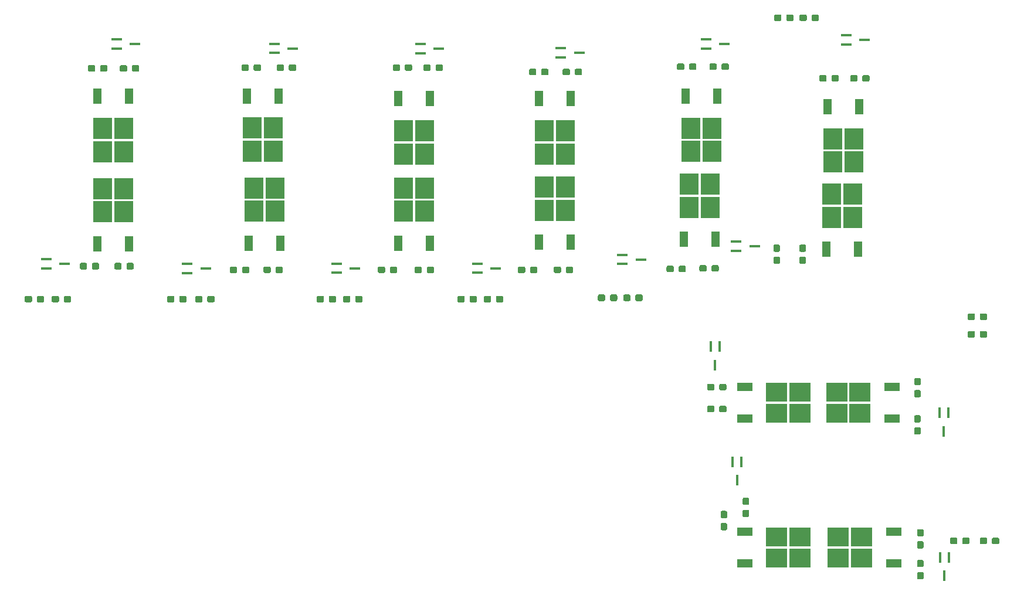
<source format=gbr>
G04 #@! TF.GenerationSoftware,KiCad,Pcbnew,(5.0.0)*
G04 #@! TF.CreationDate,2019-12-11T16:29:05-06:00*
G04 #@! TF.ProjectId,PatchPanel,506174636850616E656C2E6B69636164,rev?*
G04 #@! TF.SameCoordinates,Original*
G04 #@! TF.FileFunction,Paste,Top*
G04 #@! TF.FilePolarity,Positive*
%FSLAX46Y46*%
G04 Gerber Fmt 4.6, Leading zero omitted, Abs format (unit mm)*
G04 Created by KiCad (PCBNEW (5.0.0)) date 12/11/19 16:29:05*
%MOMM*%
%LPD*%
G01*
G04 APERTURE LIST*
%ADD10R,1.200000X2.200000*%
%ADD11R,2.750000X3.050000*%
%ADD12R,1.500000X0.450000*%
%ADD13R,2.200000X1.200000*%
%ADD14R,3.050000X2.750000*%
%ADD15R,0.450000X1.500000*%
%ADD16C,0.100000*%
%ADD17C,0.950000*%
G04 APERTURE END LIST*
D10*
G04 #@! TO.C,Q1*
X59408180Y-97434654D03*
X63968180Y-97434654D03*
D11*
X63213180Y-89459654D03*
X60163180Y-92809654D03*
X60163180Y-89459654D03*
X63213180Y-92809654D03*
G04 #@! TD*
G04 #@! TO.C,Q2*
X60163180Y-80764654D03*
X63213180Y-84114654D03*
X63213180Y-80764654D03*
X60163180Y-84114654D03*
D10*
X59408180Y-76139654D03*
X63968180Y-76139654D03*
G04 #@! TD*
D12*
G04 #@! TO.C,Q3*
X54670000Y-100330000D03*
X52010000Y-100980000D03*
X52010000Y-99680000D03*
G04 #@! TD*
G04 #@! TO.C,Q4*
X62170000Y-67930000D03*
X62170000Y-69230000D03*
X64830000Y-68580000D03*
G04 #@! TD*
D13*
G04 #@! TO.C,Q5*
X152856782Y-139026060D03*
X152856782Y-143586060D03*
D14*
X160831782Y-142831060D03*
X157481782Y-139781060D03*
X160831782Y-139781060D03*
X157481782Y-142831060D03*
G04 #@! TD*
G04 #@! TO.C,Q6*
X169721782Y-139781060D03*
X166371782Y-142831060D03*
X169721782Y-142831060D03*
X166371782Y-139781060D03*
D13*
X174346782Y-139026060D03*
X174346782Y-143586060D03*
G04 #@! TD*
D15*
G04 #@! TO.C,Q7*
X151750000Y-131565000D03*
X151100000Y-128905000D03*
X152400000Y-128905000D03*
G04 #@! TD*
G04 #@! TO.C,Q8*
X182333940Y-142696060D03*
X181033940Y-142696060D03*
X181683940Y-145356060D03*
G04 #@! TD*
D10*
G04 #@! TO.C,Q9*
X81241060Y-97333218D03*
X85801060Y-97333218D03*
D11*
X85046060Y-89358218D03*
X81996060Y-92708218D03*
X81996060Y-89358218D03*
X85046060Y-92708218D03*
G04 #@! TD*
G04 #@! TO.C,Q10*
X81741060Y-80698218D03*
X84791060Y-84048218D03*
X84791060Y-80698218D03*
X81741060Y-84048218D03*
D10*
X80986060Y-76073218D03*
X85546060Y-76073218D03*
G04 #@! TD*
D12*
G04 #@! TO.C,Q11*
X75050000Y-100980000D03*
X72390000Y-101630000D03*
X72390000Y-100330000D03*
G04 #@! TD*
G04 #@! TO.C,Q12*
X84970000Y-68565000D03*
X84970000Y-69865000D03*
X87630000Y-69215000D03*
G04 #@! TD*
D13*
G04 #@! TO.C,Q13*
X152856782Y-118071060D03*
X152856782Y-122631060D03*
D14*
X160831782Y-121876060D03*
X157481782Y-118826060D03*
X160831782Y-118826060D03*
X157481782Y-121876060D03*
G04 #@! TD*
G04 #@! TO.C,Q14*
X169491782Y-118826060D03*
X166141782Y-121876060D03*
X169491782Y-121876060D03*
X166141782Y-118826060D03*
D13*
X174116782Y-118071060D03*
X174116782Y-122631060D03*
G04 #@! TD*
D15*
G04 #@! TO.C,Q15*
X149240000Y-112275000D03*
X147940000Y-112275000D03*
X148590000Y-114935000D03*
G04 #@! TD*
G04 #@! TO.C,Q16*
X181610000Y-124520000D03*
X180960000Y-121860000D03*
X182260000Y-121860000D03*
G04 #@! TD*
D10*
G04 #@! TO.C,Q17*
X102831060Y-97333218D03*
X107391060Y-97333218D03*
D11*
X106636060Y-89358218D03*
X103586060Y-92708218D03*
X103586060Y-89358218D03*
X106636060Y-92708218D03*
G04 #@! TD*
D10*
G04 #@! TO.C,Q18*
X107391060Y-76478218D03*
X102831060Y-76478218D03*
D11*
X103586060Y-84453218D03*
X106636060Y-81103218D03*
X106636060Y-84453218D03*
X103586060Y-81103218D03*
G04 #@! TD*
D12*
G04 #@! TO.C,Q19*
X93920000Y-100315000D03*
X93920000Y-101615000D03*
X96580000Y-100965000D03*
G04 #@! TD*
G04 #@! TO.C,Q20*
X108705000Y-69230000D03*
X106045000Y-69880000D03*
X106045000Y-68580000D03*
G04 #@! TD*
D11*
G04 #@! TO.C,Q21*
X168486060Y-93615744D03*
X165436060Y-90265744D03*
X165436060Y-93615744D03*
X168486060Y-90265744D03*
D10*
X169241060Y-98240744D03*
X164681060Y-98240744D03*
G04 #@! TD*
D11*
G04 #@! TO.C,Q22*
X165561060Y-82240744D03*
X168611060Y-85590744D03*
X168611060Y-82240744D03*
X165561060Y-85590744D03*
D10*
X164806060Y-77615744D03*
X169366060Y-77615744D03*
G04 #@! TD*
D12*
G04 #@! TO.C,Q23*
X151645000Y-97140000D03*
X151645000Y-98440000D03*
X154305000Y-97790000D03*
G04 #@! TD*
G04 #@! TO.C,Q24*
X170180000Y-67960000D03*
X167520000Y-68610000D03*
X167520000Y-67310000D03*
G04 #@! TD*
D10*
G04 #@! TO.C,Q25*
X123151060Y-97206218D03*
X127711060Y-97206218D03*
D11*
X126956060Y-89231218D03*
X123906060Y-92581218D03*
X123906060Y-89231218D03*
X126956060Y-92581218D03*
G04 #@! TD*
D10*
G04 #@! TO.C,Q26*
X127711060Y-76478218D03*
X123151060Y-76478218D03*
D11*
X123906060Y-84453218D03*
X126956060Y-81103218D03*
X126956060Y-84453218D03*
X123906060Y-81103218D03*
G04 #@! TD*
D12*
G04 #@! TO.C,Q27*
X114240000Y-100315000D03*
X114240000Y-101615000D03*
X116900000Y-100965000D03*
G04 #@! TD*
G04 #@! TO.C,Q28*
X128965000Y-69850000D03*
X126305000Y-70500000D03*
X126305000Y-69200000D03*
G04 #@! TD*
D11*
G04 #@! TO.C,Q29*
X147911060Y-92176218D03*
X144861060Y-88826218D03*
X144861060Y-92176218D03*
X147911060Y-88826218D03*
D10*
X148666060Y-96801218D03*
X144106060Y-96801218D03*
G04 #@! TD*
D11*
G04 #@! TO.C,Q30*
X145116060Y-80746218D03*
X148166060Y-84096218D03*
X148166060Y-80746218D03*
X145116060Y-84096218D03*
D10*
X144361060Y-76121218D03*
X148921060Y-76121218D03*
G04 #@! TD*
D12*
G04 #@! TO.C,Q31*
X135195000Y-99045000D03*
X135195000Y-100345000D03*
X137855000Y-99695000D03*
G04 #@! TD*
G04 #@! TO.C,Q32*
X149920000Y-68580000D03*
X147260000Y-69230000D03*
X147260000Y-67930000D03*
G04 #@! TD*
D16*
G04 #@! TO.C,R1*
G36*
X64445779Y-100185798D02*
X64468834Y-100189217D01*
X64491443Y-100194881D01*
X64513387Y-100202733D01*
X64534457Y-100212698D01*
X64554448Y-100224680D01*
X64573168Y-100238564D01*
X64590438Y-100254216D01*
X64606090Y-100271486D01*
X64619974Y-100290206D01*
X64631956Y-100310197D01*
X64641921Y-100331267D01*
X64649773Y-100353211D01*
X64655437Y-100375820D01*
X64658856Y-100398875D01*
X64660000Y-100422154D01*
X64660000Y-100897154D01*
X64658856Y-100920433D01*
X64655437Y-100943488D01*
X64649773Y-100966097D01*
X64641921Y-100988041D01*
X64631956Y-101009111D01*
X64619974Y-101029102D01*
X64606090Y-101047822D01*
X64590438Y-101065092D01*
X64573168Y-101080744D01*
X64554448Y-101094628D01*
X64534457Y-101106610D01*
X64513387Y-101116575D01*
X64491443Y-101124427D01*
X64468834Y-101130091D01*
X64445779Y-101133510D01*
X64422500Y-101134654D01*
X63847500Y-101134654D01*
X63824221Y-101133510D01*
X63801166Y-101130091D01*
X63778557Y-101124427D01*
X63756613Y-101116575D01*
X63735543Y-101106610D01*
X63715552Y-101094628D01*
X63696832Y-101080744D01*
X63679562Y-101065092D01*
X63663910Y-101047822D01*
X63650026Y-101029102D01*
X63638044Y-101009111D01*
X63628079Y-100988041D01*
X63620227Y-100966097D01*
X63614563Y-100943488D01*
X63611144Y-100920433D01*
X63610000Y-100897154D01*
X63610000Y-100422154D01*
X63611144Y-100398875D01*
X63614563Y-100375820D01*
X63620227Y-100353211D01*
X63628079Y-100331267D01*
X63638044Y-100310197D01*
X63650026Y-100290206D01*
X63663910Y-100271486D01*
X63679562Y-100254216D01*
X63696832Y-100238564D01*
X63715552Y-100224680D01*
X63735543Y-100212698D01*
X63756613Y-100202733D01*
X63778557Y-100194881D01*
X63801166Y-100189217D01*
X63824221Y-100185798D01*
X63847500Y-100184654D01*
X64422500Y-100184654D01*
X64445779Y-100185798D01*
X64445779Y-100185798D01*
G37*
D17*
X64135000Y-100659654D03*
D16*
G36*
X62695779Y-100185798D02*
X62718834Y-100189217D01*
X62741443Y-100194881D01*
X62763387Y-100202733D01*
X62784457Y-100212698D01*
X62804448Y-100224680D01*
X62823168Y-100238564D01*
X62840438Y-100254216D01*
X62856090Y-100271486D01*
X62869974Y-100290206D01*
X62881956Y-100310197D01*
X62891921Y-100331267D01*
X62899773Y-100353211D01*
X62905437Y-100375820D01*
X62908856Y-100398875D01*
X62910000Y-100422154D01*
X62910000Y-100897154D01*
X62908856Y-100920433D01*
X62905437Y-100943488D01*
X62899773Y-100966097D01*
X62891921Y-100988041D01*
X62881956Y-101009111D01*
X62869974Y-101029102D01*
X62856090Y-101047822D01*
X62840438Y-101065092D01*
X62823168Y-101080744D01*
X62804448Y-101094628D01*
X62784457Y-101106610D01*
X62763387Y-101116575D01*
X62741443Y-101124427D01*
X62718834Y-101130091D01*
X62695779Y-101133510D01*
X62672500Y-101134654D01*
X62097500Y-101134654D01*
X62074221Y-101133510D01*
X62051166Y-101130091D01*
X62028557Y-101124427D01*
X62006613Y-101116575D01*
X61985543Y-101106610D01*
X61965552Y-101094628D01*
X61946832Y-101080744D01*
X61929562Y-101065092D01*
X61913910Y-101047822D01*
X61900026Y-101029102D01*
X61888044Y-101009111D01*
X61878079Y-100988041D01*
X61870227Y-100966097D01*
X61864563Y-100943488D01*
X61861144Y-100920433D01*
X61860000Y-100897154D01*
X61860000Y-100422154D01*
X61861144Y-100398875D01*
X61864563Y-100375820D01*
X61870227Y-100353211D01*
X61878079Y-100331267D01*
X61888044Y-100310197D01*
X61900026Y-100290206D01*
X61913910Y-100271486D01*
X61929562Y-100254216D01*
X61946832Y-100238564D01*
X61965552Y-100224680D01*
X61985543Y-100212698D01*
X62006613Y-100202733D01*
X62028557Y-100194881D01*
X62051166Y-100189217D01*
X62074221Y-100185798D01*
X62097500Y-100184654D01*
X62672500Y-100184654D01*
X62695779Y-100185798D01*
X62695779Y-100185798D01*
G37*
D17*
X62385000Y-100659654D03*
G04 #@! TD*
D16*
G04 #@! TO.C,R2*
G36*
X60633959Y-71625798D02*
X60657014Y-71629217D01*
X60679623Y-71634881D01*
X60701567Y-71642733D01*
X60722637Y-71652698D01*
X60742628Y-71664680D01*
X60761348Y-71678564D01*
X60778618Y-71694216D01*
X60794270Y-71711486D01*
X60808154Y-71730206D01*
X60820136Y-71750197D01*
X60830101Y-71771267D01*
X60837953Y-71793211D01*
X60843617Y-71815820D01*
X60847036Y-71838875D01*
X60848180Y-71862154D01*
X60848180Y-72337154D01*
X60847036Y-72360433D01*
X60843617Y-72383488D01*
X60837953Y-72406097D01*
X60830101Y-72428041D01*
X60820136Y-72449111D01*
X60808154Y-72469102D01*
X60794270Y-72487822D01*
X60778618Y-72505092D01*
X60761348Y-72520744D01*
X60742628Y-72534628D01*
X60722637Y-72546610D01*
X60701567Y-72556575D01*
X60679623Y-72564427D01*
X60657014Y-72570091D01*
X60633959Y-72573510D01*
X60610680Y-72574654D01*
X60035680Y-72574654D01*
X60012401Y-72573510D01*
X59989346Y-72570091D01*
X59966737Y-72564427D01*
X59944793Y-72556575D01*
X59923723Y-72546610D01*
X59903732Y-72534628D01*
X59885012Y-72520744D01*
X59867742Y-72505092D01*
X59852090Y-72487822D01*
X59838206Y-72469102D01*
X59826224Y-72449111D01*
X59816259Y-72428041D01*
X59808407Y-72406097D01*
X59802743Y-72383488D01*
X59799324Y-72360433D01*
X59798180Y-72337154D01*
X59798180Y-71862154D01*
X59799324Y-71838875D01*
X59802743Y-71815820D01*
X59808407Y-71793211D01*
X59816259Y-71771267D01*
X59826224Y-71750197D01*
X59838206Y-71730206D01*
X59852090Y-71711486D01*
X59867742Y-71694216D01*
X59885012Y-71678564D01*
X59903732Y-71664680D01*
X59923723Y-71652698D01*
X59944793Y-71642733D01*
X59966737Y-71634881D01*
X59989346Y-71629217D01*
X60012401Y-71625798D01*
X60035680Y-71624654D01*
X60610680Y-71624654D01*
X60633959Y-71625798D01*
X60633959Y-71625798D01*
G37*
D17*
X60323180Y-72099654D03*
D16*
G36*
X58883959Y-71625798D02*
X58907014Y-71629217D01*
X58929623Y-71634881D01*
X58951567Y-71642733D01*
X58972637Y-71652698D01*
X58992628Y-71664680D01*
X59011348Y-71678564D01*
X59028618Y-71694216D01*
X59044270Y-71711486D01*
X59058154Y-71730206D01*
X59070136Y-71750197D01*
X59080101Y-71771267D01*
X59087953Y-71793211D01*
X59093617Y-71815820D01*
X59097036Y-71838875D01*
X59098180Y-71862154D01*
X59098180Y-72337154D01*
X59097036Y-72360433D01*
X59093617Y-72383488D01*
X59087953Y-72406097D01*
X59080101Y-72428041D01*
X59070136Y-72449111D01*
X59058154Y-72469102D01*
X59044270Y-72487822D01*
X59028618Y-72505092D01*
X59011348Y-72520744D01*
X58992628Y-72534628D01*
X58972637Y-72546610D01*
X58951567Y-72556575D01*
X58929623Y-72564427D01*
X58907014Y-72570091D01*
X58883959Y-72573510D01*
X58860680Y-72574654D01*
X58285680Y-72574654D01*
X58262401Y-72573510D01*
X58239346Y-72570091D01*
X58216737Y-72564427D01*
X58194793Y-72556575D01*
X58173723Y-72546610D01*
X58153732Y-72534628D01*
X58135012Y-72520744D01*
X58117742Y-72505092D01*
X58102090Y-72487822D01*
X58088206Y-72469102D01*
X58076224Y-72449111D01*
X58066259Y-72428041D01*
X58058407Y-72406097D01*
X58052743Y-72383488D01*
X58049324Y-72360433D01*
X58048180Y-72337154D01*
X58048180Y-71862154D01*
X58049324Y-71838875D01*
X58052743Y-71815820D01*
X58058407Y-71793211D01*
X58066259Y-71771267D01*
X58076224Y-71750197D01*
X58088206Y-71730206D01*
X58102090Y-71711486D01*
X58117742Y-71694216D01*
X58135012Y-71678564D01*
X58153732Y-71664680D01*
X58173723Y-71652698D01*
X58194793Y-71642733D01*
X58216737Y-71634881D01*
X58239346Y-71629217D01*
X58262401Y-71625798D01*
X58285680Y-71624654D01*
X58860680Y-71624654D01*
X58883959Y-71625798D01*
X58883959Y-71625798D01*
G37*
D17*
X58573180Y-72099654D03*
G04 #@! TD*
D16*
G04 #@! TO.C,R3*
G36*
X57708959Y-100185798D02*
X57732014Y-100189217D01*
X57754623Y-100194881D01*
X57776567Y-100202733D01*
X57797637Y-100212698D01*
X57817628Y-100224680D01*
X57836348Y-100238564D01*
X57853618Y-100254216D01*
X57869270Y-100271486D01*
X57883154Y-100290206D01*
X57895136Y-100310197D01*
X57905101Y-100331267D01*
X57912953Y-100353211D01*
X57918617Y-100375820D01*
X57922036Y-100398875D01*
X57923180Y-100422154D01*
X57923180Y-100897154D01*
X57922036Y-100920433D01*
X57918617Y-100943488D01*
X57912953Y-100966097D01*
X57905101Y-100988041D01*
X57895136Y-101009111D01*
X57883154Y-101029102D01*
X57869270Y-101047822D01*
X57853618Y-101065092D01*
X57836348Y-101080744D01*
X57817628Y-101094628D01*
X57797637Y-101106610D01*
X57776567Y-101116575D01*
X57754623Y-101124427D01*
X57732014Y-101130091D01*
X57708959Y-101133510D01*
X57685680Y-101134654D01*
X57110680Y-101134654D01*
X57087401Y-101133510D01*
X57064346Y-101130091D01*
X57041737Y-101124427D01*
X57019793Y-101116575D01*
X56998723Y-101106610D01*
X56978732Y-101094628D01*
X56960012Y-101080744D01*
X56942742Y-101065092D01*
X56927090Y-101047822D01*
X56913206Y-101029102D01*
X56901224Y-101009111D01*
X56891259Y-100988041D01*
X56883407Y-100966097D01*
X56877743Y-100943488D01*
X56874324Y-100920433D01*
X56873180Y-100897154D01*
X56873180Y-100422154D01*
X56874324Y-100398875D01*
X56877743Y-100375820D01*
X56883407Y-100353211D01*
X56891259Y-100331267D01*
X56901224Y-100310197D01*
X56913206Y-100290206D01*
X56927090Y-100271486D01*
X56942742Y-100254216D01*
X56960012Y-100238564D01*
X56978732Y-100224680D01*
X56998723Y-100212698D01*
X57019793Y-100202733D01*
X57041737Y-100194881D01*
X57064346Y-100189217D01*
X57087401Y-100185798D01*
X57110680Y-100184654D01*
X57685680Y-100184654D01*
X57708959Y-100185798D01*
X57708959Y-100185798D01*
G37*
D17*
X57398180Y-100659654D03*
D16*
G36*
X59458959Y-100185798D02*
X59482014Y-100189217D01*
X59504623Y-100194881D01*
X59526567Y-100202733D01*
X59547637Y-100212698D01*
X59567628Y-100224680D01*
X59586348Y-100238564D01*
X59603618Y-100254216D01*
X59619270Y-100271486D01*
X59633154Y-100290206D01*
X59645136Y-100310197D01*
X59655101Y-100331267D01*
X59662953Y-100353211D01*
X59668617Y-100375820D01*
X59672036Y-100398875D01*
X59673180Y-100422154D01*
X59673180Y-100897154D01*
X59672036Y-100920433D01*
X59668617Y-100943488D01*
X59662953Y-100966097D01*
X59655101Y-100988041D01*
X59645136Y-101009111D01*
X59633154Y-101029102D01*
X59619270Y-101047822D01*
X59603618Y-101065092D01*
X59586348Y-101080744D01*
X59567628Y-101094628D01*
X59547637Y-101106610D01*
X59526567Y-101116575D01*
X59504623Y-101124427D01*
X59482014Y-101130091D01*
X59458959Y-101133510D01*
X59435680Y-101134654D01*
X58860680Y-101134654D01*
X58837401Y-101133510D01*
X58814346Y-101130091D01*
X58791737Y-101124427D01*
X58769793Y-101116575D01*
X58748723Y-101106610D01*
X58728732Y-101094628D01*
X58710012Y-101080744D01*
X58692742Y-101065092D01*
X58677090Y-101047822D01*
X58663206Y-101029102D01*
X58651224Y-101009111D01*
X58641259Y-100988041D01*
X58633407Y-100966097D01*
X58627743Y-100943488D01*
X58624324Y-100920433D01*
X58623180Y-100897154D01*
X58623180Y-100422154D01*
X58624324Y-100398875D01*
X58627743Y-100375820D01*
X58633407Y-100353211D01*
X58641259Y-100331267D01*
X58651224Y-100310197D01*
X58663206Y-100290206D01*
X58677090Y-100271486D01*
X58692742Y-100254216D01*
X58710012Y-100238564D01*
X58728732Y-100224680D01*
X58748723Y-100212698D01*
X58769793Y-100202733D01*
X58791737Y-100194881D01*
X58814346Y-100189217D01*
X58837401Y-100185798D01*
X58860680Y-100184654D01*
X59435680Y-100184654D01*
X59458959Y-100185798D01*
X59458959Y-100185798D01*
G37*
D17*
X59148180Y-100659654D03*
G04 #@! TD*
D16*
G04 #@! TO.C,R4*
G36*
X63483959Y-71625798D02*
X63507014Y-71629217D01*
X63529623Y-71634881D01*
X63551567Y-71642733D01*
X63572637Y-71652698D01*
X63592628Y-71664680D01*
X63611348Y-71678564D01*
X63628618Y-71694216D01*
X63644270Y-71711486D01*
X63658154Y-71730206D01*
X63670136Y-71750197D01*
X63680101Y-71771267D01*
X63687953Y-71793211D01*
X63693617Y-71815820D01*
X63697036Y-71838875D01*
X63698180Y-71862154D01*
X63698180Y-72337154D01*
X63697036Y-72360433D01*
X63693617Y-72383488D01*
X63687953Y-72406097D01*
X63680101Y-72428041D01*
X63670136Y-72449111D01*
X63658154Y-72469102D01*
X63644270Y-72487822D01*
X63628618Y-72505092D01*
X63611348Y-72520744D01*
X63592628Y-72534628D01*
X63572637Y-72546610D01*
X63551567Y-72556575D01*
X63529623Y-72564427D01*
X63507014Y-72570091D01*
X63483959Y-72573510D01*
X63460680Y-72574654D01*
X62885680Y-72574654D01*
X62862401Y-72573510D01*
X62839346Y-72570091D01*
X62816737Y-72564427D01*
X62794793Y-72556575D01*
X62773723Y-72546610D01*
X62753732Y-72534628D01*
X62735012Y-72520744D01*
X62717742Y-72505092D01*
X62702090Y-72487822D01*
X62688206Y-72469102D01*
X62676224Y-72449111D01*
X62666259Y-72428041D01*
X62658407Y-72406097D01*
X62652743Y-72383488D01*
X62649324Y-72360433D01*
X62648180Y-72337154D01*
X62648180Y-71862154D01*
X62649324Y-71838875D01*
X62652743Y-71815820D01*
X62658407Y-71793211D01*
X62666259Y-71771267D01*
X62676224Y-71750197D01*
X62688206Y-71730206D01*
X62702090Y-71711486D01*
X62717742Y-71694216D01*
X62735012Y-71678564D01*
X62753732Y-71664680D01*
X62773723Y-71652698D01*
X62794793Y-71642733D01*
X62816737Y-71634881D01*
X62839346Y-71629217D01*
X62862401Y-71625798D01*
X62885680Y-71624654D01*
X63460680Y-71624654D01*
X63483959Y-71625798D01*
X63483959Y-71625798D01*
G37*
D17*
X63173180Y-72099654D03*
D16*
G36*
X65233959Y-71625798D02*
X65257014Y-71629217D01*
X65279623Y-71634881D01*
X65301567Y-71642733D01*
X65322637Y-71652698D01*
X65342628Y-71664680D01*
X65361348Y-71678564D01*
X65378618Y-71694216D01*
X65394270Y-71711486D01*
X65408154Y-71730206D01*
X65420136Y-71750197D01*
X65430101Y-71771267D01*
X65437953Y-71793211D01*
X65443617Y-71815820D01*
X65447036Y-71838875D01*
X65448180Y-71862154D01*
X65448180Y-72337154D01*
X65447036Y-72360433D01*
X65443617Y-72383488D01*
X65437953Y-72406097D01*
X65430101Y-72428041D01*
X65420136Y-72449111D01*
X65408154Y-72469102D01*
X65394270Y-72487822D01*
X65378618Y-72505092D01*
X65361348Y-72520744D01*
X65342628Y-72534628D01*
X65322637Y-72546610D01*
X65301567Y-72556575D01*
X65279623Y-72564427D01*
X65257014Y-72570091D01*
X65233959Y-72573510D01*
X65210680Y-72574654D01*
X64635680Y-72574654D01*
X64612401Y-72573510D01*
X64589346Y-72570091D01*
X64566737Y-72564427D01*
X64544793Y-72556575D01*
X64523723Y-72546610D01*
X64503732Y-72534628D01*
X64485012Y-72520744D01*
X64467742Y-72505092D01*
X64452090Y-72487822D01*
X64438206Y-72469102D01*
X64426224Y-72449111D01*
X64416259Y-72428041D01*
X64408407Y-72406097D01*
X64402743Y-72383488D01*
X64399324Y-72360433D01*
X64398180Y-72337154D01*
X64398180Y-71862154D01*
X64399324Y-71838875D01*
X64402743Y-71815820D01*
X64408407Y-71793211D01*
X64416259Y-71771267D01*
X64426224Y-71750197D01*
X64438206Y-71730206D01*
X64452090Y-71711486D01*
X64467742Y-71694216D01*
X64485012Y-71678564D01*
X64503732Y-71664680D01*
X64523723Y-71652698D01*
X64544793Y-71642733D01*
X64566737Y-71634881D01*
X64589346Y-71629217D01*
X64612401Y-71625798D01*
X64635680Y-71624654D01*
X65210680Y-71624654D01*
X65233959Y-71625798D01*
X65233959Y-71625798D01*
G37*
D17*
X64923180Y-72099654D03*
G04 #@! TD*
D16*
G04 #@! TO.C,R5*
G36*
X150120779Y-137751144D02*
X150143834Y-137754563D01*
X150166443Y-137760227D01*
X150188387Y-137768079D01*
X150209457Y-137778044D01*
X150229448Y-137790026D01*
X150248168Y-137803910D01*
X150265438Y-137819562D01*
X150281090Y-137836832D01*
X150294974Y-137855552D01*
X150306956Y-137875543D01*
X150316921Y-137896613D01*
X150324773Y-137918557D01*
X150330437Y-137941166D01*
X150333856Y-137964221D01*
X150335000Y-137987500D01*
X150335000Y-138562500D01*
X150333856Y-138585779D01*
X150330437Y-138608834D01*
X150324773Y-138631443D01*
X150316921Y-138653387D01*
X150306956Y-138674457D01*
X150294974Y-138694448D01*
X150281090Y-138713168D01*
X150265438Y-138730438D01*
X150248168Y-138746090D01*
X150229448Y-138759974D01*
X150209457Y-138771956D01*
X150188387Y-138781921D01*
X150166443Y-138789773D01*
X150143834Y-138795437D01*
X150120779Y-138798856D01*
X150097500Y-138800000D01*
X149622500Y-138800000D01*
X149599221Y-138798856D01*
X149576166Y-138795437D01*
X149553557Y-138789773D01*
X149531613Y-138781921D01*
X149510543Y-138771956D01*
X149490552Y-138759974D01*
X149471832Y-138746090D01*
X149454562Y-138730438D01*
X149438910Y-138713168D01*
X149425026Y-138694448D01*
X149413044Y-138674457D01*
X149403079Y-138653387D01*
X149395227Y-138631443D01*
X149389563Y-138608834D01*
X149386144Y-138585779D01*
X149385000Y-138562500D01*
X149385000Y-137987500D01*
X149386144Y-137964221D01*
X149389563Y-137941166D01*
X149395227Y-137918557D01*
X149403079Y-137896613D01*
X149413044Y-137875543D01*
X149425026Y-137855552D01*
X149438910Y-137836832D01*
X149454562Y-137819562D01*
X149471832Y-137803910D01*
X149490552Y-137790026D01*
X149510543Y-137778044D01*
X149531613Y-137768079D01*
X149553557Y-137760227D01*
X149576166Y-137754563D01*
X149599221Y-137751144D01*
X149622500Y-137750000D01*
X150097500Y-137750000D01*
X150120779Y-137751144D01*
X150120779Y-137751144D01*
G37*
D17*
X149860000Y-138275000D03*
D16*
G36*
X150120779Y-136001144D02*
X150143834Y-136004563D01*
X150166443Y-136010227D01*
X150188387Y-136018079D01*
X150209457Y-136028044D01*
X150229448Y-136040026D01*
X150248168Y-136053910D01*
X150265438Y-136069562D01*
X150281090Y-136086832D01*
X150294974Y-136105552D01*
X150306956Y-136125543D01*
X150316921Y-136146613D01*
X150324773Y-136168557D01*
X150330437Y-136191166D01*
X150333856Y-136214221D01*
X150335000Y-136237500D01*
X150335000Y-136812500D01*
X150333856Y-136835779D01*
X150330437Y-136858834D01*
X150324773Y-136881443D01*
X150316921Y-136903387D01*
X150306956Y-136924457D01*
X150294974Y-136944448D01*
X150281090Y-136963168D01*
X150265438Y-136980438D01*
X150248168Y-136996090D01*
X150229448Y-137009974D01*
X150209457Y-137021956D01*
X150188387Y-137031921D01*
X150166443Y-137039773D01*
X150143834Y-137045437D01*
X150120779Y-137048856D01*
X150097500Y-137050000D01*
X149622500Y-137050000D01*
X149599221Y-137048856D01*
X149576166Y-137045437D01*
X149553557Y-137039773D01*
X149531613Y-137031921D01*
X149510543Y-137021956D01*
X149490552Y-137009974D01*
X149471832Y-136996090D01*
X149454562Y-136980438D01*
X149438910Y-136963168D01*
X149425026Y-136944448D01*
X149413044Y-136924457D01*
X149403079Y-136903387D01*
X149395227Y-136881443D01*
X149389563Y-136858834D01*
X149386144Y-136835779D01*
X149385000Y-136812500D01*
X149385000Y-136237500D01*
X149386144Y-136214221D01*
X149389563Y-136191166D01*
X149395227Y-136168557D01*
X149403079Y-136146613D01*
X149413044Y-136125543D01*
X149425026Y-136105552D01*
X149438910Y-136086832D01*
X149454562Y-136069562D01*
X149471832Y-136053910D01*
X149490552Y-136040026D01*
X149510543Y-136028044D01*
X149531613Y-136018079D01*
X149553557Y-136010227D01*
X149576166Y-136004563D01*
X149599221Y-136001144D01*
X149622500Y-136000000D01*
X150097500Y-136000000D01*
X150120779Y-136001144D01*
X150120779Y-136001144D01*
G37*
D17*
X149860000Y-136525000D03*
G04 #@! TD*
D16*
G04 #@! TO.C,R6*
G36*
X178467561Y-140387204D02*
X178490616Y-140390623D01*
X178513225Y-140396287D01*
X178535169Y-140404139D01*
X178556239Y-140414104D01*
X178576230Y-140426086D01*
X178594950Y-140439970D01*
X178612220Y-140455622D01*
X178627872Y-140472892D01*
X178641756Y-140491612D01*
X178653738Y-140511603D01*
X178663703Y-140532673D01*
X178671555Y-140554617D01*
X178677219Y-140577226D01*
X178680638Y-140600281D01*
X178681782Y-140623560D01*
X178681782Y-141198560D01*
X178680638Y-141221839D01*
X178677219Y-141244894D01*
X178671555Y-141267503D01*
X178663703Y-141289447D01*
X178653738Y-141310517D01*
X178641756Y-141330508D01*
X178627872Y-141349228D01*
X178612220Y-141366498D01*
X178594950Y-141382150D01*
X178576230Y-141396034D01*
X178556239Y-141408016D01*
X178535169Y-141417981D01*
X178513225Y-141425833D01*
X178490616Y-141431497D01*
X178467561Y-141434916D01*
X178444282Y-141436060D01*
X177969282Y-141436060D01*
X177946003Y-141434916D01*
X177922948Y-141431497D01*
X177900339Y-141425833D01*
X177878395Y-141417981D01*
X177857325Y-141408016D01*
X177837334Y-141396034D01*
X177818614Y-141382150D01*
X177801344Y-141366498D01*
X177785692Y-141349228D01*
X177771808Y-141330508D01*
X177759826Y-141310517D01*
X177749861Y-141289447D01*
X177742009Y-141267503D01*
X177736345Y-141244894D01*
X177732926Y-141221839D01*
X177731782Y-141198560D01*
X177731782Y-140623560D01*
X177732926Y-140600281D01*
X177736345Y-140577226D01*
X177742009Y-140554617D01*
X177749861Y-140532673D01*
X177759826Y-140511603D01*
X177771808Y-140491612D01*
X177785692Y-140472892D01*
X177801344Y-140455622D01*
X177818614Y-140439970D01*
X177837334Y-140426086D01*
X177857325Y-140414104D01*
X177878395Y-140404139D01*
X177900339Y-140396287D01*
X177922948Y-140390623D01*
X177946003Y-140387204D01*
X177969282Y-140386060D01*
X178444282Y-140386060D01*
X178467561Y-140387204D01*
X178467561Y-140387204D01*
G37*
D17*
X178206782Y-140911060D03*
D16*
G36*
X178467561Y-138637204D02*
X178490616Y-138640623D01*
X178513225Y-138646287D01*
X178535169Y-138654139D01*
X178556239Y-138664104D01*
X178576230Y-138676086D01*
X178594950Y-138689970D01*
X178612220Y-138705622D01*
X178627872Y-138722892D01*
X178641756Y-138741612D01*
X178653738Y-138761603D01*
X178663703Y-138782673D01*
X178671555Y-138804617D01*
X178677219Y-138827226D01*
X178680638Y-138850281D01*
X178681782Y-138873560D01*
X178681782Y-139448560D01*
X178680638Y-139471839D01*
X178677219Y-139494894D01*
X178671555Y-139517503D01*
X178663703Y-139539447D01*
X178653738Y-139560517D01*
X178641756Y-139580508D01*
X178627872Y-139599228D01*
X178612220Y-139616498D01*
X178594950Y-139632150D01*
X178576230Y-139646034D01*
X178556239Y-139658016D01*
X178535169Y-139667981D01*
X178513225Y-139675833D01*
X178490616Y-139681497D01*
X178467561Y-139684916D01*
X178444282Y-139686060D01*
X177969282Y-139686060D01*
X177946003Y-139684916D01*
X177922948Y-139681497D01*
X177900339Y-139675833D01*
X177878395Y-139667981D01*
X177857325Y-139658016D01*
X177837334Y-139646034D01*
X177818614Y-139632150D01*
X177801344Y-139616498D01*
X177785692Y-139599228D01*
X177771808Y-139580508D01*
X177759826Y-139560517D01*
X177749861Y-139539447D01*
X177742009Y-139517503D01*
X177736345Y-139494894D01*
X177732926Y-139471839D01*
X177731782Y-139448560D01*
X177731782Y-138873560D01*
X177732926Y-138850281D01*
X177736345Y-138827226D01*
X177742009Y-138804617D01*
X177749861Y-138782673D01*
X177759826Y-138761603D01*
X177771808Y-138741612D01*
X177785692Y-138722892D01*
X177801344Y-138705622D01*
X177818614Y-138689970D01*
X177837334Y-138676086D01*
X177857325Y-138664104D01*
X177878395Y-138654139D01*
X177900339Y-138646287D01*
X177922948Y-138640623D01*
X177946003Y-138637204D01*
X177969282Y-138636060D01*
X178444282Y-138636060D01*
X178467561Y-138637204D01*
X178467561Y-138637204D01*
G37*
D17*
X178206782Y-139161060D03*
G04 #@! TD*
D16*
G04 #@! TO.C,R7*
G36*
X153295779Y-134096144D02*
X153318834Y-134099563D01*
X153341443Y-134105227D01*
X153363387Y-134113079D01*
X153384457Y-134123044D01*
X153404448Y-134135026D01*
X153423168Y-134148910D01*
X153440438Y-134164562D01*
X153456090Y-134181832D01*
X153469974Y-134200552D01*
X153481956Y-134220543D01*
X153491921Y-134241613D01*
X153499773Y-134263557D01*
X153505437Y-134286166D01*
X153508856Y-134309221D01*
X153510000Y-134332500D01*
X153510000Y-134907500D01*
X153508856Y-134930779D01*
X153505437Y-134953834D01*
X153499773Y-134976443D01*
X153491921Y-134998387D01*
X153481956Y-135019457D01*
X153469974Y-135039448D01*
X153456090Y-135058168D01*
X153440438Y-135075438D01*
X153423168Y-135091090D01*
X153404448Y-135104974D01*
X153384457Y-135116956D01*
X153363387Y-135126921D01*
X153341443Y-135134773D01*
X153318834Y-135140437D01*
X153295779Y-135143856D01*
X153272500Y-135145000D01*
X152797500Y-135145000D01*
X152774221Y-135143856D01*
X152751166Y-135140437D01*
X152728557Y-135134773D01*
X152706613Y-135126921D01*
X152685543Y-135116956D01*
X152665552Y-135104974D01*
X152646832Y-135091090D01*
X152629562Y-135075438D01*
X152613910Y-135058168D01*
X152600026Y-135039448D01*
X152588044Y-135019457D01*
X152578079Y-134998387D01*
X152570227Y-134976443D01*
X152564563Y-134953834D01*
X152561144Y-134930779D01*
X152560000Y-134907500D01*
X152560000Y-134332500D01*
X152561144Y-134309221D01*
X152564563Y-134286166D01*
X152570227Y-134263557D01*
X152578079Y-134241613D01*
X152588044Y-134220543D01*
X152600026Y-134200552D01*
X152613910Y-134181832D01*
X152629562Y-134164562D01*
X152646832Y-134148910D01*
X152665552Y-134135026D01*
X152685543Y-134123044D01*
X152706613Y-134113079D01*
X152728557Y-134105227D01*
X152751166Y-134099563D01*
X152774221Y-134096144D01*
X152797500Y-134095000D01*
X153272500Y-134095000D01*
X153295779Y-134096144D01*
X153295779Y-134096144D01*
G37*
D17*
X153035000Y-134620000D03*
D16*
G36*
X153295779Y-135846144D02*
X153318834Y-135849563D01*
X153341443Y-135855227D01*
X153363387Y-135863079D01*
X153384457Y-135873044D01*
X153404448Y-135885026D01*
X153423168Y-135898910D01*
X153440438Y-135914562D01*
X153456090Y-135931832D01*
X153469974Y-135950552D01*
X153481956Y-135970543D01*
X153491921Y-135991613D01*
X153499773Y-136013557D01*
X153505437Y-136036166D01*
X153508856Y-136059221D01*
X153510000Y-136082500D01*
X153510000Y-136657500D01*
X153508856Y-136680779D01*
X153505437Y-136703834D01*
X153499773Y-136726443D01*
X153491921Y-136748387D01*
X153481956Y-136769457D01*
X153469974Y-136789448D01*
X153456090Y-136808168D01*
X153440438Y-136825438D01*
X153423168Y-136841090D01*
X153404448Y-136854974D01*
X153384457Y-136866956D01*
X153363387Y-136876921D01*
X153341443Y-136884773D01*
X153318834Y-136890437D01*
X153295779Y-136893856D01*
X153272500Y-136895000D01*
X152797500Y-136895000D01*
X152774221Y-136893856D01*
X152751166Y-136890437D01*
X152728557Y-136884773D01*
X152706613Y-136876921D01*
X152685543Y-136866956D01*
X152665552Y-136854974D01*
X152646832Y-136841090D01*
X152629562Y-136825438D01*
X152613910Y-136808168D01*
X152600026Y-136789448D01*
X152588044Y-136769457D01*
X152578079Y-136748387D01*
X152570227Y-136726443D01*
X152564563Y-136703834D01*
X152561144Y-136680779D01*
X152560000Y-136657500D01*
X152560000Y-136082500D01*
X152561144Y-136059221D01*
X152564563Y-136036166D01*
X152570227Y-136013557D01*
X152578079Y-135991613D01*
X152588044Y-135970543D01*
X152600026Y-135950552D01*
X152613910Y-135931832D01*
X152629562Y-135914562D01*
X152646832Y-135898910D01*
X152665552Y-135885026D01*
X152685543Y-135873044D01*
X152706613Y-135863079D01*
X152728557Y-135855227D01*
X152751166Y-135849563D01*
X152774221Y-135846144D01*
X152797500Y-135845000D01*
X153272500Y-135845000D01*
X153295779Y-135846144D01*
X153295779Y-135846144D01*
G37*
D17*
X153035000Y-136370000D03*
G04 #@! TD*
D16*
G04 #@! TO.C,R8*
G36*
X178467561Y-143082204D02*
X178490616Y-143085623D01*
X178513225Y-143091287D01*
X178535169Y-143099139D01*
X178556239Y-143109104D01*
X178576230Y-143121086D01*
X178594950Y-143134970D01*
X178612220Y-143150622D01*
X178627872Y-143167892D01*
X178641756Y-143186612D01*
X178653738Y-143206603D01*
X178663703Y-143227673D01*
X178671555Y-143249617D01*
X178677219Y-143272226D01*
X178680638Y-143295281D01*
X178681782Y-143318560D01*
X178681782Y-143893560D01*
X178680638Y-143916839D01*
X178677219Y-143939894D01*
X178671555Y-143962503D01*
X178663703Y-143984447D01*
X178653738Y-144005517D01*
X178641756Y-144025508D01*
X178627872Y-144044228D01*
X178612220Y-144061498D01*
X178594950Y-144077150D01*
X178576230Y-144091034D01*
X178556239Y-144103016D01*
X178535169Y-144112981D01*
X178513225Y-144120833D01*
X178490616Y-144126497D01*
X178467561Y-144129916D01*
X178444282Y-144131060D01*
X177969282Y-144131060D01*
X177946003Y-144129916D01*
X177922948Y-144126497D01*
X177900339Y-144120833D01*
X177878395Y-144112981D01*
X177857325Y-144103016D01*
X177837334Y-144091034D01*
X177818614Y-144077150D01*
X177801344Y-144061498D01*
X177785692Y-144044228D01*
X177771808Y-144025508D01*
X177759826Y-144005517D01*
X177749861Y-143984447D01*
X177742009Y-143962503D01*
X177736345Y-143939894D01*
X177732926Y-143916839D01*
X177731782Y-143893560D01*
X177731782Y-143318560D01*
X177732926Y-143295281D01*
X177736345Y-143272226D01*
X177742009Y-143249617D01*
X177749861Y-143227673D01*
X177759826Y-143206603D01*
X177771808Y-143186612D01*
X177785692Y-143167892D01*
X177801344Y-143150622D01*
X177818614Y-143134970D01*
X177837334Y-143121086D01*
X177857325Y-143109104D01*
X177878395Y-143099139D01*
X177900339Y-143091287D01*
X177922948Y-143085623D01*
X177946003Y-143082204D01*
X177969282Y-143081060D01*
X178444282Y-143081060D01*
X178467561Y-143082204D01*
X178467561Y-143082204D01*
G37*
D17*
X178206782Y-143606060D03*
D16*
G36*
X178467561Y-144832204D02*
X178490616Y-144835623D01*
X178513225Y-144841287D01*
X178535169Y-144849139D01*
X178556239Y-144859104D01*
X178576230Y-144871086D01*
X178594950Y-144884970D01*
X178612220Y-144900622D01*
X178627872Y-144917892D01*
X178641756Y-144936612D01*
X178653738Y-144956603D01*
X178663703Y-144977673D01*
X178671555Y-144999617D01*
X178677219Y-145022226D01*
X178680638Y-145045281D01*
X178681782Y-145068560D01*
X178681782Y-145643560D01*
X178680638Y-145666839D01*
X178677219Y-145689894D01*
X178671555Y-145712503D01*
X178663703Y-145734447D01*
X178653738Y-145755517D01*
X178641756Y-145775508D01*
X178627872Y-145794228D01*
X178612220Y-145811498D01*
X178594950Y-145827150D01*
X178576230Y-145841034D01*
X178556239Y-145853016D01*
X178535169Y-145862981D01*
X178513225Y-145870833D01*
X178490616Y-145876497D01*
X178467561Y-145879916D01*
X178444282Y-145881060D01*
X177969282Y-145881060D01*
X177946003Y-145879916D01*
X177922948Y-145876497D01*
X177900339Y-145870833D01*
X177878395Y-145862981D01*
X177857325Y-145853016D01*
X177837334Y-145841034D01*
X177818614Y-145827150D01*
X177801344Y-145811498D01*
X177785692Y-145794228D01*
X177771808Y-145775508D01*
X177759826Y-145755517D01*
X177749861Y-145734447D01*
X177742009Y-145712503D01*
X177736345Y-145689894D01*
X177732926Y-145666839D01*
X177731782Y-145643560D01*
X177731782Y-145068560D01*
X177732926Y-145045281D01*
X177736345Y-145022226D01*
X177742009Y-144999617D01*
X177749861Y-144977673D01*
X177759826Y-144956603D01*
X177771808Y-144936612D01*
X177785692Y-144917892D01*
X177801344Y-144900622D01*
X177818614Y-144884970D01*
X177837334Y-144871086D01*
X177857325Y-144859104D01*
X177878395Y-144849139D01*
X177900339Y-144841287D01*
X177922948Y-144835623D01*
X177946003Y-144832204D01*
X177969282Y-144831060D01*
X178444282Y-144831060D01*
X178467561Y-144832204D01*
X178467561Y-144832204D01*
G37*
D17*
X178206782Y-145356060D03*
G04 #@! TD*
D16*
G04 #@! TO.C,R9*
G36*
X85976839Y-100719362D02*
X85999894Y-100722781D01*
X86022503Y-100728445D01*
X86044447Y-100736297D01*
X86065517Y-100746262D01*
X86085508Y-100758244D01*
X86104228Y-100772128D01*
X86121498Y-100787780D01*
X86137150Y-100805050D01*
X86151034Y-100823770D01*
X86163016Y-100843761D01*
X86172981Y-100864831D01*
X86180833Y-100886775D01*
X86186497Y-100909384D01*
X86189916Y-100932439D01*
X86191060Y-100955718D01*
X86191060Y-101430718D01*
X86189916Y-101453997D01*
X86186497Y-101477052D01*
X86180833Y-101499661D01*
X86172981Y-101521605D01*
X86163016Y-101542675D01*
X86151034Y-101562666D01*
X86137150Y-101581386D01*
X86121498Y-101598656D01*
X86104228Y-101614308D01*
X86085508Y-101628192D01*
X86065517Y-101640174D01*
X86044447Y-101650139D01*
X86022503Y-101657991D01*
X85999894Y-101663655D01*
X85976839Y-101667074D01*
X85953560Y-101668218D01*
X85378560Y-101668218D01*
X85355281Y-101667074D01*
X85332226Y-101663655D01*
X85309617Y-101657991D01*
X85287673Y-101650139D01*
X85266603Y-101640174D01*
X85246612Y-101628192D01*
X85227892Y-101614308D01*
X85210622Y-101598656D01*
X85194970Y-101581386D01*
X85181086Y-101562666D01*
X85169104Y-101542675D01*
X85159139Y-101521605D01*
X85151287Y-101499661D01*
X85145623Y-101477052D01*
X85142204Y-101453997D01*
X85141060Y-101430718D01*
X85141060Y-100955718D01*
X85142204Y-100932439D01*
X85145623Y-100909384D01*
X85151287Y-100886775D01*
X85159139Y-100864831D01*
X85169104Y-100843761D01*
X85181086Y-100823770D01*
X85194970Y-100805050D01*
X85210622Y-100787780D01*
X85227892Y-100772128D01*
X85246612Y-100758244D01*
X85266603Y-100746262D01*
X85287673Y-100736297D01*
X85309617Y-100728445D01*
X85332226Y-100722781D01*
X85355281Y-100719362D01*
X85378560Y-100718218D01*
X85953560Y-100718218D01*
X85976839Y-100719362D01*
X85976839Y-100719362D01*
G37*
D17*
X85666060Y-101193218D03*
D16*
G36*
X84226839Y-100719362D02*
X84249894Y-100722781D01*
X84272503Y-100728445D01*
X84294447Y-100736297D01*
X84315517Y-100746262D01*
X84335508Y-100758244D01*
X84354228Y-100772128D01*
X84371498Y-100787780D01*
X84387150Y-100805050D01*
X84401034Y-100823770D01*
X84413016Y-100843761D01*
X84422981Y-100864831D01*
X84430833Y-100886775D01*
X84436497Y-100909384D01*
X84439916Y-100932439D01*
X84441060Y-100955718D01*
X84441060Y-101430718D01*
X84439916Y-101453997D01*
X84436497Y-101477052D01*
X84430833Y-101499661D01*
X84422981Y-101521605D01*
X84413016Y-101542675D01*
X84401034Y-101562666D01*
X84387150Y-101581386D01*
X84371498Y-101598656D01*
X84354228Y-101614308D01*
X84335508Y-101628192D01*
X84315517Y-101640174D01*
X84294447Y-101650139D01*
X84272503Y-101657991D01*
X84249894Y-101663655D01*
X84226839Y-101667074D01*
X84203560Y-101668218D01*
X83628560Y-101668218D01*
X83605281Y-101667074D01*
X83582226Y-101663655D01*
X83559617Y-101657991D01*
X83537673Y-101650139D01*
X83516603Y-101640174D01*
X83496612Y-101628192D01*
X83477892Y-101614308D01*
X83460622Y-101598656D01*
X83444970Y-101581386D01*
X83431086Y-101562666D01*
X83419104Y-101542675D01*
X83409139Y-101521605D01*
X83401287Y-101499661D01*
X83395623Y-101477052D01*
X83392204Y-101453997D01*
X83391060Y-101430718D01*
X83391060Y-100955718D01*
X83392204Y-100932439D01*
X83395623Y-100909384D01*
X83401287Y-100886775D01*
X83409139Y-100864831D01*
X83419104Y-100843761D01*
X83431086Y-100823770D01*
X83444970Y-100805050D01*
X83460622Y-100787780D01*
X83477892Y-100772128D01*
X83496612Y-100758244D01*
X83516603Y-100746262D01*
X83537673Y-100736297D01*
X83559617Y-100728445D01*
X83582226Y-100722781D01*
X83605281Y-100719362D01*
X83628560Y-100718218D01*
X84203560Y-100718218D01*
X84226839Y-100719362D01*
X84226839Y-100719362D01*
G37*
D17*
X83916060Y-101193218D03*
G04 #@! TD*
D16*
G04 #@! TO.C,R10*
G36*
X81051839Y-71509362D02*
X81074894Y-71512781D01*
X81097503Y-71518445D01*
X81119447Y-71526297D01*
X81140517Y-71536262D01*
X81160508Y-71548244D01*
X81179228Y-71562128D01*
X81196498Y-71577780D01*
X81212150Y-71595050D01*
X81226034Y-71613770D01*
X81238016Y-71633761D01*
X81247981Y-71654831D01*
X81255833Y-71676775D01*
X81261497Y-71699384D01*
X81264916Y-71722439D01*
X81266060Y-71745718D01*
X81266060Y-72220718D01*
X81264916Y-72243997D01*
X81261497Y-72267052D01*
X81255833Y-72289661D01*
X81247981Y-72311605D01*
X81238016Y-72332675D01*
X81226034Y-72352666D01*
X81212150Y-72371386D01*
X81196498Y-72388656D01*
X81179228Y-72404308D01*
X81160508Y-72418192D01*
X81140517Y-72430174D01*
X81119447Y-72440139D01*
X81097503Y-72447991D01*
X81074894Y-72453655D01*
X81051839Y-72457074D01*
X81028560Y-72458218D01*
X80453560Y-72458218D01*
X80430281Y-72457074D01*
X80407226Y-72453655D01*
X80384617Y-72447991D01*
X80362673Y-72440139D01*
X80341603Y-72430174D01*
X80321612Y-72418192D01*
X80302892Y-72404308D01*
X80285622Y-72388656D01*
X80269970Y-72371386D01*
X80256086Y-72352666D01*
X80244104Y-72332675D01*
X80234139Y-72311605D01*
X80226287Y-72289661D01*
X80220623Y-72267052D01*
X80217204Y-72243997D01*
X80216060Y-72220718D01*
X80216060Y-71745718D01*
X80217204Y-71722439D01*
X80220623Y-71699384D01*
X80226287Y-71676775D01*
X80234139Y-71654831D01*
X80244104Y-71633761D01*
X80256086Y-71613770D01*
X80269970Y-71595050D01*
X80285622Y-71577780D01*
X80302892Y-71562128D01*
X80321612Y-71548244D01*
X80341603Y-71536262D01*
X80362673Y-71526297D01*
X80384617Y-71518445D01*
X80407226Y-71512781D01*
X80430281Y-71509362D01*
X80453560Y-71508218D01*
X81028560Y-71508218D01*
X81051839Y-71509362D01*
X81051839Y-71509362D01*
G37*
D17*
X80741060Y-71983218D03*
D16*
G36*
X82801839Y-71509362D02*
X82824894Y-71512781D01*
X82847503Y-71518445D01*
X82869447Y-71526297D01*
X82890517Y-71536262D01*
X82910508Y-71548244D01*
X82929228Y-71562128D01*
X82946498Y-71577780D01*
X82962150Y-71595050D01*
X82976034Y-71613770D01*
X82988016Y-71633761D01*
X82997981Y-71654831D01*
X83005833Y-71676775D01*
X83011497Y-71699384D01*
X83014916Y-71722439D01*
X83016060Y-71745718D01*
X83016060Y-72220718D01*
X83014916Y-72243997D01*
X83011497Y-72267052D01*
X83005833Y-72289661D01*
X82997981Y-72311605D01*
X82988016Y-72332675D01*
X82976034Y-72352666D01*
X82962150Y-72371386D01*
X82946498Y-72388656D01*
X82929228Y-72404308D01*
X82910508Y-72418192D01*
X82890517Y-72430174D01*
X82869447Y-72440139D01*
X82847503Y-72447991D01*
X82824894Y-72453655D01*
X82801839Y-72457074D01*
X82778560Y-72458218D01*
X82203560Y-72458218D01*
X82180281Y-72457074D01*
X82157226Y-72453655D01*
X82134617Y-72447991D01*
X82112673Y-72440139D01*
X82091603Y-72430174D01*
X82071612Y-72418192D01*
X82052892Y-72404308D01*
X82035622Y-72388656D01*
X82019970Y-72371386D01*
X82006086Y-72352666D01*
X81994104Y-72332675D01*
X81984139Y-72311605D01*
X81976287Y-72289661D01*
X81970623Y-72267052D01*
X81967204Y-72243997D01*
X81966060Y-72220718D01*
X81966060Y-71745718D01*
X81967204Y-71722439D01*
X81970623Y-71699384D01*
X81976287Y-71676775D01*
X81984139Y-71654831D01*
X81994104Y-71633761D01*
X82006086Y-71613770D01*
X82019970Y-71595050D01*
X82035622Y-71577780D01*
X82052892Y-71562128D01*
X82071612Y-71548244D01*
X82091603Y-71536262D01*
X82112673Y-71526297D01*
X82134617Y-71518445D01*
X82157226Y-71512781D01*
X82180281Y-71509362D01*
X82203560Y-71508218D01*
X82778560Y-71508218D01*
X82801839Y-71509362D01*
X82801839Y-71509362D01*
G37*
D17*
X82491060Y-71983218D03*
G04 #@! TD*
D16*
G04 #@! TO.C,R11*
G36*
X79386839Y-100719362D02*
X79409894Y-100722781D01*
X79432503Y-100728445D01*
X79454447Y-100736297D01*
X79475517Y-100746262D01*
X79495508Y-100758244D01*
X79514228Y-100772128D01*
X79531498Y-100787780D01*
X79547150Y-100805050D01*
X79561034Y-100823770D01*
X79573016Y-100843761D01*
X79582981Y-100864831D01*
X79590833Y-100886775D01*
X79596497Y-100909384D01*
X79599916Y-100932439D01*
X79601060Y-100955718D01*
X79601060Y-101430718D01*
X79599916Y-101453997D01*
X79596497Y-101477052D01*
X79590833Y-101499661D01*
X79582981Y-101521605D01*
X79573016Y-101542675D01*
X79561034Y-101562666D01*
X79547150Y-101581386D01*
X79531498Y-101598656D01*
X79514228Y-101614308D01*
X79495508Y-101628192D01*
X79475517Y-101640174D01*
X79454447Y-101650139D01*
X79432503Y-101657991D01*
X79409894Y-101663655D01*
X79386839Y-101667074D01*
X79363560Y-101668218D01*
X78788560Y-101668218D01*
X78765281Y-101667074D01*
X78742226Y-101663655D01*
X78719617Y-101657991D01*
X78697673Y-101650139D01*
X78676603Y-101640174D01*
X78656612Y-101628192D01*
X78637892Y-101614308D01*
X78620622Y-101598656D01*
X78604970Y-101581386D01*
X78591086Y-101562666D01*
X78579104Y-101542675D01*
X78569139Y-101521605D01*
X78561287Y-101499661D01*
X78555623Y-101477052D01*
X78552204Y-101453997D01*
X78551060Y-101430718D01*
X78551060Y-100955718D01*
X78552204Y-100932439D01*
X78555623Y-100909384D01*
X78561287Y-100886775D01*
X78569139Y-100864831D01*
X78579104Y-100843761D01*
X78591086Y-100823770D01*
X78604970Y-100805050D01*
X78620622Y-100787780D01*
X78637892Y-100772128D01*
X78656612Y-100758244D01*
X78676603Y-100746262D01*
X78697673Y-100736297D01*
X78719617Y-100728445D01*
X78742226Y-100722781D01*
X78765281Y-100719362D01*
X78788560Y-100718218D01*
X79363560Y-100718218D01*
X79386839Y-100719362D01*
X79386839Y-100719362D01*
G37*
D17*
X79076060Y-101193218D03*
D16*
G36*
X81136839Y-100719362D02*
X81159894Y-100722781D01*
X81182503Y-100728445D01*
X81204447Y-100736297D01*
X81225517Y-100746262D01*
X81245508Y-100758244D01*
X81264228Y-100772128D01*
X81281498Y-100787780D01*
X81297150Y-100805050D01*
X81311034Y-100823770D01*
X81323016Y-100843761D01*
X81332981Y-100864831D01*
X81340833Y-100886775D01*
X81346497Y-100909384D01*
X81349916Y-100932439D01*
X81351060Y-100955718D01*
X81351060Y-101430718D01*
X81349916Y-101453997D01*
X81346497Y-101477052D01*
X81340833Y-101499661D01*
X81332981Y-101521605D01*
X81323016Y-101542675D01*
X81311034Y-101562666D01*
X81297150Y-101581386D01*
X81281498Y-101598656D01*
X81264228Y-101614308D01*
X81245508Y-101628192D01*
X81225517Y-101640174D01*
X81204447Y-101650139D01*
X81182503Y-101657991D01*
X81159894Y-101663655D01*
X81136839Y-101667074D01*
X81113560Y-101668218D01*
X80538560Y-101668218D01*
X80515281Y-101667074D01*
X80492226Y-101663655D01*
X80469617Y-101657991D01*
X80447673Y-101650139D01*
X80426603Y-101640174D01*
X80406612Y-101628192D01*
X80387892Y-101614308D01*
X80370622Y-101598656D01*
X80354970Y-101581386D01*
X80341086Y-101562666D01*
X80329104Y-101542675D01*
X80319139Y-101521605D01*
X80311287Y-101499661D01*
X80305623Y-101477052D01*
X80302204Y-101453997D01*
X80301060Y-101430718D01*
X80301060Y-100955718D01*
X80302204Y-100932439D01*
X80305623Y-100909384D01*
X80311287Y-100886775D01*
X80319139Y-100864831D01*
X80329104Y-100843761D01*
X80341086Y-100823770D01*
X80354970Y-100805050D01*
X80370622Y-100787780D01*
X80387892Y-100772128D01*
X80406612Y-100758244D01*
X80426603Y-100746262D01*
X80447673Y-100736297D01*
X80469617Y-100728445D01*
X80492226Y-100722781D01*
X80515281Y-100719362D01*
X80538560Y-100718218D01*
X81113560Y-100718218D01*
X81136839Y-100719362D01*
X81136839Y-100719362D01*
G37*
D17*
X80826060Y-101193218D03*
G04 #@! TD*
D16*
G04 #@! TO.C,R12*
G36*
X87881839Y-71509362D02*
X87904894Y-71512781D01*
X87927503Y-71518445D01*
X87949447Y-71526297D01*
X87970517Y-71536262D01*
X87990508Y-71548244D01*
X88009228Y-71562128D01*
X88026498Y-71577780D01*
X88042150Y-71595050D01*
X88056034Y-71613770D01*
X88068016Y-71633761D01*
X88077981Y-71654831D01*
X88085833Y-71676775D01*
X88091497Y-71699384D01*
X88094916Y-71722439D01*
X88096060Y-71745718D01*
X88096060Y-72220718D01*
X88094916Y-72243997D01*
X88091497Y-72267052D01*
X88085833Y-72289661D01*
X88077981Y-72311605D01*
X88068016Y-72332675D01*
X88056034Y-72352666D01*
X88042150Y-72371386D01*
X88026498Y-72388656D01*
X88009228Y-72404308D01*
X87990508Y-72418192D01*
X87970517Y-72430174D01*
X87949447Y-72440139D01*
X87927503Y-72447991D01*
X87904894Y-72453655D01*
X87881839Y-72457074D01*
X87858560Y-72458218D01*
X87283560Y-72458218D01*
X87260281Y-72457074D01*
X87237226Y-72453655D01*
X87214617Y-72447991D01*
X87192673Y-72440139D01*
X87171603Y-72430174D01*
X87151612Y-72418192D01*
X87132892Y-72404308D01*
X87115622Y-72388656D01*
X87099970Y-72371386D01*
X87086086Y-72352666D01*
X87074104Y-72332675D01*
X87064139Y-72311605D01*
X87056287Y-72289661D01*
X87050623Y-72267052D01*
X87047204Y-72243997D01*
X87046060Y-72220718D01*
X87046060Y-71745718D01*
X87047204Y-71722439D01*
X87050623Y-71699384D01*
X87056287Y-71676775D01*
X87064139Y-71654831D01*
X87074104Y-71633761D01*
X87086086Y-71613770D01*
X87099970Y-71595050D01*
X87115622Y-71577780D01*
X87132892Y-71562128D01*
X87151612Y-71548244D01*
X87171603Y-71536262D01*
X87192673Y-71526297D01*
X87214617Y-71518445D01*
X87237226Y-71512781D01*
X87260281Y-71509362D01*
X87283560Y-71508218D01*
X87858560Y-71508218D01*
X87881839Y-71509362D01*
X87881839Y-71509362D01*
G37*
D17*
X87571060Y-71983218D03*
D16*
G36*
X86131839Y-71509362D02*
X86154894Y-71512781D01*
X86177503Y-71518445D01*
X86199447Y-71526297D01*
X86220517Y-71536262D01*
X86240508Y-71548244D01*
X86259228Y-71562128D01*
X86276498Y-71577780D01*
X86292150Y-71595050D01*
X86306034Y-71613770D01*
X86318016Y-71633761D01*
X86327981Y-71654831D01*
X86335833Y-71676775D01*
X86341497Y-71699384D01*
X86344916Y-71722439D01*
X86346060Y-71745718D01*
X86346060Y-72220718D01*
X86344916Y-72243997D01*
X86341497Y-72267052D01*
X86335833Y-72289661D01*
X86327981Y-72311605D01*
X86318016Y-72332675D01*
X86306034Y-72352666D01*
X86292150Y-72371386D01*
X86276498Y-72388656D01*
X86259228Y-72404308D01*
X86240508Y-72418192D01*
X86220517Y-72430174D01*
X86199447Y-72440139D01*
X86177503Y-72447991D01*
X86154894Y-72453655D01*
X86131839Y-72457074D01*
X86108560Y-72458218D01*
X85533560Y-72458218D01*
X85510281Y-72457074D01*
X85487226Y-72453655D01*
X85464617Y-72447991D01*
X85442673Y-72440139D01*
X85421603Y-72430174D01*
X85401612Y-72418192D01*
X85382892Y-72404308D01*
X85365622Y-72388656D01*
X85349970Y-72371386D01*
X85336086Y-72352666D01*
X85324104Y-72332675D01*
X85314139Y-72311605D01*
X85306287Y-72289661D01*
X85300623Y-72267052D01*
X85297204Y-72243997D01*
X85296060Y-72220718D01*
X85296060Y-71745718D01*
X85297204Y-71722439D01*
X85300623Y-71699384D01*
X85306287Y-71676775D01*
X85314139Y-71654831D01*
X85324104Y-71633761D01*
X85336086Y-71613770D01*
X85349970Y-71595050D01*
X85365622Y-71577780D01*
X85382892Y-71562128D01*
X85401612Y-71548244D01*
X85421603Y-71536262D01*
X85442673Y-71526297D01*
X85464617Y-71518445D01*
X85487226Y-71512781D01*
X85510281Y-71509362D01*
X85533560Y-71508218D01*
X86108560Y-71508218D01*
X86131839Y-71509362D01*
X86131839Y-71509362D01*
G37*
D17*
X85821060Y-71983218D03*
G04 #@! TD*
D16*
G04 #@! TO.C,R13*
G36*
X150015779Y-120811144D02*
X150038834Y-120814563D01*
X150061443Y-120820227D01*
X150083387Y-120828079D01*
X150104457Y-120838044D01*
X150124448Y-120850026D01*
X150143168Y-120863910D01*
X150160438Y-120879562D01*
X150176090Y-120896832D01*
X150189974Y-120915552D01*
X150201956Y-120935543D01*
X150211921Y-120956613D01*
X150219773Y-120978557D01*
X150225437Y-121001166D01*
X150228856Y-121024221D01*
X150230000Y-121047500D01*
X150230000Y-121522500D01*
X150228856Y-121545779D01*
X150225437Y-121568834D01*
X150219773Y-121591443D01*
X150211921Y-121613387D01*
X150201956Y-121634457D01*
X150189974Y-121654448D01*
X150176090Y-121673168D01*
X150160438Y-121690438D01*
X150143168Y-121706090D01*
X150124448Y-121719974D01*
X150104457Y-121731956D01*
X150083387Y-121741921D01*
X150061443Y-121749773D01*
X150038834Y-121755437D01*
X150015779Y-121758856D01*
X149992500Y-121760000D01*
X149417500Y-121760000D01*
X149394221Y-121758856D01*
X149371166Y-121755437D01*
X149348557Y-121749773D01*
X149326613Y-121741921D01*
X149305543Y-121731956D01*
X149285552Y-121719974D01*
X149266832Y-121706090D01*
X149249562Y-121690438D01*
X149233910Y-121673168D01*
X149220026Y-121654448D01*
X149208044Y-121634457D01*
X149198079Y-121613387D01*
X149190227Y-121591443D01*
X149184563Y-121568834D01*
X149181144Y-121545779D01*
X149180000Y-121522500D01*
X149180000Y-121047500D01*
X149181144Y-121024221D01*
X149184563Y-121001166D01*
X149190227Y-120978557D01*
X149198079Y-120956613D01*
X149208044Y-120935543D01*
X149220026Y-120915552D01*
X149233910Y-120896832D01*
X149249562Y-120879562D01*
X149266832Y-120863910D01*
X149285552Y-120850026D01*
X149305543Y-120838044D01*
X149326613Y-120828079D01*
X149348557Y-120820227D01*
X149371166Y-120814563D01*
X149394221Y-120811144D01*
X149417500Y-120810000D01*
X149992500Y-120810000D01*
X150015779Y-120811144D01*
X150015779Y-120811144D01*
G37*
D17*
X149705000Y-121285000D03*
D16*
G36*
X148265779Y-120811144D02*
X148288834Y-120814563D01*
X148311443Y-120820227D01*
X148333387Y-120828079D01*
X148354457Y-120838044D01*
X148374448Y-120850026D01*
X148393168Y-120863910D01*
X148410438Y-120879562D01*
X148426090Y-120896832D01*
X148439974Y-120915552D01*
X148451956Y-120935543D01*
X148461921Y-120956613D01*
X148469773Y-120978557D01*
X148475437Y-121001166D01*
X148478856Y-121024221D01*
X148480000Y-121047500D01*
X148480000Y-121522500D01*
X148478856Y-121545779D01*
X148475437Y-121568834D01*
X148469773Y-121591443D01*
X148461921Y-121613387D01*
X148451956Y-121634457D01*
X148439974Y-121654448D01*
X148426090Y-121673168D01*
X148410438Y-121690438D01*
X148393168Y-121706090D01*
X148374448Y-121719974D01*
X148354457Y-121731956D01*
X148333387Y-121741921D01*
X148311443Y-121749773D01*
X148288834Y-121755437D01*
X148265779Y-121758856D01*
X148242500Y-121760000D01*
X147667500Y-121760000D01*
X147644221Y-121758856D01*
X147621166Y-121755437D01*
X147598557Y-121749773D01*
X147576613Y-121741921D01*
X147555543Y-121731956D01*
X147535552Y-121719974D01*
X147516832Y-121706090D01*
X147499562Y-121690438D01*
X147483910Y-121673168D01*
X147470026Y-121654448D01*
X147458044Y-121634457D01*
X147448079Y-121613387D01*
X147440227Y-121591443D01*
X147434563Y-121568834D01*
X147431144Y-121545779D01*
X147430000Y-121522500D01*
X147430000Y-121047500D01*
X147431144Y-121024221D01*
X147434563Y-121001166D01*
X147440227Y-120978557D01*
X147448079Y-120956613D01*
X147458044Y-120935543D01*
X147470026Y-120915552D01*
X147483910Y-120896832D01*
X147499562Y-120879562D01*
X147516832Y-120863910D01*
X147535552Y-120850026D01*
X147555543Y-120838044D01*
X147576613Y-120828079D01*
X147598557Y-120820227D01*
X147621166Y-120814563D01*
X147644221Y-120811144D01*
X147667500Y-120810000D01*
X148242500Y-120810000D01*
X148265779Y-120811144D01*
X148265779Y-120811144D01*
G37*
D17*
X147955000Y-121285000D03*
G04 #@! TD*
D16*
G04 #@! TO.C,R14*
G36*
X178060779Y-118557204D02*
X178083834Y-118560623D01*
X178106443Y-118566287D01*
X178128387Y-118574139D01*
X178149457Y-118584104D01*
X178169448Y-118596086D01*
X178188168Y-118609970D01*
X178205438Y-118625622D01*
X178221090Y-118642892D01*
X178234974Y-118661612D01*
X178246956Y-118681603D01*
X178256921Y-118702673D01*
X178264773Y-118724617D01*
X178270437Y-118747226D01*
X178273856Y-118770281D01*
X178275000Y-118793560D01*
X178275000Y-119368560D01*
X178273856Y-119391839D01*
X178270437Y-119414894D01*
X178264773Y-119437503D01*
X178256921Y-119459447D01*
X178246956Y-119480517D01*
X178234974Y-119500508D01*
X178221090Y-119519228D01*
X178205438Y-119536498D01*
X178188168Y-119552150D01*
X178169448Y-119566034D01*
X178149457Y-119578016D01*
X178128387Y-119587981D01*
X178106443Y-119595833D01*
X178083834Y-119601497D01*
X178060779Y-119604916D01*
X178037500Y-119606060D01*
X177562500Y-119606060D01*
X177539221Y-119604916D01*
X177516166Y-119601497D01*
X177493557Y-119595833D01*
X177471613Y-119587981D01*
X177450543Y-119578016D01*
X177430552Y-119566034D01*
X177411832Y-119552150D01*
X177394562Y-119536498D01*
X177378910Y-119519228D01*
X177365026Y-119500508D01*
X177353044Y-119480517D01*
X177343079Y-119459447D01*
X177335227Y-119437503D01*
X177329563Y-119414894D01*
X177326144Y-119391839D01*
X177325000Y-119368560D01*
X177325000Y-118793560D01*
X177326144Y-118770281D01*
X177329563Y-118747226D01*
X177335227Y-118724617D01*
X177343079Y-118702673D01*
X177353044Y-118681603D01*
X177365026Y-118661612D01*
X177378910Y-118642892D01*
X177394562Y-118625622D01*
X177411832Y-118609970D01*
X177430552Y-118596086D01*
X177450543Y-118584104D01*
X177471613Y-118574139D01*
X177493557Y-118566287D01*
X177516166Y-118560623D01*
X177539221Y-118557204D01*
X177562500Y-118556060D01*
X178037500Y-118556060D01*
X178060779Y-118557204D01*
X178060779Y-118557204D01*
G37*
D17*
X177800000Y-119081060D03*
D16*
G36*
X178060779Y-116807204D02*
X178083834Y-116810623D01*
X178106443Y-116816287D01*
X178128387Y-116824139D01*
X178149457Y-116834104D01*
X178169448Y-116846086D01*
X178188168Y-116859970D01*
X178205438Y-116875622D01*
X178221090Y-116892892D01*
X178234974Y-116911612D01*
X178246956Y-116931603D01*
X178256921Y-116952673D01*
X178264773Y-116974617D01*
X178270437Y-116997226D01*
X178273856Y-117020281D01*
X178275000Y-117043560D01*
X178275000Y-117618560D01*
X178273856Y-117641839D01*
X178270437Y-117664894D01*
X178264773Y-117687503D01*
X178256921Y-117709447D01*
X178246956Y-117730517D01*
X178234974Y-117750508D01*
X178221090Y-117769228D01*
X178205438Y-117786498D01*
X178188168Y-117802150D01*
X178169448Y-117816034D01*
X178149457Y-117828016D01*
X178128387Y-117837981D01*
X178106443Y-117845833D01*
X178083834Y-117851497D01*
X178060779Y-117854916D01*
X178037500Y-117856060D01*
X177562500Y-117856060D01*
X177539221Y-117854916D01*
X177516166Y-117851497D01*
X177493557Y-117845833D01*
X177471613Y-117837981D01*
X177450543Y-117828016D01*
X177430552Y-117816034D01*
X177411832Y-117802150D01*
X177394562Y-117786498D01*
X177378910Y-117769228D01*
X177365026Y-117750508D01*
X177353044Y-117730517D01*
X177343079Y-117709447D01*
X177335227Y-117687503D01*
X177329563Y-117664894D01*
X177326144Y-117641839D01*
X177325000Y-117618560D01*
X177325000Y-117043560D01*
X177326144Y-117020281D01*
X177329563Y-116997226D01*
X177335227Y-116974617D01*
X177343079Y-116952673D01*
X177353044Y-116931603D01*
X177365026Y-116911612D01*
X177378910Y-116892892D01*
X177394562Y-116875622D01*
X177411832Y-116859970D01*
X177430552Y-116846086D01*
X177450543Y-116834104D01*
X177471613Y-116824139D01*
X177493557Y-116816287D01*
X177516166Y-116810623D01*
X177539221Y-116807204D01*
X177562500Y-116806060D01*
X178037500Y-116806060D01*
X178060779Y-116807204D01*
X178060779Y-116807204D01*
G37*
D17*
X177800000Y-117331060D03*
G04 #@! TD*
D16*
G04 #@! TO.C,R15*
G36*
X150015779Y-117636144D02*
X150038834Y-117639563D01*
X150061443Y-117645227D01*
X150083387Y-117653079D01*
X150104457Y-117663044D01*
X150124448Y-117675026D01*
X150143168Y-117688910D01*
X150160438Y-117704562D01*
X150176090Y-117721832D01*
X150189974Y-117740552D01*
X150201956Y-117760543D01*
X150211921Y-117781613D01*
X150219773Y-117803557D01*
X150225437Y-117826166D01*
X150228856Y-117849221D01*
X150230000Y-117872500D01*
X150230000Y-118347500D01*
X150228856Y-118370779D01*
X150225437Y-118393834D01*
X150219773Y-118416443D01*
X150211921Y-118438387D01*
X150201956Y-118459457D01*
X150189974Y-118479448D01*
X150176090Y-118498168D01*
X150160438Y-118515438D01*
X150143168Y-118531090D01*
X150124448Y-118544974D01*
X150104457Y-118556956D01*
X150083387Y-118566921D01*
X150061443Y-118574773D01*
X150038834Y-118580437D01*
X150015779Y-118583856D01*
X149992500Y-118585000D01*
X149417500Y-118585000D01*
X149394221Y-118583856D01*
X149371166Y-118580437D01*
X149348557Y-118574773D01*
X149326613Y-118566921D01*
X149305543Y-118556956D01*
X149285552Y-118544974D01*
X149266832Y-118531090D01*
X149249562Y-118515438D01*
X149233910Y-118498168D01*
X149220026Y-118479448D01*
X149208044Y-118459457D01*
X149198079Y-118438387D01*
X149190227Y-118416443D01*
X149184563Y-118393834D01*
X149181144Y-118370779D01*
X149180000Y-118347500D01*
X149180000Y-117872500D01*
X149181144Y-117849221D01*
X149184563Y-117826166D01*
X149190227Y-117803557D01*
X149198079Y-117781613D01*
X149208044Y-117760543D01*
X149220026Y-117740552D01*
X149233910Y-117721832D01*
X149249562Y-117704562D01*
X149266832Y-117688910D01*
X149285552Y-117675026D01*
X149305543Y-117663044D01*
X149326613Y-117653079D01*
X149348557Y-117645227D01*
X149371166Y-117639563D01*
X149394221Y-117636144D01*
X149417500Y-117635000D01*
X149992500Y-117635000D01*
X150015779Y-117636144D01*
X150015779Y-117636144D01*
G37*
D17*
X149705000Y-118110000D03*
D16*
G36*
X148265779Y-117636144D02*
X148288834Y-117639563D01*
X148311443Y-117645227D01*
X148333387Y-117653079D01*
X148354457Y-117663044D01*
X148374448Y-117675026D01*
X148393168Y-117688910D01*
X148410438Y-117704562D01*
X148426090Y-117721832D01*
X148439974Y-117740552D01*
X148451956Y-117760543D01*
X148461921Y-117781613D01*
X148469773Y-117803557D01*
X148475437Y-117826166D01*
X148478856Y-117849221D01*
X148480000Y-117872500D01*
X148480000Y-118347500D01*
X148478856Y-118370779D01*
X148475437Y-118393834D01*
X148469773Y-118416443D01*
X148461921Y-118438387D01*
X148451956Y-118459457D01*
X148439974Y-118479448D01*
X148426090Y-118498168D01*
X148410438Y-118515438D01*
X148393168Y-118531090D01*
X148374448Y-118544974D01*
X148354457Y-118556956D01*
X148333387Y-118566921D01*
X148311443Y-118574773D01*
X148288834Y-118580437D01*
X148265779Y-118583856D01*
X148242500Y-118585000D01*
X147667500Y-118585000D01*
X147644221Y-118583856D01*
X147621166Y-118580437D01*
X147598557Y-118574773D01*
X147576613Y-118566921D01*
X147555543Y-118556956D01*
X147535552Y-118544974D01*
X147516832Y-118531090D01*
X147499562Y-118515438D01*
X147483910Y-118498168D01*
X147470026Y-118479448D01*
X147458044Y-118459457D01*
X147448079Y-118438387D01*
X147440227Y-118416443D01*
X147434563Y-118393834D01*
X147431144Y-118370779D01*
X147430000Y-118347500D01*
X147430000Y-117872500D01*
X147431144Y-117849221D01*
X147434563Y-117826166D01*
X147440227Y-117803557D01*
X147448079Y-117781613D01*
X147458044Y-117760543D01*
X147470026Y-117740552D01*
X147483910Y-117721832D01*
X147499562Y-117704562D01*
X147516832Y-117688910D01*
X147535552Y-117675026D01*
X147555543Y-117663044D01*
X147576613Y-117653079D01*
X147598557Y-117645227D01*
X147621166Y-117639563D01*
X147644221Y-117636144D01*
X147667500Y-117635000D01*
X148242500Y-117635000D01*
X148265779Y-117636144D01*
X148265779Y-117636144D01*
G37*
D17*
X147955000Y-118110000D03*
G04 #@! TD*
D16*
G04 #@! TO.C,R16*
G36*
X178060779Y-122186144D02*
X178083834Y-122189563D01*
X178106443Y-122195227D01*
X178128387Y-122203079D01*
X178149457Y-122213044D01*
X178169448Y-122225026D01*
X178188168Y-122238910D01*
X178205438Y-122254562D01*
X178221090Y-122271832D01*
X178234974Y-122290552D01*
X178246956Y-122310543D01*
X178256921Y-122331613D01*
X178264773Y-122353557D01*
X178270437Y-122376166D01*
X178273856Y-122399221D01*
X178275000Y-122422500D01*
X178275000Y-122997500D01*
X178273856Y-123020779D01*
X178270437Y-123043834D01*
X178264773Y-123066443D01*
X178256921Y-123088387D01*
X178246956Y-123109457D01*
X178234974Y-123129448D01*
X178221090Y-123148168D01*
X178205438Y-123165438D01*
X178188168Y-123181090D01*
X178169448Y-123194974D01*
X178149457Y-123206956D01*
X178128387Y-123216921D01*
X178106443Y-123224773D01*
X178083834Y-123230437D01*
X178060779Y-123233856D01*
X178037500Y-123235000D01*
X177562500Y-123235000D01*
X177539221Y-123233856D01*
X177516166Y-123230437D01*
X177493557Y-123224773D01*
X177471613Y-123216921D01*
X177450543Y-123206956D01*
X177430552Y-123194974D01*
X177411832Y-123181090D01*
X177394562Y-123165438D01*
X177378910Y-123148168D01*
X177365026Y-123129448D01*
X177353044Y-123109457D01*
X177343079Y-123088387D01*
X177335227Y-123066443D01*
X177329563Y-123043834D01*
X177326144Y-123020779D01*
X177325000Y-122997500D01*
X177325000Y-122422500D01*
X177326144Y-122399221D01*
X177329563Y-122376166D01*
X177335227Y-122353557D01*
X177343079Y-122331613D01*
X177353044Y-122310543D01*
X177365026Y-122290552D01*
X177378910Y-122271832D01*
X177394562Y-122254562D01*
X177411832Y-122238910D01*
X177430552Y-122225026D01*
X177450543Y-122213044D01*
X177471613Y-122203079D01*
X177493557Y-122195227D01*
X177516166Y-122189563D01*
X177539221Y-122186144D01*
X177562500Y-122185000D01*
X178037500Y-122185000D01*
X178060779Y-122186144D01*
X178060779Y-122186144D01*
G37*
D17*
X177800000Y-122710000D03*
D16*
G36*
X178060779Y-123936144D02*
X178083834Y-123939563D01*
X178106443Y-123945227D01*
X178128387Y-123953079D01*
X178149457Y-123963044D01*
X178169448Y-123975026D01*
X178188168Y-123988910D01*
X178205438Y-124004562D01*
X178221090Y-124021832D01*
X178234974Y-124040552D01*
X178246956Y-124060543D01*
X178256921Y-124081613D01*
X178264773Y-124103557D01*
X178270437Y-124126166D01*
X178273856Y-124149221D01*
X178275000Y-124172500D01*
X178275000Y-124747500D01*
X178273856Y-124770779D01*
X178270437Y-124793834D01*
X178264773Y-124816443D01*
X178256921Y-124838387D01*
X178246956Y-124859457D01*
X178234974Y-124879448D01*
X178221090Y-124898168D01*
X178205438Y-124915438D01*
X178188168Y-124931090D01*
X178169448Y-124944974D01*
X178149457Y-124956956D01*
X178128387Y-124966921D01*
X178106443Y-124974773D01*
X178083834Y-124980437D01*
X178060779Y-124983856D01*
X178037500Y-124985000D01*
X177562500Y-124985000D01*
X177539221Y-124983856D01*
X177516166Y-124980437D01*
X177493557Y-124974773D01*
X177471613Y-124966921D01*
X177450543Y-124956956D01*
X177430552Y-124944974D01*
X177411832Y-124931090D01*
X177394562Y-124915438D01*
X177378910Y-124898168D01*
X177365026Y-124879448D01*
X177353044Y-124859457D01*
X177343079Y-124838387D01*
X177335227Y-124816443D01*
X177329563Y-124793834D01*
X177326144Y-124770779D01*
X177325000Y-124747500D01*
X177325000Y-124172500D01*
X177326144Y-124149221D01*
X177329563Y-124126166D01*
X177335227Y-124103557D01*
X177343079Y-124081613D01*
X177353044Y-124060543D01*
X177365026Y-124040552D01*
X177378910Y-124021832D01*
X177394562Y-124004562D01*
X177411832Y-123988910D01*
X177430552Y-123975026D01*
X177450543Y-123963044D01*
X177471613Y-123953079D01*
X177493557Y-123945227D01*
X177516166Y-123939563D01*
X177539221Y-123936144D01*
X177562500Y-123935000D01*
X178037500Y-123935000D01*
X178060779Y-123936144D01*
X178060779Y-123936144D01*
G37*
D17*
X177800000Y-124460000D03*
G04 #@! TD*
D16*
G04 #@! TO.C,R17*
G36*
X106056839Y-100719362D02*
X106079894Y-100722781D01*
X106102503Y-100728445D01*
X106124447Y-100736297D01*
X106145517Y-100746262D01*
X106165508Y-100758244D01*
X106184228Y-100772128D01*
X106201498Y-100787780D01*
X106217150Y-100805050D01*
X106231034Y-100823770D01*
X106243016Y-100843761D01*
X106252981Y-100864831D01*
X106260833Y-100886775D01*
X106266497Y-100909384D01*
X106269916Y-100932439D01*
X106271060Y-100955718D01*
X106271060Y-101430718D01*
X106269916Y-101453997D01*
X106266497Y-101477052D01*
X106260833Y-101499661D01*
X106252981Y-101521605D01*
X106243016Y-101542675D01*
X106231034Y-101562666D01*
X106217150Y-101581386D01*
X106201498Y-101598656D01*
X106184228Y-101614308D01*
X106165508Y-101628192D01*
X106145517Y-101640174D01*
X106124447Y-101650139D01*
X106102503Y-101657991D01*
X106079894Y-101663655D01*
X106056839Y-101667074D01*
X106033560Y-101668218D01*
X105458560Y-101668218D01*
X105435281Y-101667074D01*
X105412226Y-101663655D01*
X105389617Y-101657991D01*
X105367673Y-101650139D01*
X105346603Y-101640174D01*
X105326612Y-101628192D01*
X105307892Y-101614308D01*
X105290622Y-101598656D01*
X105274970Y-101581386D01*
X105261086Y-101562666D01*
X105249104Y-101542675D01*
X105239139Y-101521605D01*
X105231287Y-101499661D01*
X105225623Y-101477052D01*
X105222204Y-101453997D01*
X105221060Y-101430718D01*
X105221060Y-100955718D01*
X105222204Y-100932439D01*
X105225623Y-100909384D01*
X105231287Y-100886775D01*
X105239139Y-100864831D01*
X105249104Y-100843761D01*
X105261086Y-100823770D01*
X105274970Y-100805050D01*
X105290622Y-100787780D01*
X105307892Y-100772128D01*
X105326612Y-100758244D01*
X105346603Y-100746262D01*
X105367673Y-100736297D01*
X105389617Y-100728445D01*
X105412226Y-100722781D01*
X105435281Y-100719362D01*
X105458560Y-100718218D01*
X106033560Y-100718218D01*
X106056839Y-100719362D01*
X106056839Y-100719362D01*
G37*
D17*
X105746060Y-101193218D03*
D16*
G36*
X107806839Y-100719362D02*
X107829894Y-100722781D01*
X107852503Y-100728445D01*
X107874447Y-100736297D01*
X107895517Y-100746262D01*
X107915508Y-100758244D01*
X107934228Y-100772128D01*
X107951498Y-100787780D01*
X107967150Y-100805050D01*
X107981034Y-100823770D01*
X107993016Y-100843761D01*
X108002981Y-100864831D01*
X108010833Y-100886775D01*
X108016497Y-100909384D01*
X108019916Y-100932439D01*
X108021060Y-100955718D01*
X108021060Y-101430718D01*
X108019916Y-101453997D01*
X108016497Y-101477052D01*
X108010833Y-101499661D01*
X108002981Y-101521605D01*
X107993016Y-101542675D01*
X107981034Y-101562666D01*
X107967150Y-101581386D01*
X107951498Y-101598656D01*
X107934228Y-101614308D01*
X107915508Y-101628192D01*
X107895517Y-101640174D01*
X107874447Y-101650139D01*
X107852503Y-101657991D01*
X107829894Y-101663655D01*
X107806839Y-101667074D01*
X107783560Y-101668218D01*
X107208560Y-101668218D01*
X107185281Y-101667074D01*
X107162226Y-101663655D01*
X107139617Y-101657991D01*
X107117673Y-101650139D01*
X107096603Y-101640174D01*
X107076612Y-101628192D01*
X107057892Y-101614308D01*
X107040622Y-101598656D01*
X107024970Y-101581386D01*
X107011086Y-101562666D01*
X106999104Y-101542675D01*
X106989139Y-101521605D01*
X106981287Y-101499661D01*
X106975623Y-101477052D01*
X106972204Y-101453997D01*
X106971060Y-101430718D01*
X106971060Y-100955718D01*
X106972204Y-100932439D01*
X106975623Y-100909384D01*
X106981287Y-100886775D01*
X106989139Y-100864831D01*
X106999104Y-100843761D01*
X107011086Y-100823770D01*
X107024970Y-100805050D01*
X107040622Y-100787780D01*
X107057892Y-100772128D01*
X107076612Y-100758244D01*
X107096603Y-100746262D01*
X107117673Y-100736297D01*
X107139617Y-100728445D01*
X107162226Y-100722781D01*
X107185281Y-100719362D01*
X107208560Y-100718218D01*
X107783560Y-100718218D01*
X107806839Y-100719362D01*
X107806839Y-100719362D01*
G37*
D17*
X107496060Y-101193218D03*
G04 #@! TD*
D16*
G04 #@! TO.C,R18*
G36*
X104631839Y-71509362D02*
X104654894Y-71512781D01*
X104677503Y-71518445D01*
X104699447Y-71526297D01*
X104720517Y-71536262D01*
X104740508Y-71548244D01*
X104759228Y-71562128D01*
X104776498Y-71577780D01*
X104792150Y-71595050D01*
X104806034Y-71613770D01*
X104818016Y-71633761D01*
X104827981Y-71654831D01*
X104835833Y-71676775D01*
X104841497Y-71699384D01*
X104844916Y-71722439D01*
X104846060Y-71745718D01*
X104846060Y-72220718D01*
X104844916Y-72243997D01*
X104841497Y-72267052D01*
X104835833Y-72289661D01*
X104827981Y-72311605D01*
X104818016Y-72332675D01*
X104806034Y-72352666D01*
X104792150Y-72371386D01*
X104776498Y-72388656D01*
X104759228Y-72404308D01*
X104740508Y-72418192D01*
X104720517Y-72430174D01*
X104699447Y-72440139D01*
X104677503Y-72447991D01*
X104654894Y-72453655D01*
X104631839Y-72457074D01*
X104608560Y-72458218D01*
X104033560Y-72458218D01*
X104010281Y-72457074D01*
X103987226Y-72453655D01*
X103964617Y-72447991D01*
X103942673Y-72440139D01*
X103921603Y-72430174D01*
X103901612Y-72418192D01*
X103882892Y-72404308D01*
X103865622Y-72388656D01*
X103849970Y-72371386D01*
X103836086Y-72352666D01*
X103824104Y-72332675D01*
X103814139Y-72311605D01*
X103806287Y-72289661D01*
X103800623Y-72267052D01*
X103797204Y-72243997D01*
X103796060Y-72220718D01*
X103796060Y-71745718D01*
X103797204Y-71722439D01*
X103800623Y-71699384D01*
X103806287Y-71676775D01*
X103814139Y-71654831D01*
X103824104Y-71633761D01*
X103836086Y-71613770D01*
X103849970Y-71595050D01*
X103865622Y-71577780D01*
X103882892Y-71562128D01*
X103901612Y-71548244D01*
X103921603Y-71536262D01*
X103942673Y-71526297D01*
X103964617Y-71518445D01*
X103987226Y-71512781D01*
X104010281Y-71509362D01*
X104033560Y-71508218D01*
X104608560Y-71508218D01*
X104631839Y-71509362D01*
X104631839Y-71509362D01*
G37*
D17*
X104321060Y-71983218D03*
D16*
G36*
X102881839Y-71509362D02*
X102904894Y-71512781D01*
X102927503Y-71518445D01*
X102949447Y-71526297D01*
X102970517Y-71536262D01*
X102990508Y-71548244D01*
X103009228Y-71562128D01*
X103026498Y-71577780D01*
X103042150Y-71595050D01*
X103056034Y-71613770D01*
X103068016Y-71633761D01*
X103077981Y-71654831D01*
X103085833Y-71676775D01*
X103091497Y-71699384D01*
X103094916Y-71722439D01*
X103096060Y-71745718D01*
X103096060Y-72220718D01*
X103094916Y-72243997D01*
X103091497Y-72267052D01*
X103085833Y-72289661D01*
X103077981Y-72311605D01*
X103068016Y-72332675D01*
X103056034Y-72352666D01*
X103042150Y-72371386D01*
X103026498Y-72388656D01*
X103009228Y-72404308D01*
X102990508Y-72418192D01*
X102970517Y-72430174D01*
X102949447Y-72440139D01*
X102927503Y-72447991D01*
X102904894Y-72453655D01*
X102881839Y-72457074D01*
X102858560Y-72458218D01*
X102283560Y-72458218D01*
X102260281Y-72457074D01*
X102237226Y-72453655D01*
X102214617Y-72447991D01*
X102192673Y-72440139D01*
X102171603Y-72430174D01*
X102151612Y-72418192D01*
X102132892Y-72404308D01*
X102115622Y-72388656D01*
X102099970Y-72371386D01*
X102086086Y-72352666D01*
X102074104Y-72332675D01*
X102064139Y-72311605D01*
X102056287Y-72289661D01*
X102050623Y-72267052D01*
X102047204Y-72243997D01*
X102046060Y-72220718D01*
X102046060Y-71745718D01*
X102047204Y-71722439D01*
X102050623Y-71699384D01*
X102056287Y-71676775D01*
X102064139Y-71654831D01*
X102074104Y-71633761D01*
X102086086Y-71613770D01*
X102099970Y-71595050D01*
X102115622Y-71577780D01*
X102132892Y-71562128D01*
X102151612Y-71548244D01*
X102171603Y-71536262D01*
X102192673Y-71526297D01*
X102214617Y-71518445D01*
X102237226Y-71512781D01*
X102260281Y-71509362D01*
X102283560Y-71508218D01*
X102858560Y-71508218D01*
X102881839Y-71509362D01*
X102881839Y-71509362D01*
G37*
D17*
X102571060Y-71983218D03*
G04 #@! TD*
D16*
G04 #@! TO.C,R19*
G36*
X102486839Y-100719362D02*
X102509894Y-100722781D01*
X102532503Y-100728445D01*
X102554447Y-100736297D01*
X102575517Y-100746262D01*
X102595508Y-100758244D01*
X102614228Y-100772128D01*
X102631498Y-100787780D01*
X102647150Y-100805050D01*
X102661034Y-100823770D01*
X102673016Y-100843761D01*
X102682981Y-100864831D01*
X102690833Y-100886775D01*
X102696497Y-100909384D01*
X102699916Y-100932439D01*
X102701060Y-100955718D01*
X102701060Y-101430718D01*
X102699916Y-101453997D01*
X102696497Y-101477052D01*
X102690833Y-101499661D01*
X102682981Y-101521605D01*
X102673016Y-101542675D01*
X102661034Y-101562666D01*
X102647150Y-101581386D01*
X102631498Y-101598656D01*
X102614228Y-101614308D01*
X102595508Y-101628192D01*
X102575517Y-101640174D01*
X102554447Y-101650139D01*
X102532503Y-101657991D01*
X102509894Y-101663655D01*
X102486839Y-101667074D01*
X102463560Y-101668218D01*
X101888560Y-101668218D01*
X101865281Y-101667074D01*
X101842226Y-101663655D01*
X101819617Y-101657991D01*
X101797673Y-101650139D01*
X101776603Y-101640174D01*
X101756612Y-101628192D01*
X101737892Y-101614308D01*
X101720622Y-101598656D01*
X101704970Y-101581386D01*
X101691086Y-101562666D01*
X101679104Y-101542675D01*
X101669139Y-101521605D01*
X101661287Y-101499661D01*
X101655623Y-101477052D01*
X101652204Y-101453997D01*
X101651060Y-101430718D01*
X101651060Y-100955718D01*
X101652204Y-100932439D01*
X101655623Y-100909384D01*
X101661287Y-100886775D01*
X101669139Y-100864831D01*
X101679104Y-100843761D01*
X101691086Y-100823770D01*
X101704970Y-100805050D01*
X101720622Y-100787780D01*
X101737892Y-100772128D01*
X101756612Y-100758244D01*
X101776603Y-100746262D01*
X101797673Y-100736297D01*
X101819617Y-100728445D01*
X101842226Y-100722781D01*
X101865281Y-100719362D01*
X101888560Y-100718218D01*
X102463560Y-100718218D01*
X102486839Y-100719362D01*
X102486839Y-100719362D01*
G37*
D17*
X102176060Y-101193218D03*
D16*
G36*
X100736839Y-100719362D02*
X100759894Y-100722781D01*
X100782503Y-100728445D01*
X100804447Y-100736297D01*
X100825517Y-100746262D01*
X100845508Y-100758244D01*
X100864228Y-100772128D01*
X100881498Y-100787780D01*
X100897150Y-100805050D01*
X100911034Y-100823770D01*
X100923016Y-100843761D01*
X100932981Y-100864831D01*
X100940833Y-100886775D01*
X100946497Y-100909384D01*
X100949916Y-100932439D01*
X100951060Y-100955718D01*
X100951060Y-101430718D01*
X100949916Y-101453997D01*
X100946497Y-101477052D01*
X100940833Y-101499661D01*
X100932981Y-101521605D01*
X100923016Y-101542675D01*
X100911034Y-101562666D01*
X100897150Y-101581386D01*
X100881498Y-101598656D01*
X100864228Y-101614308D01*
X100845508Y-101628192D01*
X100825517Y-101640174D01*
X100804447Y-101650139D01*
X100782503Y-101657991D01*
X100759894Y-101663655D01*
X100736839Y-101667074D01*
X100713560Y-101668218D01*
X100138560Y-101668218D01*
X100115281Y-101667074D01*
X100092226Y-101663655D01*
X100069617Y-101657991D01*
X100047673Y-101650139D01*
X100026603Y-101640174D01*
X100006612Y-101628192D01*
X99987892Y-101614308D01*
X99970622Y-101598656D01*
X99954970Y-101581386D01*
X99941086Y-101562666D01*
X99929104Y-101542675D01*
X99919139Y-101521605D01*
X99911287Y-101499661D01*
X99905623Y-101477052D01*
X99902204Y-101453997D01*
X99901060Y-101430718D01*
X99901060Y-100955718D01*
X99902204Y-100932439D01*
X99905623Y-100909384D01*
X99911287Y-100886775D01*
X99919139Y-100864831D01*
X99929104Y-100843761D01*
X99941086Y-100823770D01*
X99954970Y-100805050D01*
X99970622Y-100787780D01*
X99987892Y-100772128D01*
X100006612Y-100758244D01*
X100026603Y-100746262D01*
X100047673Y-100736297D01*
X100069617Y-100728445D01*
X100092226Y-100722781D01*
X100115281Y-100719362D01*
X100138560Y-100718218D01*
X100713560Y-100718218D01*
X100736839Y-100719362D01*
X100736839Y-100719362D01*
G37*
D17*
X100426060Y-101193218D03*
G04 #@! TD*
D16*
G04 #@! TO.C,R20*
G36*
X107326839Y-71509362D02*
X107349894Y-71512781D01*
X107372503Y-71518445D01*
X107394447Y-71526297D01*
X107415517Y-71536262D01*
X107435508Y-71548244D01*
X107454228Y-71562128D01*
X107471498Y-71577780D01*
X107487150Y-71595050D01*
X107501034Y-71613770D01*
X107513016Y-71633761D01*
X107522981Y-71654831D01*
X107530833Y-71676775D01*
X107536497Y-71699384D01*
X107539916Y-71722439D01*
X107541060Y-71745718D01*
X107541060Y-72220718D01*
X107539916Y-72243997D01*
X107536497Y-72267052D01*
X107530833Y-72289661D01*
X107522981Y-72311605D01*
X107513016Y-72332675D01*
X107501034Y-72352666D01*
X107487150Y-72371386D01*
X107471498Y-72388656D01*
X107454228Y-72404308D01*
X107435508Y-72418192D01*
X107415517Y-72430174D01*
X107394447Y-72440139D01*
X107372503Y-72447991D01*
X107349894Y-72453655D01*
X107326839Y-72457074D01*
X107303560Y-72458218D01*
X106728560Y-72458218D01*
X106705281Y-72457074D01*
X106682226Y-72453655D01*
X106659617Y-72447991D01*
X106637673Y-72440139D01*
X106616603Y-72430174D01*
X106596612Y-72418192D01*
X106577892Y-72404308D01*
X106560622Y-72388656D01*
X106544970Y-72371386D01*
X106531086Y-72352666D01*
X106519104Y-72332675D01*
X106509139Y-72311605D01*
X106501287Y-72289661D01*
X106495623Y-72267052D01*
X106492204Y-72243997D01*
X106491060Y-72220718D01*
X106491060Y-71745718D01*
X106492204Y-71722439D01*
X106495623Y-71699384D01*
X106501287Y-71676775D01*
X106509139Y-71654831D01*
X106519104Y-71633761D01*
X106531086Y-71613770D01*
X106544970Y-71595050D01*
X106560622Y-71577780D01*
X106577892Y-71562128D01*
X106596612Y-71548244D01*
X106616603Y-71536262D01*
X106637673Y-71526297D01*
X106659617Y-71518445D01*
X106682226Y-71512781D01*
X106705281Y-71509362D01*
X106728560Y-71508218D01*
X107303560Y-71508218D01*
X107326839Y-71509362D01*
X107326839Y-71509362D01*
G37*
D17*
X107016060Y-71983218D03*
D16*
G36*
X109076839Y-71509362D02*
X109099894Y-71512781D01*
X109122503Y-71518445D01*
X109144447Y-71526297D01*
X109165517Y-71536262D01*
X109185508Y-71548244D01*
X109204228Y-71562128D01*
X109221498Y-71577780D01*
X109237150Y-71595050D01*
X109251034Y-71613770D01*
X109263016Y-71633761D01*
X109272981Y-71654831D01*
X109280833Y-71676775D01*
X109286497Y-71699384D01*
X109289916Y-71722439D01*
X109291060Y-71745718D01*
X109291060Y-72220718D01*
X109289916Y-72243997D01*
X109286497Y-72267052D01*
X109280833Y-72289661D01*
X109272981Y-72311605D01*
X109263016Y-72332675D01*
X109251034Y-72352666D01*
X109237150Y-72371386D01*
X109221498Y-72388656D01*
X109204228Y-72404308D01*
X109185508Y-72418192D01*
X109165517Y-72430174D01*
X109144447Y-72440139D01*
X109122503Y-72447991D01*
X109099894Y-72453655D01*
X109076839Y-72457074D01*
X109053560Y-72458218D01*
X108478560Y-72458218D01*
X108455281Y-72457074D01*
X108432226Y-72453655D01*
X108409617Y-72447991D01*
X108387673Y-72440139D01*
X108366603Y-72430174D01*
X108346612Y-72418192D01*
X108327892Y-72404308D01*
X108310622Y-72388656D01*
X108294970Y-72371386D01*
X108281086Y-72352666D01*
X108269104Y-72332675D01*
X108259139Y-72311605D01*
X108251287Y-72289661D01*
X108245623Y-72267052D01*
X108242204Y-72243997D01*
X108241060Y-72220718D01*
X108241060Y-71745718D01*
X108242204Y-71722439D01*
X108245623Y-71699384D01*
X108251287Y-71676775D01*
X108259139Y-71654831D01*
X108269104Y-71633761D01*
X108281086Y-71613770D01*
X108294970Y-71595050D01*
X108310622Y-71577780D01*
X108327892Y-71562128D01*
X108346612Y-71548244D01*
X108366603Y-71536262D01*
X108387673Y-71526297D01*
X108409617Y-71518445D01*
X108432226Y-71512781D01*
X108455281Y-71509362D01*
X108478560Y-71508218D01*
X109053560Y-71508218D01*
X109076839Y-71509362D01*
X109076839Y-71509362D01*
G37*
D17*
X108766060Y-71983218D03*
G04 #@! TD*
D16*
G04 #@! TO.C,R21*
G36*
X161491839Y-97538670D02*
X161514894Y-97542089D01*
X161537503Y-97547753D01*
X161559447Y-97555605D01*
X161580517Y-97565570D01*
X161600508Y-97577552D01*
X161619228Y-97591436D01*
X161636498Y-97607088D01*
X161652150Y-97624358D01*
X161666034Y-97643078D01*
X161678016Y-97663069D01*
X161687981Y-97684139D01*
X161695833Y-97706083D01*
X161701497Y-97728692D01*
X161704916Y-97751747D01*
X161706060Y-97775026D01*
X161706060Y-98350026D01*
X161704916Y-98373305D01*
X161701497Y-98396360D01*
X161695833Y-98418969D01*
X161687981Y-98440913D01*
X161678016Y-98461983D01*
X161666034Y-98481974D01*
X161652150Y-98500694D01*
X161636498Y-98517964D01*
X161619228Y-98533616D01*
X161600508Y-98547500D01*
X161580517Y-98559482D01*
X161559447Y-98569447D01*
X161537503Y-98577299D01*
X161514894Y-98582963D01*
X161491839Y-98586382D01*
X161468560Y-98587526D01*
X160993560Y-98587526D01*
X160970281Y-98586382D01*
X160947226Y-98582963D01*
X160924617Y-98577299D01*
X160902673Y-98569447D01*
X160881603Y-98559482D01*
X160861612Y-98547500D01*
X160842892Y-98533616D01*
X160825622Y-98517964D01*
X160809970Y-98500694D01*
X160796086Y-98481974D01*
X160784104Y-98461983D01*
X160774139Y-98440913D01*
X160766287Y-98418969D01*
X160760623Y-98396360D01*
X160757204Y-98373305D01*
X160756060Y-98350026D01*
X160756060Y-97775026D01*
X160757204Y-97751747D01*
X160760623Y-97728692D01*
X160766287Y-97706083D01*
X160774139Y-97684139D01*
X160784104Y-97663069D01*
X160796086Y-97643078D01*
X160809970Y-97624358D01*
X160825622Y-97607088D01*
X160842892Y-97591436D01*
X160861612Y-97577552D01*
X160881603Y-97565570D01*
X160902673Y-97555605D01*
X160924617Y-97547753D01*
X160947226Y-97542089D01*
X160970281Y-97538670D01*
X160993560Y-97537526D01*
X161468560Y-97537526D01*
X161491839Y-97538670D01*
X161491839Y-97538670D01*
G37*
D17*
X161231060Y-98062526D03*
D16*
G36*
X161491839Y-99288670D02*
X161514894Y-99292089D01*
X161537503Y-99297753D01*
X161559447Y-99305605D01*
X161580517Y-99315570D01*
X161600508Y-99327552D01*
X161619228Y-99341436D01*
X161636498Y-99357088D01*
X161652150Y-99374358D01*
X161666034Y-99393078D01*
X161678016Y-99413069D01*
X161687981Y-99434139D01*
X161695833Y-99456083D01*
X161701497Y-99478692D01*
X161704916Y-99501747D01*
X161706060Y-99525026D01*
X161706060Y-100100026D01*
X161704916Y-100123305D01*
X161701497Y-100146360D01*
X161695833Y-100168969D01*
X161687981Y-100190913D01*
X161678016Y-100211983D01*
X161666034Y-100231974D01*
X161652150Y-100250694D01*
X161636498Y-100267964D01*
X161619228Y-100283616D01*
X161600508Y-100297500D01*
X161580517Y-100309482D01*
X161559447Y-100319447D01*
X161537503Y-100327299D01*
X161514894Y-100332963D01*
X161491839Y-100336382D01*
X161468560Y-100337526D01*
X160993560Y-100337526D01*
X160970281Y-100336382D01*
X160947226Y-100332963D01*
X160924617Y-100327299D01*
X160902673Y-100319447D01*
X160881603Y-100309482D01*
X160861612Y-100297500D01*
X160842892Y-100283616D01*
X160825622Y-100267964D01*
X160809970Y-100250694D01*
X160796086Y-100231974D01*
X160784104Y-100211983D01*
X160774139Y-100190913D01*
X160766287Y-100168969D01*
X160760623Y-100146360D01*
X160757204Y-100123305D01*
X160756060Y-100100026D01*
X160756060Y-99525026D01*
X160757204Y-99501747D01*
X160760623Y-99478692D01*
X160766287Y-99456083D01*
X160774139Y-99434139D01*
X160784104Y-99413069D01*
X160796086Y-99393078D01*
X160809970Y-99374358D01*
X160825622Y-99357088D01*
X160842892Y-99341436D01*
X160861612Y-99327552D01*
X160881603Y-99315570D01*
X160902673Y-99305605D01*
X160924617Y-99297753D01*
X160947226Y-99292089D01*
X160970281Y-99288670D01*
X160993560Y-99287526D01*
X161468560Y-99287526D01*
X161491839Y-99288670D01*
X161491839Y-99288670D01*
G37*
D17*
X161231060Y-99812526D03*
G04 #@! TD*
D16*
G04 #@! TO.C,R22*
G36*
X166226839Y-73051888D02*
X166249894Y-73055307D01*
X166272503Y-73060971D01*
X166294447Y-73068823D01*
X166315517Y-73078788D01*
X166335508Y-73090770D01*
X166354228Y-73104654D01*
X166371498Y-73120306D01*
X166387150Y-73137576D01*
X166401034Y-73156296D01*
X166413016Y-73176287D01*
X166422981Y-73197357D01*
X166430833Y-73219301D01*
X166436497Y-73241910D01*
X166439916Y-73264965D01*
X166441060Y-73288244D01*
X166441060Y-73763244D01*
X166439916Y-73786523D01*
X166436497Y-73809578D01*
X166430833Y-73832187D01*
X166422981Y-73854131D01*
X166413016Y-73875201D01*
X166401034Y-73895192D01*
X166387150Y-73913912D01*
X166371498Y-73931182D01*
X166354228Y-73946834D01*
X166335508Y-73960718D01*
X166315517Y-73972700D01*
X166294447Y-73982665D01*
X166272503Y-73990517D01*
X166249894Y-73996181D01*
X166226839Y-73999600D01*
X166203560Y-74000744D01*
X165628560Y-74000744D01*
X165605281Y-73999600D01*
X165582226Y-73996181D01*
X165559617Y-73990517D01*
X165537673Y-73982665D01*
X165516603Y-73972700D01*
X165496612Y-73960718D01*
X165477892Y-73946834D01*
X165460622Y-73931182D01*
X165444970Y-73913912D01*
X165431086Y-73895192D01*
X165419104Y-73875201D01*
X165409139Y-73854131D01*
X165401287Y-73832187D01*
X165395623Y-73809578D01*
X165392204Y-73786523D01*
X165391060Y-73763244D01*
X165391060Y-73288244D01*
X165392204Y-73264965D01*
X165395623Y-73241910D01*
X165401287Y-73219301D01*
X165409139Y-73197357D01*
X165419104Y-73176287D01*
X165431086Y-73156296D01*
X165444970Y-73137576D01*
X165460622Y-73120306D01*
X165477892Y-73104654D01*
X165496612Y-73090770D01*
X165516603Y-73078788D01*
X165537673Y-73068823D01*
X165559617Y-73060971D01*
X165582226Y-73055307D01*
X165605281Y-73051888D01*
X165628560Y-73050744D01*
X166203560Y-73050744D01*
X166226839Y-73051888D01*
X166226839Y-73051888D01*
G37*
D17*
X165916060Y-73525744D03*
D16*
G36*
X164476839Y-73051888D02*
X164499894Y-73055307D01*
X164522503Y-73060971D01*
X164544447Y-73068823D01*
X164565517Y-73078788D01*
X164585508Y-73090770D01*
X164604228Y-73104654D01*
X164621498Y-73120306D01*
X164637150Y-73137576D01*
X164651034Y-73156296D01*
X164663016Y-73176287D01*
X164672981Y-73197357D01*
X164680833Y-73219301D01*
X164686497Y-73241910D01*
X164689916Y-73264965D01*
X164691060Y-73288244D01*
X164691060Y-73763244D01*
X164689916Y-73786523D01*
X164686497Y-73809578D01*
X164680833Y-73832187D01*
X164672981Y-73854131D01*
X164663016Y-73875201D01*
X164651034Y-73895192D01*
X164637150Y-73913912D01*
X164621498Y-73931182D01*
X164604228Y-73946834D01*
X164585508Y-73960718D01*
X164565517Y-73972700D01*
X164544447Y-73982665D01*
X164522503Y-73990517D01*
X164499894Y-73996181D01*
X164476839Y-73999600D01*
X164453560Y-74000744D01*
X163878560Y-74000744D01*
X163855281Y-73999600D01*
X163832226Y-73996181D01*
X163809617Y-73990517D01*
X163787673Y-73982665D01*
X163766603Y-73972700D01*
X163746612Y-73960718D01*
X163727892Y-73946834D01*
X163710622Y-73931182D01*
X163694970Y-73913912D01*
X163681086Y-73895192D01*
X163669104Y-73875201D01*
X163659139Y-73854131D01*
X163651287Y-73832187D01*
X163645623Y-73809578D01*
X163642204Y-73786523D01*
X163641060Y-73763244D01*
X163641060Y-73288244D01*
X163642204Y-73264965D01*
X163645623Y-73241910D01*
X163651287Y-73219301D01*
X163659139Y-73197357D01*
X163669104Y-73176287D01*
X163681086Y-73156296D01*
X163694970Y-73137576D01*
X163710622Y-73120306D01*
X163727892Y-73104654D01*
X163746612Y-73090770D01*
X163766603Y-73078788D01*
X163787673Y-73068823D01*
X163809617Y-73060971D01*
X163832226Y-73055307D01*
X163855281Y-73051888D01*
X163878560Y-73050744D01*
X164453560Y-73050744D01*
X164476839Y-73051888D01*
X164476839Y-73051888D01*
G37*
D17*
X164166060Y-73525744D03*
G04 #@! TD*
D16*
G04 #@! TO.C,R23*
G36*
X157740779Y-97538670D02*
X157763834Y-97542089D01*
X157786443Y-97547753D01*
X157808387Y-97555605D01*
X157829457Y-97565570D01*
X157849448Y-97577552D01*
X157868168Y-97591436D01*
X157885438Y-97607088D01*
X157901090Y-97624358D01*
X157914974Y-97643078D01*
X157926956Y-97663069D01*
X157936921Y-97684139D01*
X157944773Y-97706083D01*
X157950437Y-97728692D01*
X157953856Y-97751747D01*
X157955000Y-97775026D01*
X157955000Y-98350026D01*
X157953856Y-98373305D01*
X157950437Y-98396360D01*
X157944773Y-98418969D01*
X157936921Y-98440913D01*
X157926956Y-98461983D01*
X157914974Y-98481974D01*
X157901090Y-98500694D01*
X157885438Y-98517964D01*
X157868168Y-98533616D01*
X157849448Y-98547500D01*
X157829457Y-98559482D01*
X157808387Y-98569447D01*
X157786443Y-98577299D01*
X157763834Y-98582963D01*
X157740779Y-98586382D01*
X157717500Y-98587526D01*
X157242500Y-98587526D01*
X157219221Y-98586382D01*
X157196166Y-98582963D01*
X157173557Y-98577299D01*
X157151613Y-98569447D01*
X157130543Y-98559482D01*
X157110552Y-98547500D01*
X157091832Y-98533616D01*
X157074562Y-98517964D01*
X157058910Y-98500694D01*
X157045026Y-98481974D01*
X157033044Y-98461983D01*
X157023079Y-98440913D01*
X157015227Y-98418969D01*
X157009563Y-98396360D01*
X157006144Y-98373305D01*
X157005000Y-98350026D01*
X157005000Y-97775026D01*
X157006144Y-97751747D01*
X157009563Y-97728692D01*
X157015227Y-97706083D01*
X157023079Y-97684139D01*
X157033044Y-97663069D01*
X157045026Y-97643078D01*
X157058910Y-97624358D01*
X157074562Y-97607088D01*
X157091832Y-97591436D01*
X157110552Y-97577552D01*
X157130543Y-97565570D01*
X157151613Y-97555605D01*
X157173557Y-97547753D01*
X157196166Y-97542089D01*
X157219221Y-97538670D01*
X157242500Y-97537526D01*
X157717500Y-97537526D01*
X157740779Y-97538670D01*
X157740779Y-97538670D01*
G37*
D17*
X157480000Y-98062526D03*
D16*
G36*
X157740779Y-99288670D02*
X157763834Y-99292089D01*
X157786443Y-99297753D01*
X157808387Y-99305605D01*
X157829457Y-99315570D01*
X157849448Y-99327552D01*
X157868168Y-99341436D01*
X157885438Y-99357088D01*
X157901090Y-99374358D01*
X157914974Y-99393078D01*
X157926956Y-99413069D01*
X157936921Y-99434139D01*
X157944773Y-99456083D01*
X157950437Y-99478692D01*
X157953856Y-99501747D01*
X157955000Y-99525026D01*
X157955000Y-100100026D01*
X157953856Y-100123305D01*
X157950437Y-100146360D01*
X157944773Y-100168969D01*
X157936921Y-100190913D01*
X157926956Y-100211983D01*
X157914974Y-100231974D01*
X157901090Y-100250694D01*
X157885438Y-100267964D01*
X157868168Y-100283616D01*
X157849448Y-100297500D01*
X157829457Y-100309482D01*
X157808387Y-100319447D01*
X157786443Y-100327299D01*
X157763834Y-100332963D01*
X157740779Y-100336382D01*
X157717500Y-100337526D01*
X157242500Y-100337526D01*
X157219221Y-100336382D01*
X157196166Y-100332963D01*
X157173557Y-100327299D01*
X157151613Y-100319447D01*
X157130543Y-100309482D01*
X157110552Y-100297500D01*
X157091832Y-100283616D01*
X157074562Y-100267964D01*
X157058910Y-100250694D01*
X157045026Y-100231974D01*
X157033044Y-100211983D01*
X157023079Y-100190913D01*
X157015227Y-100168969D01*
X157009563Y-100146360D01*
X157006144Y-100123305D01*
X157005000Y-100100026D01*
X157005000Y-99525026D01*
X157006144Y-99501747D01*
X157009563Y-99478692D01*
X157015227Y-99456083D01*
X157023079Y-99434139D01*
X157033044Y-99413069D01*
X157045026Y-99393078D01*
X157058910Y-99374358D01*
X157074562Y-99357088D01*
X157091832Y-99341436D01*
X157110552Y-99327552D01*
X157130543Y-99315570D01*
X157151613Y-99305605D01*
X157173557Y-99297753D01*
X157196166Y-99292089D01*
X157219221Y-99288670D01*
X157242500Y-99287526D01*
X157717500Y-99287526D01*
X157740779Y-99288670D01*
X157740779Y-99288670D01*
G37*
D17*
X157480000Y-99812526D03*
G04 #@! TD*
D16*
G04 #@! TO.C,R24*
G36*
X168921839Y-73051888D02*
X168944894Y-73055307D01*
X168967503Y-73060971D01*
X168989447Y-73068823D01*
X169010517Y-73078788D01*
X169030508Y-73090770D01*
X169049228Y-73104654D01*
X169066498Y-73120306D01*
X169082150Y-73137576D01*
X169096034Y-73156296D01*
X169108016Y-73176287D01*
X169117981Y-73197357D01*
X169125833Y-73219301D01*
X169131497Y-73241910D01*
X169134916Y-73264965D01*
X169136060Y-73288244D01*
X169136060Y-73763244D01*
X169134916Y-73786523D01*
X169131497Y-73809578D01*
X169125833Y-73832187D01*
X169117981Y-73854131D01*
X169108016Y-73875201D01*
X169096034Y-73895192D01*
X169082150Y-73913912D01*
X169066498Y-73931182D01*
X169049228Y-73946834D01*
X169030508Y-73960718D01*
X169010517Y-73972700D01*
X168989447Y-73982665D01*
X168967503Y-73990517D01*
X168944894Y-73996181D01*
X168921839Y-73999600D01*
X168898560Y-74000744D01*
X168323560Y-74000744D01*
X168300281Y-73999600D01*
X168277226Y-73996181D01*
X168254617Y-73990517D01*
X168232673Y-73982665D01*
X168211603Y-73972700D01*
X168191612Y-73960718D01*
X168172892Y-73946834D01*
X168155622Y-73931182D01*
X168139970Y-73913912D01*
X168126086Y-73895192D01*
X168114104Y-73875201D01*
X168104139Y-73854131D01*
X168096287Y-73832187D01*
X168090623Y-73809578D01*
X168087204Y-73786523D01*
X168086060Y-73763244D01*
X168086060Y-73288244D01*
X168087204Y-73264965D01*
X168090623Y-73241910D01*
X168096287Y-73219301D01*
X168104139Y-73197357D01*
X168114104Y-73176287D01*
X168126086Y-73156296D01*
X168139970Y-73137576D01*
X168155622Y-73120306D01*
X168172892Y-73104654D01*
X168191612Y-73090770D01*
X168211603Y-73078788D01*
X168232673Y-73068823D01*
X168254617Y-73060971D01*
X168277226Y-73055307D01*
X168300281Y-73051888D01*
X168323560Y-73050744D01*
X168898560Y-73050744D01*
X168921839Y-73051888D01*
X168921839Y-73051888D01*
G37*
D17*
X168611060Y-73525744D03*
D16*
G36*
X170671839Y-73051888D02*
X170694894Y-73055307D01*
X170717503Y-73060971D01*
X170739447Y-73068823D01*
X170760517Y-73078788D01*
X170780508Y-73090770D01*
X170799228Y-73104654D01*
X170816498Y-73120306D01*
X170832150Y-73137576D01*
X170846034Y-73156296D01*
X170858016Y-73176287D01*
X170867981Y-73197357D01*
X170875833Y-73219301D01*
X170881497Y-73241910D01*
X170884916Y-73264965D01*
X170886060Y-73288244D01*
X170886060Y-73763244D01*
X170884916Y-73786523D01*
X170881497Y-73809578D01*
X170875833Y-73832187D01*
X170867981Y-73854131D01*
X170858016Y-73875201D01*
X170846034Y-73895192D01*
X170832150Y-73913912D01*
X170816498Y-73931182D01*
X170799228Y-73946834D01*
X170780508Y-73960718D01*
X170760517Y-73972700D01*
X170739447Y-73982665D01*
X170717503Y-73990517D01*
X170694894Y-73996181D01*
X170671839Y-73999600D01*
X170648560Y-74000744D01*
X170073560Y-74000744D01*
X170050281Y-73999600D01*
X170027226Y-73996181D01*
X170004617Y-73990517D01*
X169982673Y-73982665D01*
X169961603Y-73972700D01*
X169941612Y-73960718D01*
X169922892Y-73946834D01*
X169905622Y-73931182D01*
X169889970Y-73913912D01*
X169876086Y-73895192D01*
X169864104Y-73875201D01*
X169854139Y-73854131D01*
X169846287Y-73832187D01*
X169840623Y-73809578D01*
X169837204Y-73786523D01*
X169836060Y-73763244D01*
X169836060Y-73288244D01*
X169837204Y-73264965D01*
X169840623Y-73241910D01*
X169846287Y-73219301D01*
X169854139Y-73197357D01*
X169864104Y-73176287D01*
X169876086Y-73156296D01*
X169889970Y-73137576D01*
X169905622Y-73120306D01*
X169922892Y-73104654D01*
X169941612Y-73090770D01*
X169961603Y-73078788D01*
X169982673Y-73068823D01*
X170004617Y-73060971D01*
X170027226Y-73055307D01*
X170050281Y-73051888D01*
X170073560Y-73050744D01*
X170648560Y-73050744D01*
X170671839Y-73051888D01*
X170671839Y-73051888D01*
G37*
D17*
X170361060Y-73525744D03*
G04 #@! TD*
D16*
G04 #@! TO.C,R27*
G36*
X126136839Y-100719362D02*
X126159894Y-100722781D01*
X126182503Y-100728445D01*
X126204447Y-100736297D01*
X126225517Y-100746262D01*
X126245508Y-100758244D01*
X126264228Y-100772128D01*
X126281498Y-100787780D01*
X126297150Y-100805050D01*
X126311034Y-100823770D01*
X126323016Y-100843761D01*
X126332981Y-100864831D01*
X126340833Y-100886775D01*
X126346497Y-100909384D01*
X126349916Y-100932439D01*
X126351060Y-100955718D01*
X126351060Y-101430718D01*
X126349916Y-101453997D01*
X126346497Y-101477052D01*
X126340833Y-101499661D01*
X126332981Y-101521605D01*
X126323016Y-101542675D01*
X126311034Y-101562666D01*
X126297150Y-101581386D01*
X126281498Y-101598656D01*
X126264228Y-101614308D01*
X126245508Y-101628192D01*
X126225517Y-101640174D01*
X126204447Y-101650139D01*
X126182503Y-101657991D01*
X126159894Y-101663655D01*
X126136839Y-101667074D01*
X126113560Y-101668218D01*
X125538560Y-101668218D01*
X125515281Y-101667074D01*
X125492226Y-101663655D01*
X125469617Y-101657991D01*
X125447673Y-101650139D01*
X125426603Y-101640174D01*
X125406612Y-101628192D01*
X125387892Y-101614308D01*
X125370622Y-101598656D01*
X125354970Y-101581386D01*
X125341086Y-101562666D01*
X125329104Y-101542675D01*
X125319139Y-101521605D01*
X125311287Y-101499661D01*
X125305623Y-101477052D01*
X125302204Y-101453997D01*
X125301060Y-101430718D01*
X125301060Y-100955718D01*
X125302204Y-100932439D01*
X125305623Y-100909384D01*
X125311287Y-100886775D01*
X125319139Y-100864831D01*
X125329104Y-100843761D01*
X125341086Y-100823770D01*
X125354970Y-100805050D01*
X125370622Y-100787780D01*
X125387892Y-100772128D01*
X125406612Y-100758244D01*
X125426603Y-100746262D01*
X125447673Y-100736297D01*
X125469617Y-100728445D01*
X125492226Y-100722781D01*
X125515281Y-100719362D01*
X125538560Y-100718218D01*
X126113560Y-100718218D01*
X126136839Y-100719362D01*
X126136839Y-100719362D01*
G37*
D17*
X125826060Y-101193218D03*
D16*
G36*
X127886839Y-100719362D02*
X127909894Y-100722781D01*
X127932503Y-100728445D01*
X127954447Y-100736297D01*
X127975517Y-100746262D01*
X127995508Y-100758244D01*
X128014228Y-100772128D01*
X128031498Y-100787780D01*
X128047150Y-100805050D01*
X128061034Y-100823770D01*
X128073016Y-100843761D01*
X128082981Y-100864831D01*
X128090833Y-100886775D01*
X128096497Y-100909384D01*
X128099916Y-100932439D01*
X128101060Y-100955718D01*
X128101060Y-101430718D01*
X128099916Y-101453997D01*
X128096497Y-101477052D01*
X128090833Y-101499661D01*
X128082981Y-101521605D01*
X128073016Y-101542675D01*
X128061034Y-101562666D01*
X128047150Y-101581386D01*
X128031498Y-101598656D01*
X128014228Y-101614308D01*
X127995508Y-101628192D01*
X127975517Y-101640174D01*
X127954447Y-101650139D01*
X127932503Y-101657991D01*
X127909894Y-101663655D01*
X127886839Y-101667074D01*
X127863560Y-101668218D01*
X127288560Y-101668218D01*
X127265281Y-101667074D01*
X127242226Y-101663655D01*
X127219617Y-101657991D01*
X127197673Y-101650139D01*
X127176603Y-101640174D01*
X127156612Y-101628192D01*
X127137892Y-101614308D01*
X127120622Y-101598656D01*
X127104970Y-101581386D01*
X127091086Y-101562666D01*
X127079104Y-101542675D01*
X127069139Y-101521605D01*
X127061287Y-101499661D01*
X127055623Y-101477052D01*
X127052204Y-101453997D01*
X127051060Y-101430718D01*
X127051060Y-100955718D01*
X127052204Y-100932439D01*
X127055623Y-100909384D01*
X127061287Y-100886775D01*
X127069139Y-100864831D01*
X127079104Y-100843761D01*
X127091086Y-100823770D01*
X127104970Y-100805050D01*
X127120622Y-100787780D01*
X127137892Y-100772128D01*
X127156612Y-100758244D01*
X127176603Y-100746262D01*
X127197673Y-100736297D01*
X127219617Y-100728445D01*
X127242226Y-100722781D01*
X127265281Y-100719362D01*
X127288560Y-100718218D01*
X127863560Y-100718218D01*
X127886839Y-100719362D01*
X127886839Y-100719362D01*
G37*
D17*
X127576060Y-101193218D03*
G04 #@! TD*
D16*
G04 #@! TO.C,R28*
G36*
X122566839Y-72144362D02*
X122589894Y-72147781D01*
X122612503Y-72153445D01*
X122634447Y-72161297D01*
X122655517Y-72171262D01*
X122675508Y-72183244D01*
X122694228Y-72197128D01*
X122711498Y-72212780D01*
X122727150Y-72230050D01*
X122741034Y-72248770D01*
X122753016Y-72268761D01*
X122762981Y-72289831D01*
X122770833Y-72311775D01*
X122776497Y-72334384D01*
X122779916Y-72357439D01*
X122781060Y-72380718D01*
X122781060Y-72855718D01*
X122779916Y-72878997D01*
X122776497Y-72902052D01*
X122770833Y-72924661D01*
X122762981Y-72946605D01*
X122753016Y-72967675D01*
X122741034Y-72987666D01*
X122727150Y-73006386D01*
X122711498Y-73023656D01*
X122694228Y-73039308D01*
X122675508Y-73053192D01*
X122655517Y-73065174D01*
X122634447Y-73075139D01*
X122612503Y-73082991D01*
X122589894Y-73088655D01*
X122566839Y-73092074D01*
X122543560Y-73093218D01*
X121968560Y-73093218D01*
X121945281Y-73092074D01*
X121922226Y-73088655D01*
X121899617Y-73082991D01*
X121877673Y-73075139D01*
X121856603Y-73065174D01*
X121836612Y-73053192D01*
X121817892Y-73039308D01*
X121800622Y-73023656D01*
X121784970Y-73006386D01*
X121771086Y-72987666D01*
X121759104Y-72967675D01*
X121749139Y-72946605D01*
X121741287Y-72924661D01*
X121735623Y-72902052D01*
X121732204Y-72878997D01*
X121731060Y-72855718D01*
X121731060Y-72380718D01*
X121732204Y-72357439D01*
X121735623Y-72334384D01*
X121741287Y-72311775D01*
X121749139Y-72289831D01*
X121759104Y-72268761D01*
X121771086Y-72248770D01*
X121784970Y-72230050D01*
X121800622Y-72212780D01*
X121817892Y-72197128D01*
X121836612Y-72183244D01*
X121856603Y-72171262D01*
X121877673Y-72161297D01*
X121899617Y-72153445D01*
X121922226Y-72147781D01*
X121945281Y-72144362D01*
X121968560Y-72143218D01*
X122543560Y-72143218D01*
X122566839Y-72144362D01*
X122566839Y-72144362D01*
G37*
D17*
X122256060Y-72618218D03*
D16*
G36*
X124316839Y-72144362D02*
X124339894Y-72147781D01*
X124362503Y-72153445D01*
X124384447Y-72161297D01*
X124405517Y-72171262D01*
X124425508Y-72183244D01*
X124444228Y-72197128D01*
X124461498Y-72212780D01*
X124477150Y-72230050D01*
X124491034Y-72248770D01*
X124503016Y-72268761D01*
X124512981Y-72289831D01*
X124520833Y-72311775D01*
X124526497Y-72334384D01*
X124529916Y-72357439D01*
X124531060Y-72380718D01*
X124531060Y-72855718D01*
X124529916Y-72878997D01*
X124526497Y-72902052D01*
X124520833Y-72924661D01*
X124512981Y-72946605D01*
X124503016Y-72967675D01*
X124491034Y-72987666D01*
X124477150Y-73006386D01*
X124461498Y-73023656D01*
X124444228Y-73039308D01*
X124425508Y-73053192D01*
X124405517Y-73065174D01*
X124384447Y-73075139D01*
X124362503Y-73082991D01*
X124339894Y-73088655D01*
X124316839Y-73092074D01*
X124293560Y-73093218D01*
X123718560Y-73093218D01*
X123695281Y-73092074D01*
X123672226Y-73088655D01*
X123649617Y-73082991D01*
X123627673Y-73075139D01*
X123606603Y-73065174D01*
X123586612Y-73053192D01*
X123567892Y-73039308D01*
X123550622Y-73023656D01*
X123534970Y-73006386D01*
X123521086Y-72987666D01*
X123509104Y-72967675D01*
X123499139Y-72946605D01*
X123491287Y-72924661D01*
X123485623Y-72902052D01*
X123482204Y-72878997D01*
X123481060Y-72855718D01*
X123481060Y-72380718D01*
X123482204Y-72357439D01*
X123485623Y-72334384D01*
X123491287Y-72311775D01*
X123499139Y-72289831D01*
X123509104Y-72268761D01*
X123521086Y-72248770D01*
X123534970Y-72230050D01*
X123550622Y-72212780D01*
X123567892Y-72197128D01*
X123586612Y-72183244D01*
X123606603Y-72171262D01*
X123627673Y-72161297D01*
X123649617Y-72153445D01*
X123672226Y-72147781D01*
X123695281Y-72144362D01*
X123718560Y-72143218D01*
X124293560Y-72143218D01*
X124316839Y-72144362D01*
X124316839Y-72144362D01*
G37*
D17*
X124006060Y-72618218D03*
G04 #@! TD*
D16*
G04 #@! TO.C,R29*
G36*
X122710779Y-100719362D02*
X122733834Y-100722781D01*
X122756443Y-100728445D01*
X122778387Y-100736297D01*
X122799457Y-100746262D01*
X122819448Y-100758244D01*
X122838168Y-100772128D01*
X122855438Y-100787780D01*
X122871090Y-100805050D01*
X122884974Y-100823770D01*
X122896956Y-100843761D01*
X122906921Y-100864831D01*
X122914773Y-100886775D01*
X122920437Y-100909384D01*
X122923856Y-100932439D01*
X122925000Y-100955718D01*
X122925000Y-101430718D01*
X122923856Y-101453997D01*
X122920437Y-101477052D01*
X122914773Y-101499661D01*
X122906921Y-101521605D01*
X122896956Y-101542675D01*
X122884974Y-101562666D01*
X122871090Y-101581386D01*
X122855438Y-101598656D01*
X122838168Y-101614308D01*
X122819448Y-101628192D01*
X122799457Y-101640174D01*
X122778387Y-101650139D01*
X122756443Y-101657991D01*
X122733834Y-101663655D01*
X122710779Y-101667074D01*
X122687500Y-101668218D01*
X122112500Y-101668218D01*
X122089221Y-101667074D01*
X122066166Y-101663655D01*
X122043557Y-101657991D01*
X122021613Y-101650139D01*
X122000543Y-101640174D01*
X121980552Y-101628192D01*
X121961832Y-101614308D01*
X121944562Y-101598656D01*
X121928910Y-101581386D01*
X121915026Y-101562666D01*
X121903044Y-101542675D01*
X121893079Y-101521605D01*
X121885227Y-101499661D01*
X121879563Y-101477052D01*
X121876144Y-101453997D01*
X121875000Y-101430718D01*
X121875000Y-100955718D01*
X121876144Y-100932439D01*
X121879563Y-100909384D01*
X121885227Y-100886775D01*
X121893079Y-100864831D01*
X121903044Y-100843761D01*
X121915026Y-100823770D01*
X121928910Y-100805050D01*
X121944562Y-100787780D01*
X121961832Y-100772128D01*
X121980552Y-100758244D01*
X122000543Y-100746262D01*
X122021613Y-100736297D01*
X122043557Y-100728445D01*
X122066166Y-100722781D01*
X122089221Y-100719362D01*
X122112500Y-100718218D01*
X122687500Y-100718218D01*
X122710779Y-100719362D01*
X122710779Y-100719362D01*
G37*
D17*
X122400000Y-101193218D03*
D16*
G36*
X120960779Y-100719362D02*
X120983834Y-100722781D01*
X121006443Y-100728445D01*
X121028387Y-100736297D01*
X121049457Y-100746262D01*
X121069448Y-100758244D01*
X121088168Y-100772128D01*
X121105438Y-100787780D01*
X121121090Y-100805050D01*
X121134974Y-100823770D01*
X121146956Y-100843761D01*
X121156921Y-100864831D01*
X121164773Y-100886775D01*
X121170437Y-100909384D01*
X121173856Y-100932439D01*
X121175000Y-100955718D01*
X121175000Y-101430718D01*
X121173856Y-101453997D01*
X121170437Y-101477052D01*
X121164773Y-101499661D01*
X121156921Y-101521605D01*
X121146956Y-101542675D01*
X121134974Y-101562666D01*
X121121090Y-101581386D01*
X121105438Y-101598656D01*
X121088168Y-101614308D01*
X121069448Y-101628192D01*
X121049457Y-101640174D01*
X121028387Y-101650139D01*
X121006443Y-101657991D01*
X120983834Y-101663655D01*
X120960779Y-101667074D01*
X120937500Y-101668218D01*
X120362500Y-101668218D01*
X120339221Y-101667074D01*
X120316166Y-101663655D01*
X120293557Y-101657991D01*
X120271613Y-101650139D01*
X120250543Y-101640174D01*
X120230552Y-101628192D01*
X120211832Y-101614308D01*
X120194562Y-101598656D01*
X120178910Y-101581386D01*
X120165026Y-101562666D01*
X120153044Y-101542675D01*
X120143079Y-101521605D01*
X120135227Y-101499661D01*
X120129563Y-101477052D01*
X120126144Y-101453997D01*
X120125000Y-101430718D01*
X120125000Y-100955718D01*
X120126144Y-100932439D01*
X120129563Y-100909384D01*
X120135227Y-100886775D01*
X120143079Y-100864831D01*
X120153044Y-100843761D01*
X120165026Y-100823770D01*
X120178910Y-100805050D01*
X120194562Y-100787780D01*
X120211832Y-100772128D01*
X120230552Y-100758244D01*
X120250543Y-100746262D01*
X120271613Y-100736297D01*
X120293557Y-100728445D01*
X120316166Y-100722781D01*
X120339221Y-100719362D01*
X120362500Y-100718218D01*
X120937500Y-100718218D01*
X120960779Y-100719362D01*
X120960779Y-100719362D01*
G37*
D17*
X120650000Y-101193218D03*
G04 #@! TD*
D16*
G04 #@! TO.C,R30*
G36*
X127406839Y-72144362D02*
X127429894Y-72147781D01*
X127452503Y-72153445D01*
X127474447Y-72161297D01*
X127495517Y-72171262D01*
X127515508Y-72183244D01*
X127534228Y-72197128D01*
X127551498Y-72212780D01*
X127567150Y-72230050D01*
X127581034Y-72248770D01*
X127593016Y-72268761D01*
X127602981Y-72289831D01*
X127610833Y-72311775D01*
X127616497Y-72334384D01*
X127619916Y-72357439D01*
X127621060Y-72380718D01*
X127621060Y-72855718D01*
X127619916Y-72878997D01*
X127616497Y-72902052D01*
X127610833Y-72924661D01*
X127602981Y-72946605D01*
X127593016Y-72967675D01*
X127581034Y-72987666D01*
X127567150Y-73006386D01*
X127551498Y-73023656D01*
X127534228Y-73039308D01*
X127515508Y-73053192D01*
X127495517Y-73065174D01*
X127474447Y-73075139D01*
X127452503Y-73082991D01*
X127429894Y-73088655D01*
X127406839Y-73092074D01*
X127383560Y-73093218D01*
X126808560Y-73093218D01*
X126785281Y-73092074D01*
X126762226Y-73088655D01*
X126739617Y-73082991D01*
X126717673Y-73075139D01*
X126696603Y-73065174D01*
X126676612Y-73053192D01*
X126657892Y-73039308D01*
X126640622Y-73023656D01*
X126624970Y-73006386D01*
X126611086Y-72987666D01*
X126599104Y-72967675D01*
X126589139Y-72946605D01*
X126581287Y-72924661D01*
X126575623Y-72902052D01*
X126572204Y-72878997D01*
X126571060Y-72855718D01*
X126571060Y-72380718D01*
X126572204Y-72357439D01*
X126575623Y-72334384D01*
X126581287Y-72311775D01*
X126589139Y-72289831D01*
X126599104Y-72268761D01*
X126611086Y-72248770D01*
X126624970Y-72230050D01*
X126640622Y-72212780D01*
X126657892Y-72197128D01*
X126676612Y-72183244D01*
X126696603Y-72171262D01*
X126717673Y-72161297D01*
X126739617Y-72153445D01*
X126762226Y-72147781D01*
X126785281Y-72144362D01*
X126808560Y-72143218D01*
X127383560Y-72143218D01*
X127406839Y-72144362D01*
X127406839Y-72144362D01*
G37*
D17*
X127096060Y-72618218D03*
D16*
G36*
X129156839Y-72144362D02*
X129179894Y-72147781D01*
X129202503Y-72153445D01*
X129224447Y-72161297D01*
X129245517Y-72171262D01*
X129265508Y-72183244D01*
X129284228Y-72197128D01*
X129301498Y-72212780D01*
X129317150Y-72230050D01*
X129331034Y-72248770D01*
X129343016Y-72268761D01*
X129352981Y-72289831D01*
X129360833Y-72311775D01*
X129366497Y-72334384D01*
X129369916Y-72357439D01*
X129371060Y-72380718D01*
X129371060Y-72855718D01*
X129369916Y-72878997D01*
X129366497Y-72902052D01*
X129360833Y-72924661D01*
X129352981Y-72946605D01*
X129343016Y-72967675D01*
X129331034Y-72987666D01*
X129317150Y-73006386D01*
X129301498Y-73023656D01*
X129284228Y-73039308D01*
X129265508Y-73053192D01*
X129245517Y-73065174D01*
X129224447Y-73075139D01*
X129202503Y-73082991D01*
X129179894Y-73088655D01*
X129156839Y-73092074D01*
X129133560Y-73093218D01*
X128558560Y-73093218D01*
X128535281Y-73092074D01*
X128512226Y-73088655D01*
X128489617Y-73082991D01*
X128467673Y-73075139D01*
X128446603Y-73065174D01*
X128426612Y-73053192D01*
X128407892Y-73039308D01*
X128390622Y-73023656D01*
X128374970Y-73006386D01*
X128361086Y-72987666D01*
X128349104Y-72967675D01*
X128339139Y-72946605D01*
X128331287Y-72924661D01*
X128325623Y-72902052D01*
X128322204Y-72878997D01*
X128321060Y-72855718D01*
X128321060Y-72380718D01*
X128322204Y-72357439D01*
X128325623Y-72334384D01*
X128331287Y-72311775D01*
X128339139Y-72289831D01*
X128349104Y-72268761D01*
X128361086Y-72248770D01*
X128374970Y-72230050D01*
X128390622Y-72212780D01*
X128407892Y-72197128D01*
X128426612Y-72183244D01*
X128446603Y-72171262D01*
X128467673Y-72161297D01*
X128489617Y-72153445D01*
X128512226Y-72147781D01*
X128535281Y-72144362D01*
X128558560Y-72143218D01*
X129133560Y-72143218D01*
X129156839Y-72144362D01*
X129156839Y-72144362D01*
G37*
D17*
X128846060Y-72618218D03*
G04 #@! TD*
D16*
G04 #@! TO.C,R31*
G36*
X147150779Y-100491144D02*
X147173834Y-100494563D01*
X147196443Y-100500227D01*
X147218387Y-100508079D01*
X147239457Y-100518044D01*
X147259448Y-100530026D01*
X147278168Y-100543910D01*
X147295438Y-100559562D01*
X147311090Y-100576832D01*
X147324974Y-100595552D01*
X147336956Y-100615543D01*
X147346921Y-100636613D01*
X147354773Y-100658557D01*
X147360437Y-100681166D01*
X147363856Y-100704221D01*
X147365000Y-100727500D01*
X147365000Y-101202500D01*
X147363856Y-101225779D01*
X147360437Y-101248834D01*
X147354773Y-101271443D01*
X147346921Y-101293387D01*
X147336956Y-101314457D01*
X147324974Y-101334448D01*
X147311090Y-101353168D01*
X147295438Y-101370438D01*
X147278168Y-101386090D01*
X147259448Y-101399974D01*
X147239457Y-101411956D01*
X147218387Y-101421921D01*
X147196443Y-101429773D01*
X147173834Y-101435437D01*
X147150779Y-101438856D01*
X147127500Y-101440000D01*
X146552500Y-101440000D01*
X146529221Y-101438856D01*
X146506166Y-101435437D01*
X146483557Y-101429773D01*
X146461613Y-101421921D01*
X146440543Y-101411956D01*
X146420552Y-101399974D01*
X146401832Y-101386090D01*
X146384562Y-101370438D01*
X146368910Y-101353168D01*
X146355026Y-101334448D01*
X146343044Y-101314457D01*
X146333079Y-101293387D01*
X146325227Y-101271443D01*
X146319563Y-101248834D01*
X146316144Y-101225779D01*
X146315000Y-101202500D01*
X146315000Y-100727500D01*
X146316144Y-100704221D01*
X146319563Y-100681166D01*
X146325227Y-100658557D01*
X146333079Y-100636613D01*
X146343044Y-100615543D01*
X146355026Y-100595552D01*
X146368910Y-100576832D01*
X146384562Y-100559562D01*
X146401832Y-100543910D01*
X146420552Y-100530026D01*
X146440543Y-100518044D01*
X146461613Y-100508079D01*
X146483557Y-100500227D01*
X146506166Y-100494563D01*
X146529221Y-100491144D01*
X146552500Y-100490000D01*
X147127500Y-100490000D01*
X147150779Y-100491144D01*
X147150779Y-100491144D01*
G37*
D17*
X146840000Y-100965000D03*
D16*
G36*
X148900779Y-100491144D02*
X148923834Y-100494563D01*
X148946443Y-100500227D01*
X148968387Y-100508079D01*
X148989457Y-100518044D01*
X149009448Y-100530026D01*
X149028168Y-100543910D01*
X149045438Y-100559562D01*
X149061090Y-100576832D01*
X149074974Y-100595552D01*
X149086956Y-100615543D01*
X149096921Y-100636613D01*
X149104773Y-100658557D01*
X149110437Y-100681166D01*
X149113856Y-100704221D01*
X149115000Y-100727500D01*
X149115000Y-101202500D01*
X149113856Y-101225779D01*
X149110437Y-101248834D01*
X149104773Y-101271443D01*
X149096921Y-101293387D01*
X149086956Y-101314457D01*
X149074974Y-101334448D01*
X149061090Y-101353168D01*
X149045438Y-101370438D01*
X149028168Y-101386090D01*
X149009448Y-101399974D01*
X148989457Y-101411956D01*
X148968387Y-101421921D01*
X148946443Y-101429773D01*
X148923834Y-101435437D01*
X148900779Y-101438856D01*
X148877500Y-101440000D01*
X148302500Y-101440000D01*
X148279221Y-101438856D01*
X148256166Y-101435437D01*
X148233557Y-101429773D01*
X148211613Y-101421921D01*
X148190543Y-101411956D01*
X148170552Y-101399974D01*
X148151832Y-101386090D01*
X148134562Y-101370438D01*
X148118910Y-101353168D01*
X148105026Y-101334448D01*
X148093044Y-101314457D01*
X148083079Y-101293387D01*
X148075227Y-101271443D01*
X148069563Y-101248834D01*
X148066144Y-101225779D01*
X148065000Y-101202500D01*
X148065000Y-100727500D01*
X148066144Y-100704221D01*
X148069563Y-100681166D01*
X148075227Y-100658557D01*
X148083079Y-100636613D01*
X148093044Y-100615543D01*
X148105026Y-100595552D01*
X148118910Y-100576832D01*
X148134562Y-100559562D01*
X148151832Y-100543910D01*
X148170552Y-100530026D01*
X148190543Y-100518044D01*
X148211613Y-100508079D01*
X148233557Y-100500227D01*
X148256166Y-100494563D01*
X148279221Y-100491144D01*
X148302500Y-100490000D01*
X148877500Y-100490000D01*
X148900779Y-100491144D01*
X148900779Y-100491144D01*
G37*
D17*
X148590000Y-100965000D03*
G04 #@! TD*
D16*
G04 #@! TO.C,R32*
G36*
X145666839Y-71382362D02*
X145689894Y-71385781D01*
X145712503Y-71391445D01*
X145734447Y-71399297D01*
X145755517Y-71409262D01*
X145775508Y-71421244D01*
X145794228Y-71435128D01*
X145811498Y-71450780D01*
X145827150Y-71468050D01*
X145841034Y-71486770D01*
X145853016Y-71506761D01*
X145862981Y-71527831D01*
X145870833Y-71549775D01*
X145876497Y-71572384D01*
X145879916Y-71595439D01*
X145881060Y-71618718D01*
X145881060Y-72093718D01*
X145879916Y-72116997D01*
X145876497Y-72140052D01*
X145870833Y-72162661D01*
X145862981Y-72184605D01*
X145853016Y-72205675D01*
X145841034Y-72225666D01*
X145827150Y-72244386D01*
X145811498Y-72261656D01*
X145794228Y-72277308D01*
X145775508Y-72291192D01*
X145755517Y-72303174D01*
X145734447Y-72313139D01*
X145712503Y-72320991D01*
X145689894Y-72326655D01*
X145666839Y-72330074D01*
X145643560Y-72331218D01*
X145068560Y-72331218D01*
X145045281Y-72330074D01*
X145022226Y-72326655D01*
X144999617Y-72320991D01*
X144977673Y-72313139D01*
X144956603Y-72303174D01*
X144936612Y-72291192D01*
X144917892Y-72277308D01*
X144900622Y-72261656D01*
X144884970Y-72244386D01*
X144871086Y-72225666D01*
X144859104Y-72205675D01*
X144849139Y-72184605D01*
X144841287Y-72162661D01*
X144835623Y-72140052D01*
X144832204Y-72116997D01*
X144831060Y-72093718D01*
X144831060Y-71618718D01*
X144832204Y-71595439D01*
X144835623Y-71572384D01*
X144841287Y-71549775D01*
X144849139Y-71527831D01*
X144859104Y-71506761D01*
X144871086Y-71486770D01*
X144884970Y-71468050D01*
X144900622Y-71450780D01*
X144917892Y-71435128D01*
X144936612Y-71421244D01*
X144956603Y-71409262D01*
X144977673Y-71399297D01*
X144999617Y-71391445D01*
X145022226Y-71385781D01*
X145045281Y-71382362D01*
X145068560Y-71381218D01*
X145643560Y-71381218D01*
X145666839Y-71382362D01*
X145666839Y-71382362D01*
G37*
D17*
X145356060Y-71856218D03*
D16*
G36*
X143916839Y-71382362D02*
X143939894Y-71385781D01*
X143962503Y-71391445D01*
X143984447Y-71399297D01*
X144005517Y-71409262D01*
X144025508Y-71421244D01*
X144044228Y-71435128D01*
X144061498Y-71450780D01*
X144077150Y-71468050D01*
X144091034Y-71486770D01*
X144103016Y-71506761D01*
X144112981Y-71527831D01*
X144120833Y-71549775D01*
X144126497Y-71572384D01*
X144129916Y-71595439D01*
X144131060Y-71618718D01*
X144131060Y-72093718D01*
X144129916Y-72116997D01*
X144126497Y-72140052D01*
X144120833Y-72162661D01*
X144112981Y-72184605D01*
X144103016Y-72205675D01*
X144091034Y-72225666D01*
X144077150Y-72244386D01*
X144061498Y-72261656D01*
X144044228Y-72277308D01*
X144025508Y-72291192D01*
X144005517Y-72303174D01*
X143984447Y-72313139D01*
X143962503Y-72320991D01*
X143939894Y-72326655D01*
X143916839Y-72330074D01*
X143893560Y-72331218D01*
X143318560Y-72331218D01*
X143295281Y-72330074D01*
X143272226Y-72326655D01*
X143249617Y-72320991D01*
X143227673Y-72313139D01*
X143206603Y-72303174D01*
X143186612Y-72291192D01*
X143167892Y-72277308D01*
X143150622Y-72261656D01*
X143134970Y-72244386D01*
X143121086Y-72225666D01*
X143109104Y-72205675D01*
X143099139Y-72184605D01*
X143091287Y-72162661D01*
X143085623Y-72140052D01*
X143082204Y-72116997D01*
X143081060Y-72093718D01*
X143081060Y-71618718D01*
X143082204Y-71595439D01*
X143085623Y-71572384D01*
X143091287Y-71549775D01*
X143099139Y-71527831D01*
X143109104Y-71506761D01*
X143121086Y-71486770D01*
X143134970Y-71468050D01*
X143150622Y-71450780D01*
X143167892Y-71435128D01*
X143186612Y-71421244D01*
X143206603Y-71409262D01*
X143227673Y-71399297D01*
X143249617Y-71391445D01*
X143272226Y-71385781D01*
X143295281Y-71382362D01*
X143318560Y-71381218D01*
X143893560Y-71381218D01*
X143916839Y-71382362D01*
X143916839Y-71382362D01*
G37*
D17*
X143606060Y-71856218D03*
G04 #@! TD*
D16*
G04 #@! TO.C,R33*
G36*
X144156839Y-100592362D02*
X144179894Y-100595781D01*
X144202503Y-100601445D01*
X144224447Y-100609297D01*
X144245517Y-100619262D01*
X144265508Y-100631244D01*
X144284228Y-100645128D01*
X144301498Y-100660780D01*
X144317150Y-100678050D01*
X144331034Y-100696770D01*
X144343016Y-100716761D01*
X144352981Y-100737831D01*
X144360833Y-100759775D01*
X144366497Y-100782384D01*
X144369916Y-100805439D01*
X144371060Y-100828718D01*
X144371060Y-101303718D01*
X144369916Y-101326997D01*
X144366497Y-101350052D01*
X144360833Y-101372661D01*
X144352981Y-101394605D01*
X144343016Y-101415675D01*
X144331034Y-101435666D01*
X144317150Y-101454386D01*
X144301498Y-101471656D01*
X144284228Y-101487308D01*
X144265508Y-101501192D01*
X144245517Y-101513174D01*
X144224447Y-101523139D01*
X144202503Y-101530991D01*
X144179894Y-101536655D01*
X144156839Y-101540074D01*
X144133560Y-101541218D01*
X143558560Y-101541218D01*
X143535281Y-101540074D01*
X143512226Y-101536655D01*
X143489617Y-101530991D01*
X143467673Y-101523139D01*
X143446603Y-101513174D01*
X143426612Y-101501192D01*
X143407892Y-101487308D01*
X143390622Y-101471656D01*
X143374970Y-101454386D01*
X143361086Y-101435666D01*
X143349104Y-101415675D01*
X143339139Y-101394605D01*
X143331287Y-101372661D01*
X143325623Y-101350052D01*
X143322204Y-101326997D01*
X143321060Y-101303718D01*
X143321060Y-100828718D01*
X143322204Y-100805439D01*
X143325623Y-100782384D01*
X143331287Y-100759775D01*
X143339139Y-100737831D01*
X143349104Y-100716761D01*
X143361086Y-100696770D01*
X143374970Y-100678050D01*
X143390622Y-100660780D01*
X143407892Y-100645128D01*
X143426612Y-100631244D01*
X143446603Y-100619262D01*
X143467673Y-100609297D01*
X143489617Y-100601445D01*
X143512226Y-100595781D01*
X143535281Y-100592362D01*
X143558560Y-100591218D01*
X144133560Y-100591218D01*
X144156839Y-100592362D01*
X144156839Y-100592362D01*
G37*
D17*
X143846060Y-101066218D03*
D16*
G36*
X142406839Y-100592362D02*
X142429894Y-100595781D01*
X142452503Y-100601445D01*
X142474447Y-100609297D01*
X142495517Y-100619262D01*
X142515508Y-100631244D01*
X142534228Y-100645128D01*
X142551498Y-100660780D01*
X142567150Y-100678050D01*
X142581034Y-100696770D01*
X142593016Y-100716761D01*
X142602981Y-100737831D01*
X142610833Y-100759775D01*
X142616497Y-100782384D01*
X142619916Y-100805439D01*
X142621060Y-100828718D01*
X142621060Y-101303718D01*
X142619916Y-101326997D01*
X142616497Y-101350052D01*
X142610833Y-101372661D01*
X142602981Y-101394605D01*
X142593016Y-101415675D01*
X142581034Y-101435666D01*
X142567150Y-101454386D01*
X142551498Y-101471656D01*
X142534228Y-101487308D01*
X142515508Y-101501192D01*
X142495517Y-101513174D01*
X142474447Y-101523139D01*
X142452503Y-101530991D01*
X142429894Y-101536655D01*
X142406839Y-101540074D01*
X142383560Y-101541218D01*
X141808560Y-101541218D01*
X141785281Y-101540074D01*
X141762226Y-101536655D01*
X141739617Y-101530991D01*
X141717673Y-101523139D01*
X141696603Y-101513174D01*
X141676612Y-101501192D01*
X141657892Y-101487308D01*
X141640622Y-101471656D01*
X141624970Y-101454386D01*
X141611086Y-101435666D01*
X141599104Y-101415675D01*
X141589139Y-101394605D01*
X141581287Y-101372661D01*
X141575623Y-101350052D01*
X141572204Y-101326997D01*
X141571060Y-101303718D01*
X141571060Y-100828718D01*
X141572204Y-100805439D01*
X141575623Y-100782384D01*
X141581287Y-100759775D01*
X141589139Y-100737831D01*
X141599104Y-100716761D01*
X141611086Y-100696770D01*
X141624970Y-100678050D01*
X141640622Y-100660780D01*
X141657892Y-100645128D01*
X141676612Y-100631244D01*
X141696603Y-100619262D01*
X141717673Y-100609297D01*
X141739617Y-100601445D01*
X141762226Y-100595781D01*
X141785281Y-100592362D01*
X141808560Y-100591218D01*
X142383560Y-100591218D01*
X142406839Y-100592362D01*
X142406839Y-100592362D01*
G37*
D17*
X142096060Y-101066218D03*
G04 #@! TD*
D16*
G04 #@! TO.C,R34*
G36*
X148601839Y-71382362D02*
X148624894Y-71385781D01*
X148647503Y-71391445D01*
X148669447Y-71399297D01*
X148690517Y-71409262D01*
X148710508Y-71421244D01*
X148729228Y-71435128D01*
X148746498Y-71450780D01*
X148762150Y-71468050D01*
X148776034Y-71486770D01*
X148788016Y-71506761D01*
X148797981Y-71527831D01*
X148805833Y-71549775D01*
X148811497Y-71572384D01*
X148814916Y-71595439D01*
X148816060Y-71618718D01*
X148816060Y-72093718D01*
X148814916Y-72116997D01*
X148811497Y-72140052D01*
X148805833Y-72162661D01*
X148797981Y-72184605D01*
X148788016Y-72205675D01*
X148776034Y-72225666D01*
X148762150Y-72244386D01*
X148746498Y-72261656D01*
X148729228Y-72277308D01*
X148710508Y-72291192D01*
X148690517Y-72303174D01*
X148669447Y-72313139D01*
X148647503Y-72320991D01*
X148624894Y-72326655D01*
X148601839Y-72330074D01*
X148578560Y-72331218D01*
X148003560Y-72331218D01*
X147980281Y-72330074D01*
X147957226Y-72326655D01*
X147934617Y-72320991D01*
X147912673Y-72313139D01*
X147891603Y-72303174D01*
X147871612Y-72291192D01*
X147852892Y-72277308D01*
X147835622Y-72261656D01*
X147819970Y-72244386D01*
X147806086Y-72225666D01*
X147794104Y-72205675D01*
X147784139Y-72184605D01*
X147776287Y-72162661D01*
X147770623Y-72140052D01*
X147767204Y-72116997D01*
X147766060Y-72093718D01*
X147766060Y-71618718D01*
X147767204Y-71595439D01*
X147770623Y-71572384D01*
X147776287Y-71549775D01*
X147784139Y-71527831D01*
X147794104Y-71506761D01*
X147806086Y-71486770D01*
X147819970Y-71468050D01*
X147835622Y-71450780D01*
X147852892Y-71435128D01*
X147871612Y-71421244D01*
X147891603Y-71409262D01*
X147912673Y-71399297D01*
X147934617Y-71391445D01*
X147957226Y-71385781D01*
X147980281Y-71382362D01*
X148003560Y-71381218D01*
X148578560Y-71381218D01*
X148601839Y-71382362D01*
X148601839Y-71382362D01*
G37*
D17*
X148291060Y-71856218D03*
D16*
G36*
X150351839Y-71382362D02*
X150374894Y-71385781D01*
X150397503Y-71391445D01*
X150419447Y-71399297D01*
X150440517Y-71409262D01*
X150460508Y-71421244D01*
X150479228Y-71435128D01*
X150496498Y-71450780D01*
X150512150Y-71468050D01*
X150526034Y-71486770D01*
X150538016Y-71506761D01*
X150547981Y-71527831D01*
X150555833Y-71549775D01*
X150561497Y-71572384D01*
X150564916Y-71595439D01*
X150566060Y-71618718D01*
X150566060Y-72093718D01*
X150564916Y-72116997D01*
X150561497Y-72140052D01*
X150555833Y-72162661D01*
X150547981Y-72184605D01*
X150538016Y-72205675D01*
X150526034Y-72225666D01*
X150512150Y-72244386D01*
X150496498Y-72261656D01*
X150479228Y-72277308D01*
X150460508Y-72291192D01*
X150440517Y-72303174D01*
X150419447Y-72313139D01*
X150397503Y-72320991D01*
X150374894Y-72326655D01*
X150351839Y-72330074D01*
X150328560Y-72331218D01*
X149753560Y-72331218D01*
X149730281Y-72330074D01*
X149707226Y-72326655D01*
X149684617Y-72320991D01*
X149662673Y-72313139D01*
X149641603Y-72303174D01*
X149621612Y-72291192D01*
X149602892Y-72277308D01*
X149585622Y-72261656D01*
X149569970Y-72244386D01*
X149556086Y-72225666D01*
X149544104Y-72205675D01*
X149534139Y-72184605D01*
X149526287Y-72162661D01*
X149520623Y-72140052D01*
X149517204Y-72116997D01*
X149516060Y-72093718D01*
X149516060Y-71618718D01*
X149517204Y-71595439D01*
X149520623Y-71572384D01*
X149526287Y-71549775D01*
X149534139Y-71527831D01*
X149544104Y-71506761D01*
X149556086Y-71486770D01*
X149569970Y-71468050D01*
X149585622Y-71450780D01*
X149602892Y-71435128D01*
X149621612Y-71421244D01*
X149641603Y-71409262D01*
X149662673Y-71399297D01*
X149684617Y-71391445D01*
X149707226Y-71385781D01*
X149730281Y-71382362D01*
X149753560Y-71381218D01*
X150328560Y-71381218D01*
X150351839Y-71382362D01*
X150351839Y-71382362D01*
G37*
D17*
X150041060Y-71856218D03*
G04 #@! TD*
D16*
G04 #@! TO.C,D3*
G36*
X185885779Y-110016144D02*
X185908834Y-110019563D01*
X185931443Y-110025227D01*
X185953387Y-110033079D01*
X185974457Y-110043044D01*
X185994448Y-110055026D01*
X186013168Y-110068910D01*
X186030438Y-110084562D01*
X186046090Y-110101832D01*
X186059974Y-110120552D01*
X186071956Y-110140543D01*
X186081921Y-110161613D01*
X186089773Y-110183557D01*
X186095437Y-110206166D01*
X186098856Y-110229221D01*
X186100000Y-110252500D01*
X186100000Y-110727500D01*
X186098856Y-110750779D01*
X186095437Y-110773834D01*
X186089773Y-110796443D01*
X186081921Y-110818387D01*
X186071956Y-110839457D01*
X186059974Y-110859448D01*
X186046090Y-110878168D01*
X186030438Y-110895438D01*
X186013168Y-110911090D01*
X185994448Y-110924974D01*
X185974457Y-110936956D01*
X185953387Y-110946921D01*
X185931443Y-110954773D01*
X185908834Y-110960437D01*
X185885779Y-110963856D01*
X185862500Y-110965000D01*
X185287500Y-110965000D01*
X185264221Y-110963856D01*
X185241166Y-110960437D01*
X185218557Y-110954773D01*
X185196613Y-110946921D01*
X185175543Y-110936956D01*
X185155552Y-110924974D01*
X185136832Y-110911090D01*
X185119562Y-110895438D01*
X185103910Y-110878168D01*
X185090026Y-110859448D01*
X185078044Y-110839457D01*
X185068079Y-110818387D01*
X185060227Y-110796443D01*
X185054563Y-110773834D01*
X185051144Y-110750779D01*
X185050000Y-110727500D01*
X185050000Y-110252500D01*
X185051144Y-110229221D01*
X185054563Y-110206166D01*
X185060227Y-110183557D01*
X185068079Y-110161613D01*
X185078044Y-110140543D01*
X185090026Y-110120552D01*
X185103910Y-110101832D01*
X185119562Y-110084562D01*
X185136832Y-110068910D01*
X185155552Y-110055026D01*
X185175543Y-110043044D01*
X185196613Y-110033079D01*
X185218557Y-110025227D01*
X185241166Y-110019563D01*
X185264221Y-110016144D01*
X185287500Y-110015000D01*
X185862500Y-110015000D01*
X185885779Y-110016144D01*
X185885779Y-110016144D01*
G37*
D17*
X185575000Y-110490000D03*
D16*
G36*
X187635779Y-110016144D02*
X187658834Y-110019563D01*
X187681443Y-110025227D01*
X187703387Y-110033079D01*
X187724457Y-110043044D01*
X187744448Y-110055026D01*
X187763168Y-110068910D01*
X187780438Y-110084562D01*
X187796090Y-110101832D01*
X187809974Y-110120552D01*
X187821956Y-110140543D01*
X187831921Y-110161613D01*
X187839773Y-110183557D01*
X187845437Y-110206166D01*
X187848856Y-110229221D01*
X187850000Y-110252500D01*
X187850000Y-110727500D01*
X187848856Y-110750779D01*
X187845437Y-110773834D01*
X187839773Y-110796443D01*
X187831921Y-110818387D01*
X187821956Y-110839457D01*
X187809974Y-110859448D01*
X187796090Y-110878168D01*
X187780438Y-110895438D01*
X187763168Y-110911090D01*
X187744448Y-110924974D01*
X187724457Y-110936956D01*
X187703387Y-110946921D01*
X187681443Y-110954773D01*
X187658834Y-110960437D01*
X187635779Y-110963856D01*
X187612500Y-110965000D01*
X187037500Y-110965000D01*
X187014221Y-110963856D01*
X186991166Y-110960437D01*
X186968557Y-110954773D01*
X186946613Y-110946921D01*
X186925543Y-110936956D01*
X186905552Y-110924974D01*
X186886832Y-110911090D01*
X186869562Y-110895438D01*
X186853910Y-110878168D01*
X186840026Y-110859448D01*
X186828044Y-110839457D01*
X186818079Y-110818387D01*
X186810227Y-110796443D01*
X186804563Y-110773834D01*
X186801144Y-110750779D01*
X186800000Y-110727500D01*
X186800000Y-110252500D01*
X186801144Y-110229221D01*
X186804563Y-110206166D01*
X186810227Y-110183557D01*
X186818079Y-110161613D01*
X186828044Y-110140543D01*
X186840026Y-110120552D01*
X186853910Y-110101832D01*
X186869562Y-110084562D01*
X186886832Y-110068910D01*
X186905552Y-110055026D01*
X186925543Y-110043044D01*
X186946613Y-110033079D01*
X186968557Y-110025227D01*
X186991166Y-110019563D01*
X187014221Y-110016144D01*
X187037500Y-110015000D01*
X187612500Y-110015000D01*
X187635779Y-110016144D01*
X187635779Y-110016144D01*
G37*
D17*
X187325000Y-110490000D03*
G04 #@! TD*
D16*
G04 #@! TO.C,D4*
G36*
X95715779Y-104936144D02*
X95738834Y-104939563D01*
X95761443Y-104945227D01*
X95783387Y-104953079D01*
X95804457Y-104963044D01*
X95824448Y-104975026D01*
X95843168Y-104988910D01*
X95860438Y-105004562D01*
X95876090Y-105021832D01*
X95889974Y-105040552D01*
X95901956Y-105060543D01*
X95911921Y-105081613D01*
X95919773Y-105103557D01*
X95925437Y-105126166D01*
X95928856Y-105149221D01*
X95930000Y-105172500D01*
X95930000Y-105647500D01*
X95928856Y-105670779D01*
X95925437Y-105693834D01*
X95919773Y-105716443D01*
X95911921Y-105738387D01*
X95901956Y-105759457D01*
X95889974Y-105779448D01*
X95876090Y-105798168D01*
X95860438Y-105815438D01*
X95843168Y-105831090D01*
X95824448Y-105844974D01*
X95804457Y-105856956D01*
X95783387Y-105866921D01*
X95761443Y-105874773D01*
X95738834Y-105880437D01*
X95715779Y-105883856D01*
X95692500Y-105885000D01*
X95117500Y-105885000D01*
X95094221Y-105883856D01*
X95071166Y-105880437D01*
X95048557Y-105874773D01*
X95026613Y-105866921D01*
X95005543Y-105856956D01*
X94985552Y-105844974D01*
X94966832Y-105831090D01*
X94949562Y-105815438D01*
X94933910Y-105798168D01*
X94920026Y-105779448D01*
X94908044Y-105759457D01*
X94898079Y-105738387D01*
X94890227Y-105716443D01*
X94884563Y-105693834D01*
X94881144Y-105670779D01*
X94880000Y-105647500D01*
X94880000Y-105172500D01*
X94881144Y-105149221D01*
X94884563Y-105126166D01*
X94890227Y-105103557D01*
X94898079Y-105081613D01*
X94908044Y-105060543D01*
X94920026Y-105040552D01*
X94933910Y-105021832D01*
X94949562Y-105004562D01*
X94966832Y-104988910D01*
X94985552Y-104975026D01*
X95005543Y-104963044D01*
X95026613Y-104953079D01*
X95048557Y-104945227D01*
X95071166Y-104939563D01*
X95094221Y-104936144D01*
X95117500Y-104935000D01*
X95692500Y-104935000D01*
X95715779Y-104936144D01*
X95715779Y-104936144D01*
G37*
D17*
X95405000Y-105410000D03*
D16*
G36*
X97465779Y-104936144D02*
X97488834Y-104939563D01*
X97511443Y-104945227D01*
X97533387Y-104953079D01*
X97554457Y-104963044D01*
X97574448Y-104975026D01*
X97593168Y-104988910D01*
X97610438Y-105004562D01*
X97626090Y-105021832D01*
X97639974Y-105040552D01*
X97651956Y-105060543D01*
X97661921Y-105081613D01*
X97669773Y-105103557D01*
X97675437Y-105126166D01*
X97678856Y-105149221D01*
X97680000Y-105172500D01*
X97680000Y-105647500D01*
X97678856Y-105670779D01*
X97675437Y-105693834D01*
X97669773Y-105716443D01*
X97661921Y-105738387D01*
X97651956Y-105759457D01*
X97639974Y-105779448D01*
X97626090Y-105798168D01*
X97610438Y-105815438D01*
X97593168Y-105831090D01*
X97574448Y-105844974D01*
X97554457Y-105856956D01*
X97533387Y-105866921D01*
X97511443Y-105874773D01*
X97488834Y-105880437D01*
X97465779Y-105883856D01*
X97442500Y-105885000D01*
X96867500Y-105885000D01*
X96844221Y-105883856D01*
X96821166Y-105880437D01*
X96798557Y-105874773D01*
X96776613Y-105866921D01*
X96755543Y-105856956D01*
X96735552Y-105844974D01*
X96716832Y-105831090D01*
X96699562Y-105815438D01*
X96683910Y-105798168D01*
X96670026Y-105779448D01*
X96658044Y-105759457D01*
X96648079Y-105738387D01*
X96640227Y-105716443D01*
X96634563Y-105693834D01*
X96631144Y-105670779D01*
X96630000Y-105647500D01*
X96630000Y-105172500D01*
X96631144Y-105149221D01*
X96634563Y-105126166D01*
X96640227Y-105103557D01*
X96648079Y-105081613D01*
X96658044Y-105060543D01*
X96670026Y-105040552D01*
X96683910Y-105021832D01*
X96699562Y-105004562D01*
X96716832Y-104988910D01*
X96735552Y-104975026D01*
X96755543Y-104963044D01*
X96776613Y-104953079D01*
X96798557Y-104945227D01*
X96821166Y-104939563D01*
X96844221Y-104936144D01*
X96867500Y-104935000D01*
X97442500Y-104935000D01*
X97465779Y-104936144D01*
X97465779Y-104936144D01*
G37*
D17*
X97155000Y-105410000D03*
G04 #@! TD*
D16*
G04 #@! TO.C,D5*
G36*
X161600779Y-64296144D02*
X161623834Y-64299563D01*
X161646443Y-64305227D01*
X161668387Y-64313079D01*
X161689457Y-64323044D01*
X161709448Y-64335026D01*
X161728168Y-64348910D01*
X161745438Y-64364562D01*
X161761090Y-64381832D01*
X161774974Y-64400552D01*
X161786956Y-64420543D01*
X161796921Y-64441613D01*
X161804773Y-64463557D01*
X161810437Y-64486166D01*
X161813856Y-64509221D01*
X161815000Y-64532500D01*
X161815000Y-65007500D01*
X161813856Y-65030779D01*
X161810437Y-65053834D01*
X161804773Y-65076443D01*
X161796921Y-65098387D01*
X161786956Y-65119457D01*
X161774974Y-65139448D01*
X161761090Y-65158168D01*
X161745438Y-65175438D01*
X161728168Y-65191090D01*
X161709448Y-65204974D01*
X161689457Y-65216956D01*
X161668387Y-65226921D01*
X161646443Y-65234773D01*
X161623834Y-65240437D01*
X161600779Y-65243856D01*
X161577500Y-65245000D01*
X161002500Y-65245000D01*
X160979221Y-65243856D01*
X160956166Y-65240437D01*
X160933557Y-65234773D01*
X160911613Y-65226921D01*
X160890543Y-65216956D01*
X160870552Y-65204974D01*
X160851832Y-65191090D01*
X160834562Y-65175438D01*
X160818910Y-65158168D01*
X160805026Y-65139448D01*
X160793044Y-65119457D01*
X160783079Y-65098387D01*
X160775227Y-65076443D01*
X160769563Y-65053834D01*
X160766144Y-65030779D01*
X160765000Y-65007500D01*
X160765000Y-64532500D01*
X160766144Y-64509221D01*
X160769563Y-64486166D01*
X160775227Y-64463557D01*
X160783079Y-64441613D01*
X160793044Y-64420543D01*
X160805026Y-64400552D01*
X160818910Y-64381832D01*
X160834562Y-64364562D01*
X160851832Y-64348910D01*
X160870552Y-64335026D01*
X160890543Y-64323044D01*
X160911613Y-64313079D01*
X160933557Y-64305227D01*
X160956166Y-64299563D01*
X160979221Y-64296144D01*
X161002500Y-64295000D01*
X161577500Y-64295000D01*
X161600779Y-64296144D01*
X161600779Y-64296144D01*
G37*
D17*
X161290000Y-64770000D03*
D16*
G36*
X163350779Y-64296144D02*
X163373834Y-64299563D01*
X163396443Y-64305227D01*
X163418387Y-64313079D01*
X163439457Y-64323044D01*
X163459448Y-64335026D01*
X163478168Y-64348910D01*
X163495438Y-64364562D01*
X163511090Y-64381832D01*
X163524974Y-64400552D01*
X163536956Y-64420543D01*
X163546921Y-64441613D01*
X163554773Y-64463557D01*
X163560437Y-64486166D01*
X163563856Y-64509221D01*
X163565000Y-64532500D01*
X163565000Y-65007500D01*
X163563856Y-65030779D01*
X163560437Y-65053834D01*
X163554773Y-65076443D01*
X163546921Y-65098387D01*
X163536956Y-65119457D01*
X163524974Y-65139448D01*
X163511090Y-65158168D01*
X163495438Y-65175438D01*
X163478168Y-65191090D01*
X163459448Y-65204974D01*
X163439457Y-65216956D01*
X163418387Y-65226921D01*
X163396443Y-65234773D01*
X163373834Y-65240437D01*
X163350779Y-65243856D01*
X163327500Y-65245000D01*
X162752500Y-65245000D01*
X162729221Y-65243856D01*
X162706166Y-65240437D01*
X162683557Y-65234773D01*
X162661613Y-65226921D01*
X162640543Y-65216956D01*
X162620552Y-65204974D01*
X162601832Y-65191090D01*
X162584562Y-65175438D01*
X162568910Y-65158168D01*
X162555026Y-65139448D01*
X162543044Y-65119457D01*
X162533079Y-65098387D01*
X162525227Y-65076443D01*
X162519563Y-65053834D01*
X162516144Y-65030779D01*
X162515000Y-65007500D01*
X162515000Y-64532500D01*
X162516144Y-64509221D01*
X162519563Y-64486166D01*
X162525227Y-64463557D01*
X162533079Y-64441613D01*
X162543044Y-64420543D01*
X162555026Y-64400552D01*
X162568910Y-64381832D01*
X162584562Y-64364562D01*
X162601832Y-64348910D01*
X162620552Y-64335026D01*
X162640543Y-64323044D01*
X162661613Y-64313079D01*
X162683557Y-64305227D01*
X162706166Y-64299563D01*
X162729221Y-64296144D01*
X162752500Y-64295000D01*
X163327500Y-64295000D01*
X163350779Y-64296144D01*
X163350779Y-64296144D01*
G37*
D17*
X163040000Y-64770000D03*
G04 #@! TD*
D16*
G04 #@! TO.C,D6*
G36*
X117785779Y-104936144D02*
X117808834Y-104939563D01*
X117831443Y-104945227D01*
X117853387Y-104953079D01*
X117874457Y-104963044D01*
X117894448Y-104975026D01*
X117913168Y-104988910D01*
X117930438Y-105004562D01*
X117946090Y-105021832D01*
X117959974Y-105040552D01*
X117971956Y-105060543D01*
X117981921Y-105081613D01*
X117989773Y-105103557D01*
X117995437Y-105126166D01*
X117998856Y-105149221D01*
X118000000Y-105172500D01*
X118000000Y-105647500D01*
X117998856Y-105670779D01*
X117995437Y-105693834D01*
X117989773Y-105716443D01*
X117981921Y-105738387D01*
X117971956Y-105759457D01*
X117959974Y-105779448D01*
X117946090Y-105798168D01*
X117930438Y-105815438D01*
X117913168Y-105831090D01*
X117894448Y-105844974D01*
X117874457Y-105856956D01*
X117853387Y-105866921D01*
X117831443Y-105874773D01*
X117808834Y-105880437D01*
X117785779Y-105883856D01*
X117762500Y-105885000D01*
X117187500Y-105885000D01*
X117164221Y-105883856D01*
X117141166Y-105880437D01*
X117118557Y-105874773D01*
X117096613Y-105866921D01*
X117075543Y-105856956D01*
X117055552Y-105844974D01*
X117036832Y-105831090D01*
X117019562Y-105815438D01*
X117003910Y-105798168D01*
X116990026Y-105779448D01*
X116978044Y-105759457D01*
X116968079Y-105738387D01*
X116960227Y-105716443D01*
X116954563Y-105693834D01*
X116951144Y-105670779D01*
X116950000Y-105647500D01*
X116950000Y-105172500D01*
X116951144Y-105149221D01*
X116954563Y-105126166D01*
X116960227Y-105103557D01*
X116968079Y-105081613D01*
X116978044Y-105060543D01*
X116990026Y-105040552D01*
X117003910Y-105021832D01*
X117019562Y-105004562D01*
X117036832Y-104988910D01*
X117055552Y-104975026D01*
X117075543Y-104963044D01*
X117096613Y-104953079D01*
X117118557Y-104945227D01*
X117141166Y-104939563D01*
X117164221Y-104936144D01*
X117187500Y-104935000D01*
X117762500Y-104935000D01*
X117785779Y-104936144D01*
X117785779Y-104936144D01*
G37*
D17*
X117475000Y-105410000D03*
D16*
G36*
X116035779Y-104936144D02*
X116058834Y-104939563D01*
X116081443Y-104945227D01*
X116103387Y-104953079D01*
X116124457Y-104963044D01*
X116144448Y-104975026D01*
X116163168Y-104988910D01*
X116180438Y-105004562D01*
X116196090Y-105021832D01*
X116209974Y-105040552D01*
X116221956Y-105060543D01*
X116231921Y-105081613D01*
X116239773Y-105103557D01*
X116245437Y-105126166D01*
X116248856Y-105149221D01*
X116250000Y-105172500D01*
X116250000Y-105647500D01*
X116248856Y-105670779D01*
X116245437Y-105693834D01*
X116239773Y-105716443D01*
X116231921Y-105738387D01*
X116221956Y-105759457D01*
X116209974Y-105779448D01*
X116196090Y-105798168D01*
X116180438Y-105815438D01*
X116163168Y-105831090D01*
X116144448Y-105844974D01*
X116124457Y-105856956D01*
X116103387Y-105866921D01*
X116081443Y-105874773D01*
X116058834Y-105880437D01*
X116035779Y-105883856D01*
X116012500Y-105885000D01*
X115437500Y-105885000D01*
X115414221Y-105883856D01*
X115391166Y-105880437D01*
X115368557Y-105874773D01*
X115346613Y-105866921D01*
X115325543Y-105856956D01*
X115305552Y-105844974D01*
X115286832Y-105831090D01*
X115269562Y-105815438D01*
X115253910Y-105798168D01*
X115240026Y-105779448D01*
X115228044Y-105759457D01*
X115218079Y-105738387D01*
X115210227Y-105716443D01*
X115204563Y-105693834D01*
X115201144Y-105670779D01*
X115200000Y-105647500D01*
X115200000Y-105172500D01*
X115201144Y-105149221D01*
X115204563Y-105126166D01*
X115210227Y-105103557D01*
X115218079Y-105081613D01*
X115228044Y-105060543D01*
X115240026Y-105040552D01*
X115253910Y-105021832D01*
X115269562Y-105004562D01*
X115286832Y-104988910D01*
X115305552Y-104975026D01*
X115325543Y-104963044D01*
X115346613Y-104953079D01*
X115368557Y-104945227D01*
X115391166Y-104939563D01*
X115414221Y-104936144D01*
X115437500Y-104935000D01*
X116012500Y-104935000D01*
X116035779Y-104936144D01*
X116035779Y-104936144D01*
G37*
D17*
X115725000Y-105410000D03*
G04 #@! TD*
D16*
G04 #@! TO.C,D7*
G36*
X74365779Y-104936144D02*
X74388834Y-104939563D01*
X74411443Y-104945227D01*
X74433387Y-104953079D01*
X74454457Y-104963044D01*
X74474448Y-104975026D01*
X74493168Y-104988910D01*
X74510438Y-105004562D01*
X74526090Y-105021832D01*
X74539974Y-105040552D01*
X74551956Y-105060543D01*
X74561921Y-105081613D01*
X74569773Y-105103557D01*
X74575437Y-105126166D01*
X74578856Y-105149221D01*
X74580000Y-105172500D01*
X74580000Y-105647500D01*
X74578856Y-105670779D01*
X74575437Y-105693834D01*
X74569773Y-105716443D01*
X74561921Y-105738387D01*
X74551956Y-105759457D01*
X74539974Y-105779448D01*
X74526090Y-105798168D01*
X74510438Y-105815438D01*
X74493168Y-105831090D01*
X74474448Y-105844974D01*
X74454457Y-105856956D01*
X74433387Y-105866921D01*
X74411443Y-105874773D01*
X74388834Y-105880437D01*
X74365779Y-105883856D01*
X74342500Y-105885000D01*
X73767500Y-105885000D01*
X73744221Y-105883856D01*
X73721166Y-105880437D01*
X73698557Y-105874773D01*
X73676613Y-105866921D01*
X73655543Y-105856956D01*
X73635552Y-105844974D01*
X73616832Y-105831090D01*
X73599562Y-105815438D01*
X73583910Y-105798168D01*
X73570026Y-105779448D01*
X73558044Y-105759457D01*
X73548079Y-105738387D01*
X73540227Y-105716443D01*
X73534563Y-105693834D01*
X73531144Y-105670779D01*
X73530000Y-105647500D01*
X73530000Y-105172500D01*
X73531144Y-105149221D01*
X73534563Y-105126166D01*
X73540227Y-105103557D01*
X73548079Y-105081613D01*
X73558044Y-105060543D01*
X73570026Y-105040552D01*
X73583910Y-105021832D01*
X73599562Y-105004562D01*
X73616832Y-104988910D01*
X73635552Y-104975026D01*
X73655543Y-104963044D01*
X73676613Y-104953079D01*
X73698557Y-104945227D01*
X73721166Y-104939563D01*
X73744221Y-104936144D01*
X73767500Y-104935000D01*
X74342500Y-104935000D01*
X74365779Y-104936144D01*
X74365779Y-104936144D01*
G37*
D17*
X74055000Y-105410000D03*
D16*
G36*
X76115779Y-104936144D02*
X76138834Y-104939563D01*
X76161443Y-104945227D01*
X76183387Y-104953079D01*
X76204457Y-104963044D01*
X76224448Y-104975026D01*
X76243168Y-104988910D01*
X76260438Y-105004562D01*
X76276090Y-105021832D01*
X76289974Y-105040552D01*
X76301956Y-105060543D01*
X76311921Y-105081613D01*
X76319773Y-105103557D01*
X76325437Y-105126166D01*
X76328856Y-105149221D01*
X76330000Y-105172500D01*
X76330000Y-105647500D01*
X76328856Y-105670779D01*
X76325437Y-105693834D01*
X76319773Y-105716443D01*
X76311921Y-105738387D01*
X76301956Y-105759457D01*
X76289974Y-105779448D01*
X76276090Y-105798168D01*
X76260438Y-105815438D01*
X76243168Y-105831090D01*
X76224448Y-105844974D01*
X76204457Y-105856956D01*
X76183387Y-105866921D01*
X76161443Y-105874773D01*
X76138834Y-105880437D01*
X76115779Y-105883856D01*
X76092500Y-105885000D01*
X75517500Y-105885000D01*
X75494221Y-105883856D01*
X75471166Y-105880437D01*
X75448557Y-105874773D01*
X75426613Y-105866921D01*
X75405543Y-105856956D01*
X75385552Y-105844974D01*
X75366832Y-105831090D01*
X75349562Y-105815438D01*
X75333910Y-105798168D01*
X75320026Y-105779448D01*
X75308044Y-105759457D01*
X75298079Y-105738387D01*
X75290227Y-105716443D01*
X75284563Y-105693834D01*
X75281144Y-105670779D01*
X75280000Y-105647500D01*
X75280000Y-105172500D01*
X75281144Y-105149221D01*
X75284563Y-105126166D01*
X75290227Y-105103557D01*
X75298079Y-105081613D01*
X75308044Y-105060543D01*
X75320026Y-105040552D01*
X75333910Y-105021832D01*
X75349562Y-105004562D01*
X75366832Y-104988910D01*
X75385552Y-104975026D01*
X75405543Y-104963044D01*
X75426613Y-104953079D01*
X75448557Y-104945227D01*
X75471166Y-104939563D01*
X75494221Y-104936144D01*
X75517500Y-104935000D01*
X76092500Y-104935000D01*
X76115779Y-104936144D01*
X76115779Y-104936144D01*
G37*
D17*
X75805000Y-105410000D03*
G04 #@! TD*
D16*
G04 #@! TO.C,D8*
G36*
X137907553Y-104750386D02*
X137930608Y-104753805D01*
X137953217Y-104759469D01*
X137975161Y-104767321D01*
X137996231Y-104777286D01*
X138016222Y-104789268D01*
X138034942Y-104803152D01*
X138052212Y-104818804D01*
X138067864Y-104836074D01*
X138081748Y-104854794D01*
X138093730Y-104874785D01*
X138103695Y-104895855D01*
X138111547Y-104917799D01*
X138117211Y-104940408D01*
X138120630Y-104963463D01*
X138121774Y-104986742D01*
X138121774Y-105461742D01*
X138120630Y-105485021D01*
X138117211Y-105508076D01*
X138111547Y-105530685D01*
X138103695Y-105552629D01*
X138093730Y-105573699D01*
X138081748Y-105593690D01*
X138067864Y-105612410D01*
X138052212Y-105629680D01*
X138034942Y-105645332D01*
X138016222Y-105659216D01*
X137996231Y-105671198D01*
X137975161Y-105681163D01*
X137953217Y-105689015D01*
X137930608Y-105694679D01*
X137907553Y-105698098D01*
X137884274Y-105699242D01*
X137309274Y-105699242D01*
X137285995Y-105698098D01*
X137262940Y-105694679D01*
X137240331Y-105689015D01*
X137218387Y-105681163D01*
X137197317Y-105671198D01*
X137177326Y-105659216D01*
X137158606Y-105645332D01*
X137141336Y-105629680D01*
X137125684Y-105612410D01*
X137111800Y-105593690D01*
X137099818Y-105573699D01*
X137089853Y-105552629D01*
X137082001Y-105530685D01*
X137076337Y-105508076D01*
X137072918Y-105485021D01*
X137071774Y-105461742D01*
X137071774Y-104986742D01*
X137072918Y-104963463D01*
X137076337Y-104940408D01*
X137082001Y-104917799D01*
X137089853Y-104895855D01*
X137099818Y-104874785D01*
X137111800Y-104854794D01*
X137125684Y-104836074D01*
X137141336Y-104818804D01*
X137158606Y-104803152D01*
X137177326Y-104789268D01*
X137197317Y-104777286D01*
X137218387Y-104767321D01*
X137240331Y-104759469D01*
X137262940Y-104753805D01*
X137285995Y-104750386D01*
X137309274Y-104749242D01*
X137884274Y-104749242D01*
X137907553Y-104750386D01*
X137907553Y-104750386D01*
G37*
D17*
X137596774Y-105224242D03*
D16*
G36*
X136157553Y-104750386D02*
X136180608Y-104753805D01*
X136203217Y-104759469D01*
X136225161Y-104767321D01*
X136246231Y-104777286D01*
X136266222Y-104789268D01*
X136284942Y-104803152D01*
X136302212Y-104818804D01*
X136317864Y-104836074D01*
X136331748Y-104854794D01*
X136343730Y-104874785D01*
X136353695Y-104895855D01*
X136361547Y-104917799D01*
X136367211Y-104940408D01*
X136370630Y-104963463D01*
X136371774Y-104986742D01*
X136371774Y-105461742D01*
X136370630Y-105485021D01*
X136367211Y-105508076D01*
X136361547Y-105530685D01*
X136353695Y-105552629D01*
X136343730Y-105573699D01*
X136331748Y-105593690D01*
X136317864Y-105612410D01*
X136302212Y-105629680D01*
X136284942Y-105645332D01*
X136266222Y-105659216D01*
X136246231Y-105671198D01*
X136225161Y-105681163D01*
X136203217Y-105689015D01*
X136180608Y-105694679D01*
X136157553Y-105698098D01*
X136134274Y-105699242D01*
X135559274Y-105699242D01*
X135535995Y-105698098D01*
X135512940Y-105694679D01*
X135490331Y-105689015D01*
X135468387Y-105681163D01*
X135447317Y-105671198D01*
X135427326Y-105659216D01*
X135408606Y-105645332D01*
X135391336Y-105629680D01*
X135375684Y-105612410D01*
X135361800Y-105593690D01*
X135349818Y-105573699D01*
X135339853Y-105552629D01*
X135332001Y-105530685D01*
X135326337Y-105508076D01*
X135322918Y-105485021D01*
X135321774Y-105461742D01*
X135321774Y-104986742D01*
X135322918Y-104963463D01*
X135326337Y-104940408D01*
X135332001Y-104917799D01*
X135339853Y-104895855D01*
X135349818Y-104874785D01*
X135361800Y-104854794D01*
X135375684Y-104836074D01*
X135391336Y-104818804D01*
X135408606Y-104803152D01*
X135427326Y-104789268D01*
X135447317Y-104777286D01*
X135468387Y-104767321D01*
X135490331Y-104759469D01*
X135512940Y-104753805D01*
X135535995Y-104750386D01*
X135559274Y-104749242D01*
X136134274Y-104749242D01*
X136157553Y-104750386D01*
X136157553Y-104750386D01*
G37*
D17*
X135846774Y-105224242D03*
G04 #@! TD*
D16*
G04 #@! TO.C,D9*
G36*
X183345779Y-139861144D02*
X183368834Y-139864563D01*
X183391443Y-139870227D01*
X183413387Y-139878079D01*
X183434457Y-139888044D01*
X183454448Y-139900026D01*
X183473168Y-139913910D01*
X183490438Y-139929562D01*
X183506090Y-139946832D01*
X183519974Y-139965552D01*
X183531956Y-139985543D01*
X183541921Y-140006613D01*
X183549773Y-140028557D01*
X183555437Y-140051166D01*
X183558856Y-140074221D01*
X183560000Y-140097500D01*
X183560000Y-140572500D01*
X183558856Y-140595779D01*
X183555437Y-140618834D01*
X183549773Y-140641443D01*
X183541921Y-140663387D01*
X183531956Y-140684457D01*
X183519974Y-140704448D01*
X183506090Y-140723168D01*
X183490438Y-140740438D01*
X183473168Y-140756090D01*
X183454448Y-140769974D01*
X183434457Y-140781956D01*
X183413387Y-140791921D01*
X183391443Y-140799773D01*
X183368834Y-140805437D01*
X183345779Y-140808856D01*
X183322500Y-140810000D01*
X182747500Y-140810000D01*
X182724221Y-140808856D01*
X182701166Y-140805437D01*
X182678557Y-140799773D01*
X182656613Y-140791921D01*
X182635543Y-140781956D01*
X182615552Y-140769974D01*
X182596832Y-140756090D01*
X182579562Y-140740438D01*
X182563910Y-140723168D01*
X182550026Y-140704448D01*
X182538044Y-140684457D01*
X182528079Y-140663387D01*
X182520227Y-140641443D01*
X182514563Y-140618834D01*
X182511144Y-140595779D01*
X182510000Y-140572500D01*
X182510000Y-140097500D01*
X182511144Y-140074221D01*
X182514563Y-140051166D01*
X182520227Y-140028557D01*
X182528079Y-140006613D01*
X182538044Y-139985543D01*
X182550026Y-139965552D01*
X182563910Y-139946832D01*
X182579562Y-139929562D01*
X182596832Y-139913910D01*
X182615552Y-139900026D01*
X182635543Y-139888044D01*
X182656613Y-139878079D01*
X182678557Y-139870227D01*
X182701166Y-139864563D01*
X182724221Y-139861144D01*
X182747500Y-139860000D01*
X183322500Y-139860000D01*
X183345779Y-139861144D01*
X183345779Y-139861144D01*
G37*
D17*
X183035000Y-140335000D03*
D16*
G36*
X185095779Y-139861144D02*
X185118834Y-139864563D01*
X185141443Y-139870227D01*
X185163387Y-139878079D01*
X185184457Y-139888044D01*
X185204448Y-139900026D01*
X185223168Y-139913910D01*
X185240438Y-139929562D01*
X185256090Y-139946832D01*
X185269974Y-139965552D01*
X185281956Y-139985543D01*
X185291921Y-140006613D01*
X185299773Y-140028557D01*
X185305437Y-140051166D01*
X185308856Y-140074221D01*
X185310000Y-140097500D01*
X185310000Y-140572500D01*
X185308856Y-140595779D01*
X185305437Y-140618834D01*
X185299773Y-140641443D01*
X185291921Y-140663387D01*
X185281956Y-140684457D01*
X185269974Y-140704448D01*
X185256090Y-140723168D01*
X185240438Y-140740438D01*
X185223168Y-140756090D01*
X185204448Y-140769974D01*
X185184457Y-140781956D01*
X185163387Y-140791921D01*
X185141443Y-140799773D01*
X185118834Y-140805437D01*
X185095779Y-140808856D01*
X185072500Y-140810000D01*
X184497500Y-140810000D01*
X184474221Y-140808856D01*
X184451166Y-140805437D01*
X184428557Y-140799773D01*
X184406613Y-140791921D01*
X184385543Y-140781956D01*
X184365552Y-140769974D01*
X184346832Y-140756090D01*
X184329562Y-140740438D01*
X184313910Y-140723168D01*
X184300026Y-140704448D01*
X184288044Y-140684457D01*
X184278079Y-140663387D01*
X184270227Y-140641443D01*
X184264563Y-140618834D01*
X184261144Y-140595779D01*
X184260000Y-140572500D01*
X184260000Y-140097500D01*
X184261144Y-140074221D01*
X184264563Y-140051166D01*
X184270227Y-140028557D01*
X184278079Y-140006613D01*
X184288044Y-139985543D01*
X184300026Y-139965552D01*
X184313910Y-139946832D01*
X184329562Y-139929562D01*
X184346832Y-139913910D01*
X184365552Y-139900026D01*
X184385543Y-139888044D01*
X184406613Y-139878079D01*
X184428557Y-139870227D01*
X184451166Y-139864563D01*
X184474221Y-139861144D01*
X184497500Y-139860000D01*
X185072500Y-139860000D01*
X185095779Y-139861144D01*
X185095779Y-139861144D01*
G37*
D17*
X184785000Y-140335000D03*
G04 #@! TD*
D16*
G04 #@! TO.C,D10*
G36*
X53650779Y-104936144D02*
X53673834Y-104939563D01*
X53696443Y-104945227D01*
X53718387Y-104953079D01*
X53739457Y-104963044D01*
X53759448Y-104975026D01*
X53778168Y-104988910D01*
X53795438Y-105004562D01*
X53811090Y-105021832D01*
X53824974Y-105040552D01*
X53836956Y-105060543D01*
X53846921Y-105081613D01*
X53854773Y-105103557D01*
X53860437Y-105126166D01*
X53863856Y-105149221D01*
X53865000Y-105172500D01*
X53865000Y-105647500D01*
X53863856Y-105670779D01*
X53860437Y-105693834D01*
X53854773Y-105716443D01*
X53846921Y-105738387D01*
X53836956Y-105759457D01*
X53824974Y-105779448D01*
X53811090Y-105798168D01*
X53795438Y-105815438D01*
X53778168Y-105831090D01*
X53759448Y-105844974D01*
X53739457Y-105856956D01*
X53718387Y-105866921D01*
X53696443Y-105874773D01*
X53673834Y-105880437D01*
X53650779Y-105883856D01*
X53627500Y-105885000D01*
X53052500Y-105885000D01*
X53029221Y-105883856D01*
X53006166Y-105880437D01*
X52983557Y-105874773D01*
X52961613Y-105866921D01*
X52940543Y-105856956D01*
X52920552Y-105844974D01*
X52901832Y-105831090D01*
X52884562Y-105815438D01*
X52868910Y-105798168D01*
X52855026Y-105779448D01*
X52843044Y-105759457D01*
X52833079Y-105738387D01*
X52825227Y-105716443D01*
X52819563Y-105693834D01*
X52816144Y-105670779D01*
X52815000Y-105647500D01*
X52815000Y-105172500D01*
X52816144Y-105149221D01*
X52819563Y-105126166D01*
X52825227Y-105103557D01*
X52833079Y-105081613D01*
X52843044Y-105060543D01*
X52855026Y-105040552D01*
X52868910Y-105021832D01*
X52884562Y-105004562D01*
X52901832Y-104988910D01*
X52920552Y-104975026D01*
X52940543Y-104963044D01*
X52961613Y-104953079D01*
X52983557Y-104945227D01*
X53006166Y-104939563D01*
X53029221Y-104936144D01*
X53052500Y-104935000D01*
X53627500Y-104935000D01*
X53650779Y-104936144D01*
X53650779Y-104936144D01*
G37*
D17*
X53340000Y-105410000D03*
D16*
G36*
X55400779Y-104936144D02*
X55423834Y-104939563D01*
X55446443Y-104945227D01*
X55468387Y-104953079D01*
X55489457Y-104963044D01*
X55509448Y-104975026D01*
X55528168Y-104988910D01*
X55545438Y-105004562D01*
X55561090Y-105021832D01*
X55574974Y-105040552D01*
X55586956Y-105060543D01*
X55596921Y-105081613D01*
X55604773Y-105103557D01*
X55610437Y-105126166D01*
X55613856Y-105149221D01*
X55615000Y-105172500D01*
X55615000Y-105647500D01*
X55613856Y-105670779D01*
X55610437Y-105693834D01*
X55604773Y-105716443D01*
X55596921Y-105738387D01*
X55586956Y-105759457D01*
X55574974Y-105779448D01*
X55561090Y-105798168D01*
X55545438Y-105815438D01*
X55528168Y-105831090D01*
X55509448Y-105844974D01*
X55489457Y-105856956D01*
X55468387Y-105866921D01*
X55446443Y-105874773D01*
X55423834Y-105880437D01*
X55400779Y-105883856D01*
X55377500Y-105885000D01*
X54802500Y-105885000D01*
X54779221Y-105883856D01*
X54756166Y-105880437D01*
X54733557Y-105874773D01*
X54711613Y-105866921D01*
X54690543Y-105856956D01*
X54670552Y-105844974D01*
X54651832Y-105831090D01*
X54634562Y-105815438D01*
X54618910Y-105798168D01*
X54605026Y-105779448D01*
X54593044Y-105759457D01*
X54583079Y-105738387D01*
X54575227Y-105716443D01*
X54569563Y-105693834D01*
X54566144Y-105670779D01*
X54565000Y-105647500D01*
X54565000Y-105172500D01*
X54566144Y-105149221D01*
X54569563Y-105126166D01*
X54575227Y-105103557D01*
X54583079Y-105081613D01*
X54593044Y-105060543D01*
X54605026Y-105040552D01*
X54618910Y-105021832D01*
X54634562Y-105004562D01*
X54651832Y-104988910D01*
X54670552Y-104975026D01*
X54690543Y-104963044D01*
X54711613Y-104953079D01*
X54733557Y-104945227D01*
X54756166Y-104939563D01*
X54779221Y-104936144D01*
X54802500Y-104935000D01*
X55377500Y-104935000D01*
X55400779Y-104936144D01*
X55400779Y-104936144D01*
G37*
D17*
X55090000Y-105410000D03*
G04 #@! TD*
D16*
G04 #@! TO.C,R35*
G36*
X185885779Y-107476144D02*
X185908834Y-107479563D01*
X185931443Y-107485227D01*
X185953387Y-107493079D01*
X185974457Y-107503044D01*
X185994448Y-107515026D01*
X186013168Y-107528910D01*
X186030438Y-107544562D01*
X186046090Y-107561832D01*
X186059974Y-107580552D01*
X186071956Y-107600543D01*
X186081921Y-107621613D01*
X186089773Y-107643557D01*
X186095437Y-107666166D01*
X186098856Y-107689221D01*
X186100000Y-107712500D01*
X186100000Y-108187500D01*
X186098856Y-108210779D01*
X186095437Y-108233834D01*
X186089773Y-108256443D01*
X186081921Y-108278387D01*
X186071956Y-108299457D01*
X186059974Y-108319448D01*
X186046090Y-108338168D01*
X186030438Y-108355438D01*
X186013168Y-108371090D01*
X185994448Y-108384974D01*
X185974457Y-108396956D01*
X185953387Y-108406921D01*
X185931443Y-108414773D01*
X185908834Y-108420437D01*
X185885779Y-108423856D01*
X185862500Y-108425000D01*
X185287500Y-108425000D01*
X185264221Y-108423856D01*
X185241166Y-108420437D01*
X185218557Y-108414773D01*
X185196613Y-108406921D01*
X185175543Y-108396956D01*
X185155552Y-108384974D01*
X185136832Y-108371090D01*
X185119562Y-108355438D01*
X185103910Y-108338168D01*
X185090026Y-108319448D01*
X185078044Y-108299457D01*
X185068079Y-108278387D01*
X185060227Y-108256443D01*
X185054563Y-108233834D01*
X185051144Y-108210779D01*
X185050000Y-108187500D01*
X185050000Y-107712500D01*
X185051144Y-107689221D01*
X185054563Y-107666166D01*
X185060227Y-107643557D01*
X185068079Y-107621613D01*
X185078044Y-107600543D01*
X185090026Y-107580552D01*
X185103910Y-107561832D01*
X185119562Y-107544562D01*
X185136832Y-107528910D01*
X185155552Y-107515026D01*
X185175543Y-107503044D01*
X185196613Y-107493079D01*
X185218557Y-107485227D01*
X185241166Y-107479563D01*
X185264221Y-107476144D01*
X185287500Y-107475000D01*
X185862500Y-107475000D01*
X185885779Y-107476144D01*
X185885779Y-107476144D01*
G37*
D17*
X185575000Y-107950000D03*
D16*
G36*
X187635779Y-107476144D02*
X187658834Y-107479563D01*
X187681443Y-107485227D01*
X187703387Y-107493079D01*
X187724457Y-107503044D01*
X187744448Y-107515026D01*
X187763168Y-107528910D01*
X187780438Y-107544562D01*
X187796090Y-107561832D01*
X187809974Y-107580552D01*
X187821956Y-107600543D01*
X187831921Y-107621613D01*
X187839773Y-107643557D01*
X187845437Y-107666166D01*
X187848856Y-107689221D01*
X187850000Y-107712500D01*
X187850000Y-108187500D01*
X187848856Y-108210779D01*
X187845437Y-108233834D01*
X187839773Y-108256443D01*
X187831921Y-108278387D01*
X187821956Y-108299457D01*
X187809974Y-108319448D01*
X187796090Y-108338168D01*
X187780438Y-108355438D01*
X187763168Y-108371090D01*
X187744448Y-108384974D01*
X187724457Y-108396956D01*
X187703387Y-108406921D01*
X187681443Y-108414773D01*
X187658834Y-108420437D01*
X187635779Y-108423856D01*
X187612500Y-108425000D01*
X187037500Y-108425000D01*
X187014221Y-108423856D01*
X186991166Y-108420437D01*
X186968557Y-108414773D01*
X186946613Y-108406921D01*
X186925543Y-108396956D01*
X186905552Y-108384974D01*
X186886832Y-108371090D01*
X186869562Y-108355438D01*
X186853910Y-108338168D01*
X186840026Y-108319448D01*
X186828044Y-108299457D01*
X186818079Y-108278387D01*
X186810227Y-108256443D01*
X186804563Y-108233834D01*
X186801144Y-108210779D01*
X186800000Y-108187500D01*
X186800000Y-107712500D01*
X186801144Y-107689221D01*
X186804563Y-107666166D01*
X186810227Y-107643557D01*
X186818079Y-107621613D01*
X186828044Y-107600543D01*
X186840026Y-107580552D01*
X186853910Y-107561832D01*
X186869562Y-107544562D01*
X186886832Y-107528910D01*
X186905552Y-107515026D01*
X186925543Y-107503044D01*
X186946613Y-107493079D01*
X186968557Y-107485227D01*
X186991166Y-107479563D01*
X187014221Y-107476144D01*
X187037500Y-107475000D01*
X187612500Y-107475000D01*
X187635779Y-107476144D01*
X187635779Y-107476144D01*
G37*
D17*
X187325000Y-107950000D03*
G04 #@! TD*
D16*
G04 #@! TO.C,R36*
G36*
X93655779Y-104936144D02*
X93678834Y-104939563D01*
X93701443Y-104945227D01*
X93723387Y-104953079D01*
X93744457Y-104963044D01*
X93764448Y-104975026D01*
X93783168Y-104988910D01*
X93800438Y-105004562D01*
X93816090Y-105021832D01*
X93829974Y-105040552D01*
X93841956Y-105060543D01*
X93851921Y-105081613D01*
X93859773Y-105103557D01*
X93865437Y-105126166D01*
X93868856Y-105149221D01*
X93870000Y-105172500D01*
X93870000Y-105647500D01*
X93868856Y-105670779D01*
X93865437Y-105693834D01*
X93859773Y-105716443D01*
X93851921Y-105738387D01*
X93841956Y-105759457D01*
X93829974Y-105779448D01*
X93816090Y-105798168D01*
X93800438Y-105815438D01*
X93783168Y-105831090D01*
X93764448Y-105844974D01*
X93744457Y-105856956D01*
X93723387Y-105866921D01*
X93701443Y-105874773D01*
X93678834Y-105880437D01*
X93655779Y-105883856D01*
X93632500Y-105885000D01*
X93057500Y-105885000D01*
X93034221Y-105883856D01*
X93011166Y-105880437D01*
X92988557Y-105874773D01*
X92966613Y-105866921D01*
X92945543Y-105856956D01*
X92925552Y-105844974D01*
X92906832Y-105831090D01*
X92889562Y-105815438D01*
X92873910Y-105798168D01*
X92860026Y-105779448D01*
X92848044Y-105759457D01*
X92838079Y-105738387D01*
X92830227Y-105716443D01*
X92824563Y-105693834D01*
X92821144Y-105670779D01*
X92820000Y-105647500D01*
X92820000Y-105172500D01*
X92821144Y-105149221D01*
X92824563Y-105126166D01*
X92830227Y-105103557D01*
X92838079Y-105081613D01*
X92848044Y-105060543D01*
X92860026Y-105040552D01*
X92873910Y-105021832D01*
X92889562Y-105004562D01*
X92906832Y-104988910D01*
X92925552Y-104975026D01*
X92945543Y-104963044D01*
X92966613Y-104953079D01*
X92988557Y-104945227D01*
X93011166Y-104939563D01*
X93034221Y-104936144D01*
X93057500Y-104935000D01*
X93632500Y-104935000D01*
X93655779Y-104936144D01*
X93655779Y-104936144D01*
G37*
D17*
X93345000Y-105410000D03*
D16*
G36*
X91905779Y-104936144D02*
X91928834Y-104939563D01*
X91951443Y-104945227D01*
X91973387Y-104953079D01*
X91994457Y-104963044D01*
X92014448Y-104975026D01*
X92033168Y-104988910D01*
X92050438Y-105004562D01*
X92066090Y-105021832D01*
X92079974Y-105040552D01*
X92091956Y-105060543D01*
X92101921Y-105081613D01*
X92109773Y-105103557D01*
X92115437Y-105126166D01*
X92118856Y-105149221D01*
X92120000Y-105172500D01*
X92120000Y-105647500D01*
X92118856Y-105670779D01*
X92115437Y-105693834D01*
X92109773Y-105716443D01*
X92101921Y-105738387D01*
X92091956Y-105759457D01*
X92079974Y-105779448D01*
X92066090Y-105798168D01*
X92050438Y-105815438D01*
X92033168Y-105831090D01*
X92014448Y-105844974D01*
X91994457Y-105856956D01*
X91973387Y-105866921D01*
X91951443Y-105874773D01*
X91928834Y-105880437D01*
X91905779Y-105883856D01*
X91882500Y-105885000D01*
X91307500Y-105885000D01*
X91284221Y-105883856D01*
X91261166Y-105880437D01*
X91238557Y-105874773D01*
X91216613Y-105866921D01*
X91195543Y-105856956D01*
X91175552Y-105844974D01*
X91156832Y-105831090D01*
X91139562Y-105815438D01*
X91123910Y-105798168D01*
X91110026Y-105779448D01*
X91098044Y-105759457D01*
X91088079Y-105738387D01*
X91080227Y-105716443D01*
X91074563Y-105693834D01*
X91071144Y-105670779D01*
X91070000Y-105647500D01*
X91070000Y-105172500D01*
X91071144Y-105149221D01*
X91074563Y-105126166D01*
X91080227Y-105103557D01*
X91088079Y-105081613D01*
X91098044Y-105060543D01*
X91110026Y-105040552D01*
X91123910Y-105021832D01*
X91139562Y-105004562D01*
X91156832Y-104988910D01*
X91175552Y-104975026D01*
X91195543Y-104963044D01*
X91216613Y-104953079D01*
X91238557Y-104945227D01*
X91261166Y-104939563D01*
X91284221Y-104936144D01*
X91307500Y-104935000D01*
X91882500Y-104935000D01*
X91905779Y-104936144D01*
X91905779Y-104936144D01*
G37*
D17*
X91595000Y-105410000D03*
G04 #@! TD*
D16*
G04 #@! TO.C,R37*
G36*
X157945779Y-64296144D02*
X157968834Y-64299563D01*
X157991443Y-64305227D01*
X158013387Y-64313079D01*
X158034457Y-64323044D01*
X158054448Y-64335026D01*
X158073168Y-64348910D01*
X158090438Y-64364562D01*
X158106090Y-64381832D01*
X158119974Y-64400552D01*
X158131956Y-64420543D01*
X158141921Y-64441613D01*
X158149773Y-64463557D01*
X158155437Y-64486166D01*
X158158856Y-64509221D01*
X158160000Y-64532500D01*
X158160000Y-65007500D01*
X158158856Y-65030779D01*
X158155437Y-65053834D01*
X158149773Y-65076443D01*
X158141921Y-65098387D01*
X158131956Y-65119457D01*
X158119974Y-65139448D01*
X158106090Y-65158168D01*
X158090438Y-65175438D01*
X158073168Y-65191090D01*
X158054448Y-65204974D01*
X158034457Y-65216956D01*
X158013387Y-65226921D01*
X157991443Y-65234773D01*
X157968834Y-65240437D01*
X157945779Y-65243856D01*
X157922500Y-65245000D01*
X157347500Y-65245000D01*
X157324221Y-65243856D01*
X157301166Y-65240437D01*
X157278557Y-65234773D01*
X157256613Y-65226921D01*
X157235543Y-65216956D01*
X157215552Y-65204974D01*
X157196832Y-65191090D01*
X157179562Y-65175438D01*
X157163910Y-65158168D01*
X157150026Y-65139448D01*
X157138044Y-65119457D01*
X157128079Y-65098387D01*
X157120227Y-65076443D01*
X157114563Y-65053834D01*
X157111144Y-65030779D01*
X157110000Y-65007500D01*
X157110000Y-64532500D01*
X157111144Y-64509221D01*
X157114563Y-64486166D01*
X157120227Y-64463557D01*
X157128079Y-64441613D01*
X157138044Y-64420543D01*
X157150026Y-64400552D01*
X157163910Y-64381832D01*
X157179562Y-64364562D01*
X157196832Y-64348910D01*
X157215552Y-64335026D01*
X157235543Y-64323044D01*
X157256613Y-64313079D01*
X157278557Y-64305227D01*
X157301166Y-64299563D01*
X157324221Y-64296144D01*
X157347500Y-64295000D01*
X157922500Y-64295000D01*
X157945779Y-64296144D01*
X157945779Y-64296144D01*
G37*
D17*
X157635000Y-64770000D03*
D16*
G36*
X159695779Y-64296144D02*
X159718834Y-64299563D01*
X159741443Y-64305227D01*
X159763387Y-64313079D01*
X159784457Y-64323044D01*
X159804448Y-64335026D01*
X159823168Y-64348910D01*
X159840438Y-64364562D01*
X159856090Y-64381832D01*
X159869974Y-64400552D01*
X159881956Y-64420543D01*
X159891921Y-64441613D01*
X159899773Y-64463557D01*
X159905437Y-64486166D01*
X159908856Y-64509221D01*
X159910000Y-64532500D01*
X159910000Y-65007500D01*
X159908856Y-65030779D01*
X159905437Y-65053834D01*
X159899773Y-65076443D01*
X159891921Y-65098387D01*
X159881956Y-65119457D01*
X159869974Y-65139448D01*
X159856090Y-65158168D01*
X159840438Y-65175438D01*
X159823168Y-65191090D01*
X159804448Y-65204974D01*
X159784457Y-65216956D01*
X159763387Y-65226921D01*
X159741443Y-65234773D01*
X159718834Y-65240437D01*
X159695779Y-65243856D01*
X159672500Y-65245000D01*
X159097500Y-65245000D01*
X159074221Y-65243856D01*
X159051166Y-65240437D01*
X159028557Y-65234773D01*
X159006613Y-65226921D01*
X158985543Y-65216956D01*
X158965552Y-65204974D01*
X158946832Y-65191090D01*
X158929562Y-65175438D01*
X158913910Y-65158168D01*
X158900026Y-65139448D01*
X158888044Y-65119457D01*
X158878079Y-65098387D01*
X158870227Y-65076443D01*
X158864563Y-65053834D01*
X158861144Y-65030779D01*
X158860000Y-65007500D01*
X158860000Y-64532500D01*
X158861144Y-64509221D01*
X158864563Y-64486166D01*
X158870227Y-64463557D01*
X158878079Y-64441613D01*
X158888044Y-64420543D01*
X158900026Y-64400552D01*
X158913910Y-64381832D01*
X158929562Y-64364562D01*
X158946832Y-64348910D01*
X158965552Y-64335026D01*
X158985543Y-64323044D01*
X159006613Y-64313079D01*
X159028557Y-64305227D01*
X159051166Y-64299563D01*
X159074221Y-64296144D01*
X159097500Y-64295000D01*
X159672500Y-64295000D01*
X159695779Y-64296144D01*
X159695779Y-64296144D01*
G37*
D17*
X159385000Y-64770000D03*
G04 #@! TD*
D16*
G04 #@! TO.C,R38*
G36*
X113975779Y-104936144D02*
X113998834Y-104939563D01*
X114021443Y-104945227D01*
X114043387Y-104953079D01*
X114064457Y-104963044D01*
X114084448Y-104975026D01*
X114103168Y-104988910D01*
X114120438Y-105004562D01*
X114136090Y-105021832D01*
X114149974Y-105040552D01*
X114161956Y-105060543D01*
X114171921Y-105081613D01*
X114179773Y-105103557D01*
X114185437Y-105126166D01*
X114188856Y-105149221D01*
X114190000Y-105172500D01*
X114190000Y-105647500D01*
X114188856Y-105670779D01*
X114185437Y-105693834D01*
X114179773Y-105716443D01*
X114171921Y-105738387D01*
X114161956Y-105759457D01*
X114149974Y-105779448D01*
X114136090Y-105798168D01*
X114120438Y-105815438D01*
X114103168Y-105831090D01*
X114084448Y-105844974D01*
X114064457Y-105856956D01*
X114043387Y-105866921D01*
X114021443Y-105874773D01*
X113998834Y-105880437D01*
X113975779Y-105883856D01*
X113952500Y-105885000D01*
X113377500Y-105885000D01*
X113354221Y-105883856D01*
X113331166Y-105880437D01*
X113308557Y-105874773D01*
X113286613Y-105866921D01*
X113265543Y-105856956D01*
X113245552Y-105844974D01*
X113226832Y-105831090D01*
X113209562Y-105815438D01*
X113193910Y-105798168D01*
X113180026Y-105779448D01*
X113168044Y-105759457D01*
X113158079Y-105738387D01*
X113150227Y-105716443D01*
X113144563Y-105693834D01*
X113141144Y-105670779D01*
X113140000Y-105647500D01*
X113140000Y-105172500D01*
X113141144Y-105149221D01*
X113144563Y-105126166D01*
X113150227Y-105103557D01*
X113158079Y-105081613D01*
X113168044Y-105060543D01*
X113180026Y-105040552D01*
X113193910Y-105021832D01*
X113209562Y-105004562D01*
X113226832Y-104988910D01*
X113245552Y-104975026D01*
X113265543Y-104963044D01*
X113286613Y-104953079D01*
X113308557Y-104945227D01*
X113331166Y-104939563D01*
X113354221Y-104936144D01*
X113377500Y-104935000D01*
X113952500Y-104935000D01*
X113975779Y-104936144D01*
X113975779Y-104936144D01*
G37*
D17*
X113665000Y-105410000D03*
D16*
G36*
X112225779Y-104936144D02*
X112248834Y-104939563D01*
X112271443Y-104945227D01*
X112293387Y-104953079D01*
X112314457Y-104963044D01*
X112334448Y-104975026D01*
X112353168Y-104988910D01*
X112370438Y-105004562D01*
X112386090Y-105021832D01*
X112399974Y-105040552D01*
X112411956Y-105060543D01*
X112421921Y-105081613D01*
X112429773Y-105103557D01*
X112435437Y-105126166D01*
X112438856Y-105149221D01*
X112440000Y-105172500D01*
X112440000Y-105647500D01*
X112438856Y-105670779D01*
X112435437Y-105693834D01*
X112429773Y-105716443D01*
X112421921Y-105738387D01*
X112411956Y-105759457D01*
X112399974Y-105779448D01*
X112386090Y-105798168D01*
X112370438Y-105815438D01*
X112353168Y-105831090D01*
X112334448Y-105844974D01*
X112314457Y-105856956D01*
X112293387Y-105866921D01*
X112271443Y-105874773D01*
X112248834Y-105880437D01*
X112225779Y-105883856D01*
X112202500Y-105885000D01*
X111627500Y-105885000D01*
X111604221Y-105883856D01*
X111581166Y-105880437D01*
X111558557Y-105874773D01*
X111536613Y-105866921D01*
X111515543Y-105856956D01*
X111495552Y-105844974D01*
X111476832Y-105831090D01*
X111459562Y-105815438D01*
X111443910Y-105798168D01*
X111430026Y-105779448D01*
X111418044Y-105759457D01*
X111408079Y-105738387D01*
X111400227Y-105716443D01*
X111394563Y-105693834D01*
X111391144Y-105670779D01*
X111390000Y-105647500D01*
X111390000Y-105172500D01*
X111391144Y-105149221D01*
X111394563Y-105126166D01*
X111400227Y-105103557D01*
X111408079Y-105081613D01*
X111418044Y-105060543D01*
X111430026Y-105040552D01*
X111443910Y-105021832D01*
X111459562Y-105004562D01*
X111476832Y-104988910D01*
X111495552Y-104975026D01*
X111515543Y-104963044D01*
X111536613Y-104953079D01*
X111558557Y-104945227D01*
X111581166Y-104939563D01*
X111604221Y-104936144D01*
X111627500Y-104935000D01*
X112202500Y-104935000D01*
X112225779Y-104936144D01*
X112225779Y-104936144D01*
G37*
D17*
X111915000Y-105410000D03*
G04 #@! TD*
D16*
G04 #@! TO.C,R39*
G36*
X72065779Y-104936144D02*
X72088834Y-104939563D01*
X72111443Y-104945227D01*
X72133387Y-104953079D01*
X72154457Y-104963044D01*
X72174448Y-104975026D01*
X72193168Y-104988910D01*
X72210438Y-105004562D01*
X72226090Y-105021832D01*
X72239974Y-105040552D01*
X72251956Y-105060543D01*
X72261921Y-105081613D01*
X72269773Y-105103557D01*
X72275437Y-105126166D01*
X72278856Y-105149221D01*
X72280000Y-105172500D01*
X72280000Y-105647500D01*
X72278856Y-105670779D01*
X72275437Y-105693834D01*
X72269773Y-105716443D01*
X72261921Y-105738387D01*
X72251956Y-105759457D01*
X72239974Y-105779448D01*
X72226090Y-105798168D01*
X72210438Y-105815438D01*
X72193168Y-105831090D01*
X72174448Y-105844974D01*
X72154457Y-105856956D01*
X72133387Y-105866921D01*
X72111443Y-105874773D01*
X72088834Y-105880437D01*
X72065779Y-105883856D01*
X72042500Y-105885000D01*
X71467500Y-105885000D01*
X71444221Y-105883856D01*
X71421166Y-105880437D01*
X71398557Y-105874773D01*
X71376613Y-105866921D01*
X71355543Y-105856956D01*
X71335552Y-105844974D01*
X71316832Y-105831090D01*
X71299562Y-105815438D01*
X71283910Y-105798168D01*
X71270026Y-105779448D01*
X71258044Y-105759457D01*
X71248079Y-105738387D01*
X71240227Y-105716443D01*
X71234563Y-105693834D01*
X71231144Y-105670779D01*
X71230000Y-105647500D01*
X71230000Y-105172500D01*
X71231144Y-105149221D01*
X71234563Y-105126166D01*
X71240227Y-105103557D01*
X71248079Y-105081613D01*
X71258044Y-105060543D01*
X71270026Y-105040552D01*
X71283910Y-105021832D01*
X71299562Y-105004562D01*
X71316832Y-104988910D01*
X71335552Y-104975026D01*
X71355543Y-104963044D01*
X71376613Y-104953079D01*
X71398557Y-104945227D01*
X71421166Y-104939563D01*
X71444221Y-104936144D01*
X71467500Y-104935000D01*
X72042500Y-104935000D01*
X72065779Y-104936144D01*
X72065779Y-104936144D01*
G37*
D17*
X71755000Y-105410000D03*
D16*
G36*
X70315779Y-104936144D02*
X70338834Y-104939563D01*
X70361443Y-104945227D01*
X70383387Y-104953079D01*
X70404457Y-104963044D01*
X70424448Y-104975026D01*
X70443168Y-104988910D01*
X70460438Y-105004562D01*
X70476090Y-105021832D01*
X70489974Y-105040552D01*
X70501956Y-105060543D01*
X70511921Y-105081613D01*
X70519773Y-105103557D01*
X70525437Y-105126166D01*
X70528856Y-105149221D01*
X70530000Y-105172500D01*
X70530000Y-105647500D01*
X70528856Y-105670779D01*
X70525437Y-105693834D01*
X70519773Y-105716443D01*
X70511921Y-105738387D01*
X70501956Y-105759457D01*
X70489974Y-105779448D01*
X70476090Y-105798168D01*
X70460438Y-105815438D01*
X70443168Y-105831090D01*
X70424448Y-105844974D01*
X70404457Y-105856956D01*
X70383387Y-105866921D01*
X70361443Y-105874773D01*
X70338834Y-105880437D01*
X70315779Y-105883856D01*
X70292500Y-105885000D01*
X69717500Y-105885000D01*
X69694221Y-105883856D01*
X69671166Y-105880437D01*
X69648557Y-105874773D01*
X69626613Y-105866921D01*
X69605543Y-105856956D01*
X69585552Y-105844974D01*
X69566832Y-105831090D01*
X69549562Y-105815438D01*
X69533910Y-105798168D01*
X69520026Y-105779448D01*
X69508044Y-105759457D01*
X69498079Y-105738387D01*
X69490227Y-105716443D01*
X69484563Y-105693834D01*
X69481144Y-105670779D01*
X69480000Y-105647500D01*
X69480000Y-105172500D01*
X69481144Y-105149221D01*
X69484563Y-105126166D01*
X69490227Y-105103557D01*
X69498079Y-105081613D01*
X69508044Y-105060543D01*
X69520026Y-105040552D01*
X69533910Y-105021832D01*
X69549562Y-105004562D01*
X69566832Y-104988910D01*
X69585552Y-104975026D01*
X69605543Y-104963044D01*
X69626613Y-104953079D01*
X69648557Y-104945227D01*
X69671166Y-104939563D01*
X69694221Y-104936144D01*
X69717500Y-104935000D01*
X70292500Y-104935000D01*
X70315779Y-104936144D01*
X70315779Y-104936144D01*
G37*
D17*
X70005000Y-105410000D03*
G04 #@! TD*
D16*
G04 #@! TO.C,R40*
G36*
X132502553Y-104750386D02*
X132525608Y-104753805D01*
X132548217Y-104759469D01*
X132570161Y-104767321D01*
X132591231Y-104777286D01*
X132611222Y-104789268D01*
X132629942Y-104803152D01*
X132647212Y-104818804D01*
X132662864Y-104836074D01*
X132676748Y-104854794D01*
X132688730Y-104874785D01*
X132698695Y-104895855D01*
X132706547Y-104917799D01*
X132712211Y-104940408D01*
X132715630Y-104963463D01*
X132716774Y-104986742D01*
X132716774Y-105461742D01*
X132715630Y-105485021D01*
X132712211Y-105508076D01*
X132706547Y-105530685D01*
X132698695Y-105552629D01*
X132688730Y-105573699D01*
X132676748Y-105593690D01*
X132662864Y-105612410D01*
X132647212Y-105629680D01*
X132629942Y-105645332D01*
X132611222Y-105659216D01*
X132591231Y-105671198D01*
X132570161Y-105681163D01*
X132548217Y-105689015D01*
X132525608Y-105694679D01*
X132502553Y-105698098D01*
X132479274Y-105699242D01*
X131904274Y-105699242D01*
X131880995Y-105698098D01*
X131857940Y-105694679D01*
X131835331Y-105689015D01*
X131813387Y-105681163D01*
X131792317Y-105671198D01*
X131772326Y-105659216D01*
X131753606Y-105645332D01*
X131736336Y-105629680D01*
X131720684Y-105612410D01*
X131706800Y-105593690D01*
X131694818Y-105573699D01*
X131684853Y-105552629D01*
X131677001Y-105530685D01*
X131671337Y-105508076D01*
X131667918Y-105485021D01*
X131666774Y-105461742D01*
X131666774Y-104986742D01*
X131667918Y-104963463D01*
X131671337Y-104940408D01*
X131677001Y-104917799D01*
X131684853Y-104895855D01*
X131694818Y-104874785D01*
X131706800Y-104854794D01*
X131720684Y-104836074D01*
X131736336Y-104818804D01*
X131753606Y-104803152D01*
X131772326Y-104789268D01*
X131792317Y-104777286D01*
X131813387Y-104767321D01*
X131835331Y-104759469D01*
X131857940Y-104753805D01*
X131880995Y-104750386D01*
X131904274Y-104749242D01*
X132479274Y-104749242D01*
X132502553Y-104750386D01*
X132502553Y-104750386D01*
G37*
D17*
X132191774Y-105224242D03*
D16*
G36*
X134252553Y-104750386D02*
X134275608Y-104753805D01*
X134298217Y-104759469D01*
X134320161Y-104767321D01*
X134341231Y-104777286D01*
X134361222Y-104789268D01*
X134379942Y-104803152D01*
X134397212Y-104818804D01*
X134412864Y-104836074D01*
X134426748Y-104854794D01*
X134438730Y-104874785D01*
X134448695Y-104895855D01*
X134456547Y-104917799D01*
X134462211Y-104940408D01*
X134465630Y-104963463D01*
X134466774Y-104986742D01*
X134466774Y-105461742D01*
X134465630Y-105485021D01*
X134462211Y-105508076D01*
X134456547Y-105530685D01*
X134448695Y-105552629D01*
X134438730Y-105573699D01*
X134426748Y-105593690D01*
X134412864Y-105612410D01*
X134397212Y-105629680D01*
X134379942Y-105645332D01*
X134361222Y-105659216D01*
X134341231Y-105671198D01*
X134320161Y-105681163D01*
X134298217Y-105689015D01*
X134275608Y-105694679D01*
X134252553Y-105698098D01*
X134229274Y-105699242D01*
X133654274Y-105699242D01*
X133630995Y-105698098D01*
X133607940Y-105694679D01*
X133585331Y-105689015D01*
X133563387Y-105681163D01*
X133542317Y-105671198D01*
X133522326Y-105659216D01*
X133503606Y-105645332D01*
X133486336Y-105629680D01*
X133470684Y-105612410D01*
X133456800Y-105593690D01*
X133444818Y-105573699D01*
X133434853Y-105552629D01*
X133427001Y-105530685D01*
X133421337Y-105508076D01*
X133417918Y-105485021D01*
X133416774Y-105461742D01*
X133416774Y-104986742D01*
X133417918Y-104963463D01*
X133421337Y-104940408D01*
X133427001Y-104917799D01*
X133434853Y-104895855D01*
X133444818Y-104874785D01*
X133456800Y-104854794D01*
X133470684Y-104836074D01*
X133486336Y-104818804D01*
X133503606Y-104803152D01*
X133522326Y-104789268D01*
X133542317Y-104777286D01*
X133563387Y-104767321D01*
X133585331Y-104759469D01*
X133607940Y-104753805D01*
X133630995Y-104750386D01*
X133654274Y-104749242D01*
X134229274Y-104749242D01*
X134252553Y-104750386D01*
X134252553Y-104750386D01*
G37*
D17*
X133941774Y-105224242D03*
G04 #@! TD*
D16*
G04 #@! TO.C,R41*
G36*
X189385779Y-139861144D02*
X189408834Y-139864563D01*
X189431443Y-139870227D01*
X189453387Y-139878079D01*
X189474457Y-139888044D01*
X189494448Y-139900026D01*
X189513168Y-139913910D01*
X189530438Y-139929562D01*
X189546090Y-139946832D01*
X189559974Y-139965552D01*
X189571956Y-139985543D01*
X189581921Y-140006613D01*
X189589773Y-140028557D01*
X189595437Y-140051166D01*
X189598856Y-140074221D01*
X189600000Y-140097500D01*
X189600000Y-140572500D01*
X189598856Y-140595779D01*
X189595437Y-140618834D01*
X189589773Y-140641443D01*
X189581921Y-140663387D01*
X189571956Y-140684457D01*
X189559974Y-140704448D01*
X189546090Y-140723168D01*
X189530438Y-140740438D01*
X189513168Y-140756090D01*
X189494448Y-140769974D01*
X189474457Y-140781956D01*
X189453387Y-140791921D01*
X189431443Y-140799773D01*
X189408834Y-140805437D01*
X189385779Y-140808856D01*
X189362500Y-140810000D01*
X188787500Y-140810000D01*
X188764221Y-140808856D01*
X188741166Y-140805437D01*
X188718557Y-140799773D01*
X188696613Y-140791921D01*
X188675543Y-140781956D01*
X188655552Y-140769974D01*
X188636832Y-140756090D01*
X188619562Y-140740438D01*
X188603910Y-140723168D01*
X188590026Y-140704448D01*
X188578044Y-140684457D01*
X188568079Y-140663387D01*
X188560227Y-140641443D01*
X188554563Y-140618834D01*
X188551144Y-140595779D01*
X188550000Y-140572500D01*
X188550000Y-140097500D01*
X188551144Y-140074221D01*
X188554563Y-140051166D01*
X188560227Y-140028557D01*
X188568079Y-140006613D01*
X188578044Y-139985543D01*
X188590026Y-139965552D01*
X188603910Y-139946832D01*
X188619562Y-139929562D01*
X188636832Y-139913910D01*
X188655552Y-139900026D01*
X188675543Y-139888044D01*
X188696613Y-139878079D01*
X188718557Y-139870227D01*
X188741166Y-139864563D01*
X188764221Y-139861144D01*
X188787500Y-139860000D01*
X189362500Y-139860000D01*
X189385779Y-139861144D01*
X189385779Y-139861144D01*
G37*
D17*
X189075000Y-140335000D03*
D16*
G36*
X187635779Y-139861144D02*
X187658834Y-139864563D01*
X187681443Y-139870227D01*
X187703387Y-139878079D01*
X187724457Y-139888044D01*
X187744448Y-139900026D01*
X187763168Y-139913910D01*
X187780438Y-139929562D01*
X187796090Y-139946832D01*
X187809974Y-139965552D01*
X187821956Y-139985543D01*
X187831921Y-140006613D01*
X187839773Y-140028557D01*
X187845437Y-140051166D01*
X187848856Y-140074221D01*
X187850000Y-140097500D01*
X187850000Y-140572500D01*
X187848856Y-140595779D01*
X187845437Y-140618834D01*
X187839773Y-140641443D01*
X187831921Y-140663387D01*
X187821956Y-140684457D01*
X187809974Y-140704448D01*
X187796090Y-140723168D01*
X187780438Y-140740438D01*
X187763168Y-140756090D01*
X187744448Y-140769974D01*
X187724457Y-140781956D01*
X187703387Y-140791921D01*
X187681443Y-140799773D01*
X187658834Y-140805437D01*
X187635779Y-140808856D01*
X187612500Y-140810000D01*
X187037500Y-140810000D01*
X187014221Y-140808856D01*
X186991166Y-140805437D01*
X186968557Y-140799773D01*
X186946613Y-140791921D01*
X186925543Y-140781956D01*
X186905552Y-140769974D01*
X186886832Y-140756090D01*
X186869562Y-140740438D01*
X186853910Y-140723168D01*
X186840026Y-140704448D01*
X186828044Y-140684457D01*
X186818079Y-140663387D01*
X186810227Y-140641443D01*
X186804563Y-140618834D01*
X186801144Y-140595779D01*
X186800000Y-140572500D01*
X186800000Y-140097500D01*
X186801144Y-140074221D01*
X186804563Y-140051166D01*
X186810227Y-140028557D01*
X186818079Y-140006613D01*
X186828044Y-139985543D01*
X186840026Y-139965552D01*
X186853910Y-139946832D01*
X186869562Y-139929562D01*
X186886832Y-139913910D01*
X186905552Y-139900026D01*
X186925543Y-139888044D01*
X186946613Y-139878079D01*
X186968557Y-139870227D01*
X186991166Y-139864563D01*
X187014221Y-139861144D01*
X187037500Y-139860000D01*
X187612500Y-139860000D01*
X187635779Y-139861144D01*
X187635779Y-139861144D01*
G37*
D17*
X187325000Y-140335000D03*
G04 #@! TD*
D16*
G04 #@! TO.C,R42*
G36*
X51509501Y-104936144D02*
X51532556Y-104939563D01*
X51555165Y-104945227D01*
X51577109Y-104953079D01*
X51598179Y-104963044D01*
X51618170Y-104975026D01*
X51636890Y-104988910D01*
X51654160Y-105004562D01*
X51669812Y-105021832D01*
X51683696Y-105040552D01*
X51695678Y-105060543D01*
X51705643Y-105081613D01*
X51713495Y-105103557D01*
X51719159Y-105126166D01*
X51722578Y-105149221D01*
X51723722Y-105172500D01*
X51723722Y-105647500D01*
X51722578Y-105670779D01*
X51719159Y-105693834D01*
X51713495Y-105716443D01*
X51705643Y-105738387D01*
X51695678Y-105759457D01*
X51683696Y-105779448D01*
X51669812Y-105798168D01*
X51654160Y-105815438D01*
X51636890Y-105831090D01*
X51618170Y-105844974D01*
X51598179Y-105856956D01*
X51577109Y-105866921D01*
X51555165Y-105874773D01*
X51532556Y-105880437D01*
X51509501Y-105883856D01*
X51486222Y-105885000D01*
X50911222Y-105885000D01*
X50887943Y-105883856D01*
X50864888Y-105880437D01*
X50842279Y-105874773D01*
X50820335Y-105866921D01*
X50799265Y-105856956D01*
X50779274Y-105844974D01*
X50760554Y-105831090D01*
X50743284Y-105815438D01*
X50727632Y-105798168D01*
X50713748Y-105779448D01*
X50701766Y-105759457D01*
X50691801Y-105738387D01*
X50683949Y-105716443D01*
X50678285Y-105693834D01*
X50674866Y-105670779D01*
X50673722Y-105647500D01*
X50673722Y-105172500D01*
X50674866Y-105149221D01*
X50678285Y-105126166D01*
X50683949Y-105103557D01*
X50691801Y-105081613D01*
X50701766Y-105060543D01*
X50713748Y-105040552D01*
X50727632Y-105021832D01*
X50743284Y-105004562D01*
X50760554Y-104988910D01*
X50779274Y-104975026D01*
X50799265Y-104963044D01*
X50820335Y-104953079D01*
X50842279Y-104945227D01*
X50864888Y-104939563D01*
X50887943Y-104936144D01*
X50911222Y-104935000D01*
X51486222Y-104935000D01*
X51509501Y-104936144D01*
X51509501Y-104936144D01*
G37*
D17*
X51198722Y-105410000D03*
D16*
G36*
X49759501Y-104936144D02*
X49782556Y-104939563D01*
X49805165Y-104945227D01*
X49827109Y-104953079D01*
X49848179Y-104963044D01*
X49868170Y-104975026D01*
X49886890Y-104988910D01*
X49904160Y-105004562D01*
X49919812Y-105021832D01*
X49933696Y-105040552D01*
X49945678Y-105060543D01*
X49955643Y-105081613D01*
X49963495Y-105103557D01*
X49969159Y-105126166D01*
X49972578Y-105149221D01*
X49973722Y-105172500D01*
X49973722Y-105647500D01*
X49972578Y-105670779D01*
X49969159Y-105693834D01*
X49963495Y-105716443D01*
X49955643Y-105738387D01*
X49945678Y-105759457D01*
X49933696Y-105779448D01*
X49919812Y-105798168D01*
X49904160Y-105815438D01*
X49886890Y-105831090D01*
X49868170Y-105844974D01*
X49848179Y-105856956D01*
X49827109Y-105866921D01*
X49805165Y-105874773D01*
X49782556Y-105880437D01*
X49759501Y-105883856D01*
X49736222Y-105885000D01*
X49161222Y-105885000D01*
X49137943Y-105883856D01*
X49114888Y-105880437D01*
X49092279Y-105874773D01*
X49070335Y-105866921D01*
X49049265Y-105856956D01*
X49029274Y-105844974D01*
X49010554Y-105831090D01*
X48993284Y-105815438D01*
X48977632Y-105798168D01*
X48963748Y-105779448D01*
X48951766Y-105759457D01*
X48941801Y-105738387D01*
X48933949Y-105716443D01*
X48928285Y-105693834D01*
X48924866Y-105670779D01*
X48923722Y-105647500D01*
X48923722Y-105172500D01*
X48924866Y-105149221D01*
X48928285Y-105126166D01*
X48933949Y-105103557D01*
X48941801Y-105081613D01*
X48951766Y-105060543D01*
X48963748Y-105040552D01*
X48977632Y-105021832D01*
X48993284Y-105004562D01*
X49010554Y-104988910D01*
X49029274Y-104975026D01*
X49049265Y-104963044D01*
X49070335Y-104953079D01*
X49092279Y-104945227D01*
X49114888Y-104939563D01*
X49137943Y-104936144D01*
X49161222Y-104935000D01*
X49736222Y-104935000D01*
X49759501Y-104936144D01*
X49759501Y-104936144D01*
G37*
D17*
X49448722Y-105410000D03*
G04 #@! TD*
M02*

</source>
